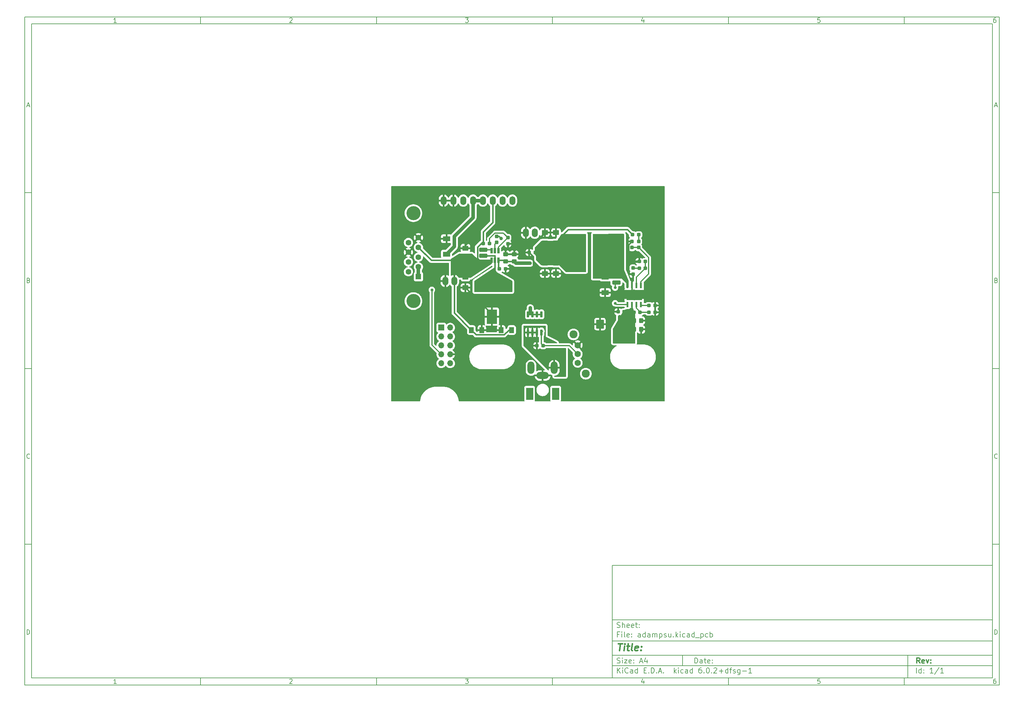
<source format=gbr>
G04 #@! TF.GenerationSoftware,KiCad,Pcbnew,6.0.2+dfsg-1*
G04 #@! TF.CreationDate,2023-07-16T14:07:34-07:00*
G04 #@! TF.ProjectId,adampsu,6164616d-7073-4752-9e6b-696361645f70,rev?*
G04 #@! TF.SameCoordinates,Original*
G04 #@! TF.FileFunction,Copper,L1,Top*
G04 #@! TF.FilePolarity,Positive*
%FSLAX46Y46*%
G04 Gerber Fmt 4.6, Leading zero omitted, Abs format (unit mm)*
G04 Created by KiCad (PCBNEW 6.0.2+dfsg-1) date 2023-07-16 14:07:34*
%MOMM*%
%LPD*%
G01*
G04 APERTURE LIST*
G04 Aperture macros list*
%AMRoundRect*
0 Rectangle with rounded corners*
0 $1 Rounding radius*
0 $2 $3 $4 $5 $6 $7 $8 $9 X,Y pos of 4 corners*
0 Add a 4 corners polygon primitive as box body*
4,1,4,$2,$3,$4,$5,$6,$7,$8,$9,$2,$3,0*
0 Add four circle primitives for the rounded corners*
1,1,$1+$1,$2,$3*
1,1,$1+$1,$4,$5*
1,1,$1+$1,$6,$7*
1,1,$1+$1,$8,$9*
0 Add four rect primitives between the rounded corners*
20,1,$1+$1,$2,$3,$4,$5,0*
20,1,$1+$1,$4,$5,$6,$7,0*
20,1,$1+$1,$6,$7,$8,$9,0*
20,1,$1+$1,$8,$9,$2,$3,0*%
G04 Aperture macros list end*
%ADD10C,0.100000*%
%ADD11C,0.150000*%
%ADD12C,0.300000*%
%ADD13C,0.400000*%
G04 #@! TA.AperFunction,ComponentPad*
%ADD14O,1.700000X2.500000*%
G04 #@! TD*
G04 #@! TA.AperFunction,SMDPad,CuDef*
%ADD15RoundRect,0.250000X0.450000X-0.325000X0.450000X0.325000X-0.450000X0.325000X-0.450000X-0.325000X0*%
G04 #@! TD*
G04 #@! TA.AperFunction,SMDPad,CuDef*
%ADD16R,3.000000X4.100000*%
G04 #@! TD*
G04 #@! TA.AperFunction,SMDPad,CuDef*
%ADD17RoundRect,0.249550X-0.950450X0.325450X-0.950450X-0.325450X0.950450X-0.325450X0.950450X0.325450X0*%
G04 #@! TD*
G04 #@! TA.AperFunction,SMDPad,CuDef*
%ADD18R,4.100000X3.000000*%
G04 #@! TD*
G04 #@! TA.AperFunction,SMDPad,CuDef*
%ADD19RoundRect,0.250001X0.624999X-0.462499X0.624999X0.462499X-0.624999X0.462499X-0.624999X-0.462499X0*%
G04 #@! TD*
G04 #@! TA.AperFunction,SMDPad,CuDef*
%ADD20RoundRect,0.237500X0.237500X-0.287500X0.237500X0.287500X-0.237500X0.287500X-0.237500X-0.287500X0*%
G04 #@! TD*
G04 #@! TA.AperFunction,SMDPad,CuDef*
%ADD21R,0.600000X1.550000*%
G04 #@! TD*
G04 #@! TA.AperFunction,ComponentPad*
%ADD22C,0.600000*%
G04 #@! TD*
G04 #@! TA.AperFunction,SMDPad,CuDef*
%ADD23R,4.500000X2.950000*%
G04 #@! TD*
G04 #@! TA.AperFunction,SMDPad,CuDef*
%ADD24R,3.100000X2.600000*%
G04 #@! TD*
G04 #@! TA.AperFunction,ComponentPad*
%ADD25R,1.700000X1.700000*%
G04 #@! TD*
G04 #@! TA.AperFunction,ComponentPad*
%ADD26O,1.700000X1.700000*%
G04 #@! TD*
G04 #@! TA.AperFunction,SMDPad,CuDef*
%ADD27RoundRect,0.237500X-0.287500X-0.237500X0.287500X-0.237500X0.287500X0.237500X-0.287500X0.237500X0*%
G04 #@! TD*
G04 #@! TA.AperFunction,SMDPad,CuDef*
%ADD28RoundRect,0.237500X-0.237500X0.287500X-0.237500X-0.287500X0.237500X-0.287500X0.237500X0.287500X0*%
G04 #@! TD*
G04 #@! TA.AperFunction,SMDPad,CuDef*
%ADD29RoundRect,0.237500X0.287500X0.237500X-0.287500X0.237500X-0.287500X-0.237500X0.287500X-0.237500X0*%
G04 #@! TD*
G04 #@! TA.AperFunction,SMDPad,CuDef*
%ADD30RoundRect,0.250001X-0.462499X-0.624999X0.462499X-0.624999X0.462499X0.624999X-0.462499X0.624999X0*%
G04 #@! TD*
G04 #@! TA.AperFunction,SMDPad,CuDef*
%ADD31RoundRect,0.250000X0.875000X1.025000X-0.875000X1.025000X-0.875000X-1.025000X0.875000X-1.025000X0*%
G04 #@! TD*
G04 #@! TA.AperFunction,SMDPad,CuDef*
%ADD32RoundRect,0.250000X-0.325000X-0.450000X0.325000X-0.450000X0.325000X0.450000X-0.325000X0.450000X0*%
G04 #@! TD*
G04 #@! TA.AperFunction,SMDPad,CuDef*
%ADD33RoundRect,0.250001X-0.624999X0.462499X-0.624999X-0.462499X0.624999X-0.462499X0.624999X0.462499X0*%
G04 #@! TD*
G04 #@! TA.AperFunction,SMDPad,CuDef*
%ADD34R,0.650000X1.560000*%
G04 #@! TD*
G04 #@! TA.AperFunction,ComponentPad*
%ADD35O,2.000000X3.500000*%
G04 #@! TD*
G04 #@! TA.AperFunction,ComponentPad*
%ADD36O,3.500000X2.000000*%
G04 #@! TD*
G04 #@! TA.AperFunction,ComponentPad*
%ADD37R,2.000000X3.500000*%
G04 #@! TD*
G04 #@! TA.AperFunction,SMDPad,CuDef*
%ADD38R,2.100000X1.400000*%
G04 #@! TD*
G04 #@! TA.AperFunction,ComponentPad*
%ADD39C,4.000000*%
G04 #@! TD*
G04 #@! TA.AperFunction,ComponentPad*
%ADD40R,1.600000X1.600000*%
G04 #@! TD*
G04 #@! TA.AperFunction,ComponentPad*
%ADD41C,1.600000*%
G04 #@! TD*
G04 #@! TA.AperFunction,ComponentPad*
%ADD42C,1.778000*%
G04 #@! TD*
G04 #@! TA.AperFunction,ComponentPad*
%ADD43C,2.286000*%
G04 #@! TD*
G04 #@! TA.AperFunction,SMDPad,CuDef*
%ADD44RoundRect,0.250001X0.462499X0.624999X-0.462499X0.624999X-0.462499X-0.624999X0.462499X-0.624999X0*%
G04 #@! TD*
G04 #@! TA.AperFunction,SMDPad,CuDef*
%ADD45RoundRect,0.150000X0.150000X-0.725000X0.150000X0.725000X-0.150000X0.725000X-0.150000X-0.725000X0*%
G04 #@! TD*
G04 #@! TA.AperFunction,ViaPad*
%ADD46C,1.000000*%
G04 #@! TD*
G04 #@! TA.AperFunction,ViaPad*
%ADD47C,0.800000*%
G04 #@! TD*
G04 #@! TA.AperFunction,Conductor*
%ADD48C,0.250000*%
G04 #@! TD*
G04 #@! TA.AperFunction,Conductor*
%ADD49C,0.304800*%
G04 #@! TD*
G04 #@! TA.AperFunction,Conductor*
%ADD50C,0.457200*%
G04 #@! TD*
G04 #@! TA.AperFunction,Conductor*
%ADD51C,1.000000*%
G04 #@! TD*
G04 APERTURE END LIST*
D10*
D11*
X177002200Y-166007200D02*
X177002200Y-198007200D01*
X285002200Y-198007200D01*
X285002200Y-166007200D01*
X177002200Y-166007200D01*
D10*
D11*
X10000000Y-10000000D02*
X10000000Y-200007200D01*
X287002200Y-200007200D01*
X287002200Y-10000000D01*
X10000000Y-10000000D01*
D10*
D11*
X12000000Y-12000000D02*
X12000000Y-198007200D01*
X285002200Y-198007200D01*
X285002200Y-12000000D01*
X12000000Y-12000000D01*
D10*
D11*
X60000000Y-12000000D02*
X60000000Y-10000000D01*
D10*
D11*
X110000000Y-12000000D02*
X110000000Y-10000000D01*
D10*
D11*
X160000000Y-12000000D02*
X160000000Y-10000000D01*
D10*
D11*
X210000000Y-12000000D02*
X210000000Y-10000000D01*
D10*
D11*
X260000000Y-12000000D02*
X260000000Y-10000000D01*
D10*
D11*
X36065476Y-11588095D02*
X35322619Y-11588095D01*
X35694047Y-11588095D02*
X35694047Y-10288095D01*
X35570238Y-10473809D01*
X35446428Y-10597619D01*
X35322619Y-10659523D01*
D10*
D11*
X85322619Y-10411904D02*
X85384523Y-10350000D01*
X85508333Y-10288095D01*
X85817857Y-10288095D01*
X85941666Y-10350000D01*
X86003571Y-10411904D01*
X86065476Y-10535714D01*
X86065476Y-10659523D01*
X86003571Y-10845238D01*
X85260714Y-11588095D01*
X86065476Y-11588095D01*
D10*
D11*
X135260714Y-10288095D02*
X136065476Y-10288095D01*
X135632142Y-10783333D01*
X135817857Y-10783333D01*
X135941666Y-10845238D01*
X136003571Y-10907142D01*
X136065476Y-11030952D01*
X136065476Y-11340476D01*
X136003571Y-11464285D01*
X135941666Y-11526190D01*
X135817857Y-11588095D01*
X135446428Y-11588095D01*
X135322619Y-11526190D01*
X135260714Y-11464285D01*
D10*
D11*
X185941666Y-10721428D02*
X185941666Y-11588095D01*
X185632142Y-10226190D02*
X185322619Y-11154761D01*
X186127380Y-11154761D01*
D10*
D11*
X236003571Y-10288095D02*
X235384523Y-10288095D01*
X235322619Y-10907142D01*
X235384523Y-10845238D01*
X235508333Y-10783333D01*
X235817857Y-10783333D01*
X235941666Y-10845238D01*
X236003571Y-10907142D01*
X236065476Y-11030952D01*
X236065476Y-11340476D01*
X236003571Y-11464285D01*
X235941666Y-11526190D01*
X235817857Y-11588095D01*
X235508333Y-11588095D01*
X235384523Y-11526190D01*
X235322619Y-11464285D01*
D10*
D11*
X285941666Y-10288095D02*
X285694047Y-10288095D01*
X285570238Y-10350000D01*
X285508333Y-10411904D01*
X285384523Y-10597619D01*
X285322619Y-10845238D01*
X285322619Y-11340476D01*
X285384523Y-11464285D01*
X285446428Y-11526190D01*
X285570238Y-11588095D01*
X285817857Y-11588095D01*
X285941666Y-11526190D01*
X286003571Y-11464285D01*
X286065476Y-11340476D01*
X286065476Y-11030952D01*
X286003571Y-10907142D01*
X285941666Y-10845238D01*
X285817857Y-10783333D01*
X285570238Y-10783333D01*
X285446428Y-10845238D01*
X285384523Y-10907142D01*
X285322619Y-11030952D01*
D10*
D11*
X60000000Y-198007200D02*
X60000000Y-200007200D01*
D10*
D11*
X110000000Y-198007200D02*
X110000000Y-200007200D01*
D10*
D11*
X160000000Y-198007200D02*
X160000000Y-200007200D01*
D10*
D11*
X210000000Y-198007200D02*
X210000000Y-200007200D01*
D10*
D11*
X260000000Y-198007200D02*
X260000000Y-200007200D01*
D10*
D11*
X36065476Y-199595295D02*
X35322619Y-199595295D01*
X35694047Y-199595295D02*
X35694047Y-198295295D01*
X35570238Y-198481009D01*
X35446428Y-198604819D01*
X35322619Y-198666723D01*
D10*
D11*
X85322619Y-198419104D02*
X85384523Y-198357200D01*
X85508333Y-198295295D01*
X85817857Y-198295295D01*
X85941666Y-198357200D01*
X86003571Y-198419104D01*
X86065476Y-198542914D01*
X86065476Y-198666723D01*
X86003571Y-198852438D01*
X85260714Y-199595295D01*
X86065476Y-199595295D01*
D10*
D11*
X135260714Y-198295295D02*
X136065476Y-198295295D01*
X135632142Y-198790533D01*
X135817857Y-198790533D01*
X135941666Y-198852438D01*
X136003571Y-198914342D01*
X136065476Y-199038152D01*
X136065476Y-199347676D01*
X136003571Y-199471485D01*
X135941666Y-199533390D01*
X135817857Y-199595295D01*
X135446428Y-199595295D01*
X135322619Y-199533390D01*
X135260714Y-199471485D01*
D10*
D11*
X185941666Y-198728628D02*
X185941666Y-199595295D01*
X185632142Y-198233390D02*
X185322619Y-199161961D01*
X186127380Y-199161961D01*
D10*
D11*
X236003571Y-198295295D02*
X235384523Y-198295295D01*
X235322619Y-198914342D01*
X235384523Y-198852438D01*
X235508333Y-198790533D01*
X235817857Y-198790533D01*
X235941666Y-198852438D01*
X236003571Y-198914342D01*
X236065476Y-199038152D01*
X236065476Y-199347676D01*
X236003571Y-199471485D01*
X235941666Y-199533390D01*
X235817857Y-199595295D01*
X235508333Y-199595295D01*
X235384523Y-199533390D01*
X235322619Y-199471485D01*
D10*
D11*
X285941666Y-198295295D02*
X285694047Y-198295295D01*
X285570238Y-198357200D01*
X285508333Y-198419104D01*
X285384523Y-198604819D01*
X285322619Y-198852438D01*
X285322619Y-199347676D01*
X285384523Y-199471485D01*
X285446428Y-199533390D01*
X285570238Y-199595295D01*
X285817857Y-199595295D01*
X285941666Y-199533390D01*
X286003571Y-199471485D01*
X286065476Y-199347676D01*
X286065476Y-199038152D01*
X286003571Y-198914342D01*
X285941666Y-198852438D01*
X285817857Y-198790533D01*
X285570238Y-198790533D01*
X285446428Y-198852438D01*
X285384523Y-198914342D01*
X285322619Y-199038152D01*
D10*
D11*
X10000000Y-60000000D02*
X12000000Y-60000000D01*
D10*
D11*
X10000000Y-110000000D02*
X12000000Y-110000000D01*
D10*
D11*
X10000000Y-160000000D02*
X12000000Y-160000000D01*
D10*
D11*
X10690476Y-35216666D02*
X11309523Y-35216666D01*
X10566666Y-35588095D02*
X11000000Y-34288095D01*
X11433333Y-35588095D01*
D10*
D11*
X11092857Y-84907142D02*
X11278571Y-84969047D01*
X11340476Y-85030952D01*
X11402380Y-85154761D01*
X11402380Y-85340476D01*
X11340476Y-85464285D01*
X11278571Y-85526190D01*
X11154761Y-85588095D01*
X10659523Y-85588095D01*
X10659523Y-84288095D01*
X11092857Y-84288095D01*
X11216666Y-84350000D01*
X11278571Y-84411904D01*
X11340476Y-84535714D01*
X11340476Y-84659523D01*
X11278571Y-84783333D01*
X11216666Y-84845238D01*
X11092857Y-84907142D01*
X10659523Y-84907142D01*
D10*
D11*
X11402380Y-135464285D02*
X11340476Y-135526190D01*
X11154761Y-135588095D01*
X11030952Y-135588095D01*
X10845238Y-135526190D01*
X10721428Y-135402380D01*
X10659523Y-135278571D01*
X10597619Y-135030952D01*
X10597619Y-134845238D01*
X10659523Y-134597619D01*
X10721428Y-134473809D01*
X10845238Y-134350000D01*
X11030952Y-134288095D01*
X11154761Y-134288095D01*
X11340476Y-134350000D01*
X11402380Y-134411904D01*
D10*
D11*
X10659523Y-185588095D02*
X10659523Y-184288095D01*
X10969047Y-184288095D01*
X11154761Y-184350000D01*
X11278571Y-184473809D01*
X11340476Y-184597619D01*
X11402380Y-184845238D01*
X11402380Y-185030952D01*
X11340476Y-185278571D01*
X11278571Y-185402380D01*
X11154761Y-185526190D01*
X10969047Y-185588095D01*
X10659523Y-185588095D01*
D10*
D11*
X287002200Y-60000000D02*
X285002200Y-60000000D01*
D10*
D11*
X287002200Y-110000000D02*
X285002200Y-110000000D01*
D10*
D11*
X287002200Y-160000000D02*
X285002200Y-160000000D01*
D10*
D11*
X285692676Y-35216666D02*
X286311723Y-35216666D01*
X285568866Y-35588095D02*
X286002200Y-34288095D01*
X286435533Y-35588095D01*
D10*
D11*
X286095057Y-84907142D02*
X286280771Y-84969047D01*
X286342676Y-85030952D01*
X286404580Y-85154761D01*
X286404580Y-85340476D01*
X286342676Y-85464285D01*
X286280771Y-85526190D01*
X286156961Y-85588095D01*
X285661723Y-85588095D01*
X285661723Y-84288095D01*
X286095057Y-84288095D01*
X286218866Y-84350000D01*
X286280771Y-84411904D01*
X286342676Y-84535714D01*
X286342676Y-84659523D01*
X286280771Y-84783333D01*
X286218866Y-84845238D01*
X286095057Y-84907142D01*
X285661723Y-84907142D01*
D10*
D11*
X286404580Y-135464285D02*
X286342676Y-135526190D01*
X286156961Y-135588095D01*
X286033152Y-135588095D01*
X285847438Y-135526190D01*
X285723628Y-135402380D01*
X285661723Y-135278571D01*
X285599819Y-135030952D01*
X285599819Y-134845238D01*
X285661723Y-134597619D01*
X285723628Y-134473809D01*
X285847438Y-134350000D01*
X286033152Y-134288095D01*
X286156961Y-134288095D01*
X286342676Y-134350000D01*
X286404580Y-134411904D01*
D10*
D11*
X285661723Y-185588095D02*
X285661723Y-184288095D01*
X285971247Y-184288095D01*
X286156961Y-184350000D01*
X286280771Y-184473809D01*
X286342676Y-184597619D01*
X286404580Y-184845238D01*
X286404580Y-185030952D01*
X286342676Y-185278571D01*
X286280771Y-185402380D01*
X286156961Y-185526190D01*
X285971247Y-185588095D01*
X285661723Y-185588095D01*
D10*
D11*
X200434342Y-193785771D02*
X200434342Y-192285771D01*
X200791485Y-192285771D01*
X201005771Y-192357200D01*
X201148628Y-192500057D01*
X201220057Y-192642914D01*
X201291485Y-192928628D01*
X201291485Y-193142914D01*
X201220057Y-193428628D01*
X201148628Y-193571485D01*
X201005771Y-193714342D01*
X200791485Y-193785771D01*
X200434342Y-193785771D01*
X202577200Y-193785771D02*
X202577200Y-193000057D01*
X202505771Y-192857200D01*
X202362914Y-192785771D01*
X202077200Y-192785771D01*
X201934342Y-192857200D01*
X202577200Y-193714342D02*
X202434342Y-193785771D01*
X202077200Y-193785771D01*
X201934342Y-193714342D01*
X201862914Y-193571485D01*
X201862914Y-193428628D01*
X201934342Y-193285771D01*
X202077200Y-193214342D01*
X202434342Y-193214342D01*
X202577200Y-193142914D01*
X203077200Y-192785771D02*
X203648628Y-192785771D01*
X203291485Y-192285771D02*
X203291485Y-193571485D01*
X203362914Y-193714342D01*
X203505771Y-193785771D01*
X203648628Y-193785771D01*
X204720057Y-193714342D02*
X204577200Y-193785771D01*
X204291485Y-193785771D01*
X204148628Y-193714342D01*
X204077200Y-193571485D01*
X204077200Y-193000057D01*
X204148628Y-192857200D01*
X204291485Y-192785771D01*
X204577200Y-192785771D01*
X204720057Y-192857200D01*
X204791485Y-193000057D01*
X204791485Y-193142914D01*
X204077200Y-193285771D01*
X205434342Y-193642914D02*
X205505771Y-193714342D01*
X205434342Y-193785771D01*
X205362914Y-193714342D01*
X205434342Y-193642914D01*
X205434342Y-193785771D01*
X205434342Y-192857200D02*
X205505771Y-192928628D01*
X205434342Y-193000057D01*
X205362914Y-192928628D01*
X205434342Y-192857200D01*
X205434342Y-193000057D01*
D10*
D11*
X177002200Y-194507200D02*
X285002200Y-194507200D01*
D10*
D11*
X178434342Y-196585771D02*
X178434342Y-195085771D01*
X179291485Y-196585771D02*
X178648628Y-195728628D01*
X179291485Y-195085771D02*
X178434342Y-195942914D01*
X179934342Y-196585771D02*
X179934342Y-195585771D01*
X179934342Y-195085771D02*
X179862914Y-195157200D01*
X179934342Y-195228628D01*
X180005771Y-195157200D01*
X179934342Y-195085771D01*
X179934342Y-195228628D01*
X181505771Y-196442914D02*
X181434342Y-196514342D01*
X181220057Y-196585771D01*
X181077200Y-196585771D01*
X180862914Y-196514342D01*
X180720057Y-196371485D01*
X180648628Y-196228628D01*
X180577200Y-195942914D01*
X180577200Y-195728628D01*
X180648628Y-195442914D01*
X180720057Y-195300057D01*
X180862914Y-195157200D01*
X181077200Y-195085771D01*
X181220057Y-195085771D01*
X181434342Y-195157200D01*
X181505771Y-195228628D01*
X182791485Y-196585771D02*
X182791485Y-195800057D01*
X182720057Y-195657200D01*
X182577200Y-195585771D01*
X182291485Y-195585771D01*
X182148628Y-195657200D01*
X182791485Y-196514342D02*
X182648628Y-196585771D01*
X182291485Y-196585771D01*
X182148628Y-196514342D01*
X182077200Y-196371485D01*
X182077200Y-196228628D01*
X182148628Y-196085771D01*
X182291485Y-196014342D01*
X182648628Y-196014342D01*
X182791485Y-195942914D01*
X184148628Y-196585771D02*
X184148628Y-195085771D01*
X184148628Y-196514342D02*
X184005771Y-196585771D01*
X183720057Y-196585771D01*
X183577200Y-196514342D01*
X183505771Y-196442914D01*
X183434342Y-196300057D01*
X183434342Y-195871485D01*
X183505771Y-195728628D01*
X183577200Y-195657200D01*
X183720057Y-195585771D01*
X184005771Y-195585771D01*
X184148628Y-195657200D01*
X186005771Y-195800057D02*
X186505771Y-195800057D01*
X186720057Y-196585771D02*
X186005771Y-196585771D01*
X186005771Y-195085771D01*
X186720057Y-195085771D01*
X187362914Y-196442914D02*
X187434342Y-196514342D01*
X187362914Y-196585771D01*
X187291485Y-196514342D01*
X187362914Y-196442914D01*
X187362914Y-196585771D01*
X188077200Y-196585771D02*
X188077200Y-195085771D01*
X188434342Y-195085771D01*
X188648628Y-195157200D01*
X188791485Y-195300057D01*
X188862914Y-195442914D01*
X188934342Y-195728628D01*
X188934342Y-195942914D01*
X188862914Y-196228628D01*
X188791485Y-196371485D01*
X188648628Y-196514342D01*
X188434342Y-196585771D01*
X188077200Y-196585771D01*
X189577200Y-196442914D02*
X189648628Y-196514342D01*
X189577200Y-196585771D01*
X189505771Y-196514342D01*
X189577200Y-196442914D01*
X189577200Y-196585771D01*
X190220057Y-196157200D02*
X190934342Y-196157200D01*
X190077200Y-196585771D02*
X190577200Y-195085771D01*
X191077200Y-196585771D01*
X191577200Y-196442914D02*
X191648628Y-196514342D01*
X191577200Y-196585771D01*
X191505771Y-196514342D01*
X191577200Y-196442914D01*
X191577200Y-196585771D01*
X194577200Y-196585771D02*
X194577200Y-195085771D01*
X194720057Y-196014342D02*
X195148628Y-196585771D01*
X195148628Y-195585771D02*
X194577200Y-196157200D01*
X195791485Y-196585771D02*
X195791485Y-195585771D01*
X195791485Y-195085771D02*
X195720057Y-195157200D01*
X195791485Y-195228628D01*
X195862914Y-195157200D01*
X195791485Y-195085771D01*
X195791485Y-195228628D01*
X197148628Y-196514342D02*
X197005771Y-196585771D01*
X196720057Y-196585771D01*
X196577200Y-196514342D01*
X196505771Y-196442914D01*
X196434342Y-196300057D01*
X196434342Y-195871485D01*
X196505771Y-195728628D01*
X196577200Y-195657200D01*
X196720057Y-195585771D01*
X197005771Y-195585771D01*
X197148628Y-195657200D01*
X198434342Y-196585771D02*
X198434342Y-195800057D01*
X198362914Y-195657200D01*
X198220057Y-195585771D01*
X197934342Y-195585771D01*
X197791485Y-195657200D01*
X198434342Y-196514342D02*
X198291485Y-196585771D01*
X197934342Y-196585771D01*
X197791485Y-196514342D01*
X197720057Y-196371485D01*
X197720057Y-196228628D01*
X197791485Y-196085771D01*
X197934342Y-196014342D01*
X198291485Y-196014342D01*
X198434342Y-195942914D01*
X199791485Y-196585771D02*
X199791485Y-195085771D01*
X199791485Y-196514342D02*
X199648628Y-196585771D01*
X199362914Y-196585771D01*
X199220057Y-196514342D01*
X199148628Y-196442914D01*
X199077200Y-196300057D01*
X199077200Y-195871485D01*
X199148628Y-195728628D01*
X199220057Y-195657200D01*
X199362914Y-195585771D01*
X199648628Y-195585771D01*
X199791485Y-195657200D01*
X202291485Y-195085771D02*
X202005771Y-195085771D01*
X201862914Y-195157200D01*
X201791485Y-195228628D01*
X201648628Y-195442914D01*
X201577200Y-195728628D01*
X201577200Y-196300057D01*
X201648628Y-196442914D01*
X201720057Y-196514342D01*
X201862914Y-196585771D01*
X202148628Y-196585771D01*
X202291485Y-196514342D01*
X202362914Y-196442914D01*
X202434342Y-196300057D01*
X202434342Y-195942914D01*
X202362914Y-195800057D01*
X202291485Y-195728628D01*
X202148628Y-195657200D01*
X201862914Y-195657200D01*
X201720057Y-195728628D01*
X201648628Y-195800057D01*
X201577200Y-195942914D01*
X203077200Y-196442914D02*
X203148628Y-196514342D01*
X203077200Y-196585771D01*
X203005771Y-196514342D01*
X203077200Y-196442914D01*
X203077200Y-196585771D01*
X204077200Y-195085771D02*
X204220057Y-195085771D01*
X204362914Y-195157200D01*
X204434342Y-195228628D01*
X204505771Y-195371485D01*
X204577200Y-195657200D01*
X204577200Y-196014342D01*
X204505771Y-196300057D01*
X204434342Y-196442914D01*
X204362914Y-196514342D01*
X204220057Y-196585771D01*
X204077200Y-196585771D01*
X203934342Y-196514342D01*
X203862914Y-196442914D01*
X203791485Y-196300057D01*
X203720057Y-196014342D01*
X203720057Y-195657200D01*
X203791485Y-195371485D01*
X203862914Y-195228628D01*
X203934342Y-195157200D01*
X204077200Y-195085771D01*
X205220057Y-196442914D02*
X205291485Y-196514342D01*
X205220057Y-196585771D01*
X205148628Y-196514342D01*
X205220057Y-196442914D01*
X205220057Y-196585771D01*
X205862914Y-195228628D02*
X205934342Y-195157200D01*
X206077200Y-195085771D01*
X206434342Y-195085771D01*
X206577200Y-195157200D01*
X206648628Y-195228628D01*
X206720057Y-195371485D01*
X206720057Y-195514342D01*
X206648628Y-195728628D01*
X205791485Y-196585771D01*
X206720057Y-196585771D01*
X207362914Y-196014342D02*
X208505771Y-196014342D01*
X207934342Y-196585771D02*
X207934342Y-195442914D01*
X209862914Y-196585771D02*
X209862914Y-195085771D01*
X209862914Y-196514342D02*
X209720057Y-196585771D01*
X209434342Y-196585771D01*
X209291485Y-196514342D01*
X209220057Y-196442914D01*
X209148628Y-196300057D01*
X209148628Y-195871485D01*
X209220057Y-195728628D01*
X209291485Y-195657200D01*
X209434342Y-195585771D01*
X209720057Y-195585771D01*
X209862914Y-195657200D01*
X210362914Y-195585771D02*
X210934342Y-195585771D01*
X210577200Y-196585771D02*
X210577200Y-195300057D01*
X210648628Y-195157200D01*
X210791485Y-195085771D01*
X210934342Y-195085771D01*
X211362914Y-196514342D02*
X211505771Y-196585771D01*
X211791485Y-196585771D01*
X211934342Y-196514342D01*
X212005771Y-196371485D01*
X212005771Y-196300057D01*
X211934342Y-196157200D01*
X211791485Y-196085771D01*
X211577200Y-196085771D01*
X211434342Y-196014342D01*
X211362914Y-195871485D01*
X211362914Y-195800057D01*
X211434342Y-195657200D01*
X211577200Y-195585771D01*
X211791485Y-195585771D01*
X211934342Y-195657200D01*
X213291485Y-195585771D02*
X213291485Y-196800057D01*
X213220057Y-196942914D01*
X213148628Y-197014342D01*
X213005771Y-197085771D01*
X212791485Y-197085771D01*
X212648628Y-197014342D01*
X213291485Y-196514342D02*
X213148628Y-196585771D01*
X212862914Y-196585771D01*
X212720057Y-196514342D01*
X212648628Y-196442914D01*
X212577200Y-196300057D01*
X212577200Y-195871485D01*
X212648628Y-195728628D01*
X212720057Y-195657200D01*
X212862914Y-195585771D01*
X213148628Y-195585771D01*
X213291485Y-195657200D01*
X214005771Y-196014342D02*
X215148628Y-196014342D01*
X216648628Y-196585771D02*
X215791485Y-196585771D01*
X216220057Y-196585771D02*
X216220057Y-195085771D01*
X216077200Y-195300057D01*
X215934342Y-195442914D01*
X215791485Y-195514342D01*
D10*
D11*
X177002200Y-191507200D02*
X285002200Y-191507200D01*
D10*
D12*
X264411485Y-193785771D02*
X263911485Y-193071485D01*
X263554342Y-193785771D02*
X263554342Y-192285771D01*
X264125771Y-192285771D01*
X264268628Y-192357200D01*
X264340057Y-192428628D01*
X264411485Y-192571485D01*
X264411485Y-192785771D01*
X264340057Y-192928628D01*
X264268628Y-193000057D01*
X264125771Y-193071485D01*
X263554342Y-193071485D01*
X265625771Y-193714342D02*
X265482914Y-193785771D01*
X265197200Y-193785771D01*
X265054342Y-193714342D01*
X264982914Y-193571485D01*
X264982914Y-193000057D01*
X265054342Y-192857200D01*
X265197200Y-192785771D01*
X265482914Y-192785771D01*
X265625771Y-192857200D01*
X265697200Y-193000057D01*
X265697200Y-193142914D01*
X264982914Y-193285771D01*
X266197200Y-192785771D02*
X266554342Y-193785771D01*
X266911485Y-192785771D01*
X267482914Y-193642914D02*
X267554342Y-193714342D01*
X267482914Y-193785771D01*
X267411485Y-193714342D01*
X267482914Y-193642914D01*
X267482914Y-193785771D01*
X267482914Y-192857200D02*
X267554342Y-192928628D01*
X267482914Y-193000057D01*
X267411485Y-192928628D01*
X267482914Y-192857200D01*
X267482914Y-193000057D01*
D10*
D11*
X178362914Y-193714342D02*
X178577200Y-193785771D01*
X178934342Y-193785771D01*
X179077200Y-193714342D01*
X179148628Y-193642914D01*
X179220057Y-193500057D01*
X179220057Y-193357200D01*
X179148628Y-193214342D01*
X179077200Y-193142914D01*
X178934342Y-193071485D01*
X178648628Y-193000057D01*
X178505771Y-192928628D01*
X178434342Y-192857200D01*
X178362914Y-192714342D01*
X178362914Y-192571485D01*
X178434342Y-192428628D01*
X178505771Y-192357200D01*
X178648628Y-192285771D01*
X179005771Y-192285771D01*
X179220057Y-192357200D01*
X179862914Y-193785771D02*
X179862914Y-192785771D01*
X179862914Y-192285771D02*
X179791485Y-192357200D01*
X179862914Y-192428628D01*
X179934342Y-192357200D01*
X179862914Y-192285771D01*
X179862914Y-192428628D01*
X180434342Y-192785771D02*
X181220057Y-192785771D01*
X180434342Y-193785771D01*
X181220057Y-193785771D01*
X182362914Y-193714342D02*
X182220057Y-193785771D01*
X181934342Y-193785771D01*
X181791485Y-193714342D01*
X181720057Y-193571485D01*
X181720057Y-193000057D01*
X181791485Y-192857200D01*
X181934342Y-192785771D01*
X182220057Y-192785771D01*
X182362914Y-192857200D01*
X182434342Y-193000057D01*
X182434342Y-193142914D01*
X181720057Y-193285771D01*
X183077200Y-193642914D02*
X183148628Y-193714342D01*
X183077200Y-193785771D01*
X183005771Y-193714342D01*
X183077200Y-193642914D01*
X183077200Y-193785771D01*
X183077200Y-192857200D02*
X183148628Y-192928628D01*
X183077200Y-193000057D01*
X183005771Y-192928628D01*
X183077200Y-192857200D01*
X183077200Y-193000057D01*
X184862914Y-193357200D02*
X185577200Y-193357200D01*
X184720057Y-193785771D02*
X185220057Y-192285771D01*
X185720057Y-193785771D01*
X186862914Y-192785771D02*
X186862914Y-193785771D01*
X186505771Y-192214342D02*
X186148628Y-193285771D01*
X187077200Y-193285771D01*
D10*
D11*
X263434342Y-196585771D02*
X263434342Y-195085771D01*
X264791485Y-196585771D02*
X264791485Y-195085771D01*
X264791485Y-196514342D02*
X264648628Y-196585771D01*
X264362914Y-196585771D01*
X264220057Y-196514342D01*
X264148628Y-196442914D01*
X264077200Y-196300057D01*
X264077200Y-195871485D01*
X264148628Y-195728628D01*
X264220057Y-195657200D01*
X264362914Y-195585771D01*
X264648628Y-195585771D01*
X264791485Y-195657200D01*
X265505771Y-196442914D02*
X265577200Y-196514342D01*
X265505771Y-196585771D01*
X265434342Y-196514342D01*
X265505771Y-196442914D01*
X265505771Y-196585771D01*
X265505771Y-195657200D02*
X265577200Y-195728628D01*
X265505771Y-195800057D01*
X265434342Y-195728628D01*
X265505771Y-195657200D01*
X265505771Y-195800057D01*
X268148628Y-196585771D02*
X267291485Y-196585771D01*
X267720057Y-196585771D02*
X267720057Y-195085771D01*
X267577200Y-195300057D01*
X267434342Y-195442914D01*
X267291485Y-195514342D01*
X269862914Y-195014342D02*
X268577200Y-196942914D01*
X271148628Y-196585771D02*
X270291485Y-196585771D01*
X270720057Y-196585771D02*
X270720057Y-195085771D01*
X270577200Y-195300057D01*
X270434342Y-195442914D01*
X270291485Y-195514342D01*
D10*
D11*
X177002200Y-187507200D02*
X285002200Y-187507200D01*
D10*
D13*
X178714580Y-188211961D02*
X179857438Y-188211961D01*
X179036009Y-190211961D02*
X179286009Y-188211961D01*
X180274104Y-190211961D02*
X180440771Y-188878628D01*
X180524104Y-188211961D02*
X180416961Y-188307200D01*
X180500295Y-188402438D01*
X180607438Y-188307200D01*
X180524104Y-188211961D01*
X180500295Y-188402438D01*
X181107438Y-188878628D02*
X181869342Y-188878628D01*
X181476485Y-188211961D02*
X181262200Y-189926247D01*
X181333628Y-190116723D01*
X181512200Y-190211961D01*
X181702676Y-190211961D01*
X182655057Y-190211961D02*
X182476485Y-190116723D01*
X182405057Y-189926247D01*
X182619342Y-188211961D01*
X184190771Y-190116723D02*
X183988390Y-190211961D01*
X183607438Y-190211961D01*
X183428866Y-190116723D01*
X183357438Y-189926247D01*
X183452676Y-189164342D01*
X183571723Y-188973866D01*
X183774104Y-188878628D01*
X184155057Y-188878628D01*
X184333628Y-188973866D01*
X184405057Y-189164342D01*
X184381247Y-189354819D01*
X183405057Y-189545295D01*
X185155057Y-190021485D02*
X185238390Y-190116723D01*
X185131247Y-190211961D01*
X185047914Y-190116723D01*
X185155057Y-190021485D01*
X185131247Y-190211961D01*
X185286009Y-188973866D02*
X185369342Y-189069104D01*
X185262200Y-189164342D01*
X185178866Y-189069104D01*
X185286009Y-188973866D01*
X185262200Y-189164342D01*
D10*
D11*
X178934342Y-185600057D02*
X178434342Y-185600057D01*
X178434342Y-186385771D02*
X178434342Y-184885771D01*
X179148628Y-184885771D01*
X179720057Y-186385771D02*
X179720057Y-185385771D01*
X179720057Y-184885771D02*
X179648628Y-184957200D01*
X179720057Y-185028628D01*
X179791485Y-184957200D01*
X179720057Y-184885771D01*
X179720057Y-185028628D01*
X180648628Y-186385771D02*
X180505771Y-186314342D01*
X180434342Y-186171485D01*
X180434342Y-184885771D01*
X181791485Y-186314342D02*
X181648628Y-186385771D01*
X181362914Y-186385771D01*
X181220057Y-186314342D01*
X181148628Y-186171485D01*
X181148628Y-185600057D01*
X181220057Y-185457200D01*
X181362914Y-185385771D01*
X181648628Y-185385771D01*
X181791485Y-185457200D01*
X181862914Y-185600057D01*
X181862914Y-185742914D01*
X181148628Y-185885771D01*
X182505771Y-186242914D02*
X182577200Y-186314342D01*
X182505771Y-186385771D01*
X182434342Y-186314342D01*
X182505771Y-186242914D01*
X182505771Y-186385771D01*
X182505771Y-185457200D02*
X182577200Y-185528628D01*
X182505771Y-185600057D01*
X182434342Y-185528628D01*
X182505771Y-185457200D01*
X182505771Y-185600057D01*
X185005771Y-186385771D02*
X185005771Y-185600057D01*
X184934342Y-185457200D01*
X184791485Y-185385771D01*
X184505771Y-185385771D01*
X184362914Y-185457200D01*
X185005771Y-186314342D02*
X184862914Y-186385771D01*
X184505771Y-186385771D01*
X184362914Y-186314342D01*
X184291485Y-186171485D01*
X184291485Y-186028628D01*
X184362914Y-185885771D01*
X184505771Y-185814342D01*
X184862914Y-185814342D01*
X185005771Y-185742914D01*
X186362914Y-186385771D02*
X186362914Y-184885771D01*
X186362914Y-186314342D02*
X186220057Y-186385771D01*
X185934342Y-186385771D01*
X185791485Y-186314342D01*
X185720057Y-186242914D01*
X185648628Y-186100057D01*
X185648628Y-185671485D01*
X185720057Y-185528628D01*
X185791485Y-185457200D01*
X185934342Y-185385771D01*
X186220057Y-185385771D01*
X186362914Y-185457200D01*
X187720057Y-186385771D02*
X187720057Y-185600057D01*
X187648628Y-185457200D01*
X187505771Y-185385771D01*
X187220057Y-185385771D01*
X187077200Y-185457200D01*
X187720057Y-186314342D02*
X187577200Y-186385771D01*
X187220057Y-186385771D01*
X187077200Y-186314342D01*
X187005771Y-186171485D01*
X187005771Y-186028628D01*
X187077200Y-185885771D01*
X187220057Y-185814342D01*
X187577200Y-185814342D01*
X187720057Y-185742914D01*
X188434342Y-186385771D02*
X188434342Y-185385771D01*
X188434342Y-185528628D02*
X188505771Y-185457200D01*
X188648628Y-185385771D01*
X188862914Y-185385771D01*
X189005771Y-185457200D01*
X189077200Y-185600057D01*
X189077200Y-186385771D01*
X189077200Y-185600057D02*
X189148628Y-185457200D01*
X189291485Y-185385771D01*
X189505771Y-185385771D01*
X189648628Y-185457200D01*
X189720057Y-185600057D01*
X189720057Y-186385771D01*
X190434342Y-185385771D02*
X190434342Y-186885771D01*
X190434342Y-185457200D02*
X190577200Y-185385771D01*
X190862914Y-185385771D01*
X191005771Y-185457200D01*
X191077200Y-185528628D01*
X191148628Y-185671485D01*
X191148628Y-186100057D01*
X191077200Y-186242914D01*
X191005771Y-186314342D01*
X190862914Y-186385771D01*
X190577200Y-186385771D01*
X190434342Y-186314342D01*
X191720057Y-186314342D02*
X191862914Y-186385771D01*
X192148628Y-186385771D01*
X192291485Y-186314342D01*
X192362914Y-186171485D01*
X192362914Y-186100057D01*
X192291485Y-185957200D01*
X192148628Y-185885771D01*
X191934342Y-185885771D01*
X191791485Y-185814342D01*
X191720057Y-185671485D01*
X191720057Y-185600057D01*
X191791485Y-185457200D01*
X191934342Y-185385771D01*
X192148628Y-185385771D01*
X192291485Y-185457200D01*
X193648628Y-185385771D02*
X193648628Y-186385771D01*
X193005771Y-185385771D02*
X193005771Y-186171485D01*
X193077200Y-186314342D01*
X193220057Y-186385771D01*
X193434342Y-186385771D01*
X193577200Y-186314342D01*
X193648628Y-186242914D01*
X194362914Y-186242914D02*
X194434342Y-186314342D01*
X194362914Y-186385771D01*
X194291485Y-186314342D01*
X194362914Y-186242914D01*
X194362914Y-186385771D01*
X195077200Y-186385771D02*
X195077200Y-184885771D01*
X195220057Y-185814342D02*
X195648628Y-186385771D01*
X195648628Y-185385771D02*
X195077200Y-185957200D01*
X196291485Y-186385771D02*
X196291485Y-185385771D01*
X196291485Y-184885771D02*
X196220057Y-184957200D01*
X196291485Y-185028628D01*
X196362914Y-184957200D01*
X196291485Y-184885771D01*
X196291485Y-185028628D01*
X197648628Y-186314342D02*
X197505771Y-186385771D01*
X197220057Y-186385771D01*
X197077200Y-186314342D01*
X197005771Y-186242914D01*
X196934342Y-186100057D01*
X196934342Y-185671485D01*
X197005771Y-185528628D01*
X197077200Y-185457200D01*
X197220057Y-185385771D01*
X197505771Y-185385771D01*
X197648628Y-185457200D01*
X198934342Y-186385771D02*
X198934342Y-185600057D01*
X198862914Y-185457200D01*
X198720057Y-185385771D01*
X198434342Y-185385771D01*
X198291485Y-185457200D01*
X198934342Y-186314342D02*
X198791485Y-186385771D01*
X198434342Y-186385771D01*
X198291485Y-186314342D01*
X198220057Y-186171485D01*
X198220057Y-186028628D01*
X198291485Y-185885771D01*
X198434342Y-185814342D01*
X198791485Y-185814342D01*
X198934342Y-185742914D01*
X200291485Y-186385771D02*
X200291485Y-184885771D01*
X200291485Y-186314342D02*
X200148628Y-186385771D01*
X199862914Y-186385771D01*
X199720057Y-186314342D01*
X199648628Y-186242914D01*
X199577200Y-186100057D01*
X199577200Y-185671485D01*
X199648628Y-185528628D01*
X199720057Y-185457200D01*
X199862914Y-185385771D01*
X200148628Y-185385771D01*
X200291485Y-185457200D01*
X200648628Y-186528628D02*
X201791485Y-186528628D01*
X202148628Y-185385771D02*
X202148628Y-186885771D01*
X202148628Y-185457200D02*
X202291485Y-185385771D01*
X202577200Y-185385771D01*
X202720057Y-185457200D01*
X202791485Y-185528628D01*
X202862914Y-185671485D01*
X202862914Y-186100057D01*
X202791485Y-186242914D01*
X202720057Y-186314342D01*
X202577200Y-186385771D01*
X202291485Y-186385771D01*
X202148628Y-186314342D01*
X204148628Y-186314342D02*
X204005771Y-186385771D01*
X203720057Y-186385771D01*
X203577200Y-186314342D01*
X203505771Y-186242914D01*
X203434342Y-186100057D01*
X203434342Y-185671485D01*
X203505771Y-185528628D01*
X203577200Y-185457200D01*
X203720057Y-185385771D01*
X204005771Y-185385771D01*
X204148628Y-185457200D01*
X204791485Y-186385771D02*
X204791485Y-184885771D01*
X204791485Y-185457200D02*
X204934342Y-185385771D01*
X205220057Y-185385771D01*
X205362914Y-185457200D01*
X205434342Y-185528628D01*
X205505771Y-185671485D01*
X205505771Y-186100057D01*
X205434342Y-186242914D01*
X205362914Y-186314342D01*
X205220057Y-186385771D01*
X204934342Y-186385771D01*
X204791485Y-186314342D01*
D10*
D11*
X177002200Y-181507200D02*
X285002200Y-181507200D01*
D10*
D11*
X178362914Y-183614342D02*
X178577200Y-183685771D01*
X178934342Y-183685771D01*
X179077200Y-183614342D01*
X179148628Y-183542914D01*
X179220057Y-183400057D01*
X179220057Y-183257200D01*
X179148628Y-183114342D01*
X179077200Y-183042914D01*
X178934342Y-182971485D01*
X178648628Y-182900057D01*
X178505771Y-182828628D01*
X178434342Y-182757200D01*
X178362914Y-182614342D01*
X178362914Y-182471485D01*
X178434342Y-182328628D01*
X178505771Y-182257200D01*
X178648628Y-182185771D01*
X179005771Y-182185771D01*
X179220057Y-182257200D01*
X179862914Y-183685771D02*
X179862914Y-182185771D01*
X180505771Y-183685771D02*
X180505771Y-182900057D01*
X180434342Y-182757200D01*
X180291485Y-182685771D01*
X180077200Y-182685771D01*
X179934342Y-182757200D01*
X179862914Y-182828628D01*
X181791485Y-183614342D02*
X181648628Y-183685771D01*
X181362914Y-183685771D01*
X181220057Y-183614342D01*
X181148628Y-183471485D01*
X181148628Y-182900057D01*
X181220057Y-182757200D01*
X181362914Y-182685771D01*
X181648628Y-182685771D01*
X181791485Y-182757200D01*
X181862914Y-182900057D01*
X181862914Y-183042914D01*
X181148628Y-183185771D01*
X183077200Y-183614342D02*
X182934342Y-183685771D01*
X182648628Y-183685771D01*
X182505771Y-183614342D01*
X182434342Y-183471485D01*
X182434342Y-182900057D01*
X182505771Y-182757200D01*
X182648628Y-182685771D01*
X182934342Y-182685771D01*
X183077200Y-182757200D01*
X183148628Y-182900057D01*
X183148628Y-183042914D01*
X182434342Y-183185771D01*
X183577200Y-182685771D02*
X184148628Y-182685771D01*
X183791485Y-182185771D02*
X183791485Y-183471485D01*
X183862914Y-183614342D01*
X184005771Y-183685771D01*
X184148628Y-183685771D01*
X184648628Y-183542914D02*
X184720057Y-183614342D01*
X184648628Y-183685771D01*
X184577200Y-183614342D01*
X184648628Y-183542914D01*
X184648628Y-183685771D01*
X184648628Y-182757200D02*
X184720057Y-182828628D01*
X184648628Y-182900057D01*
X184577200Y-182828628D01*
X184648628Y-182757200D01*
X184648628Y-182900057D01*
D10*
D12*
D10*
D11*
D10*
D11*
D10*
D11*
D10*
D11*
D10*
D11*
X197002200Y-191507200D02*
X197002200Y-194507200D01*
D10*
D11*
X261002200Y-191507200D02*
X261002200Y-198007200D01*
D14*
X132080000Y-85090000D03*
D15*
X146685000Y-79520000D03*
X146685000Y-77470000D03*
D16*
X142764000Y-85738000D03*
X142764000Y-95238000D03*
D17*
X140335000Y-76200000D03*
X140335000Y-77950000D03*
D18*
X175275000Y-77010000D03*
X165775000Y-77010000D03*
D14*
X134620000Y-62230000D03*
X148590000Y-62230000D03*
D17*
X178145000Y-83755000D03*
X178145000Y-85505000D03*
D19*
X157825000Y-82985000D03*
X157825000Y-80010000D03*
D20*
X182590000Y-75585000D03*
X182590000Y-73835000D03*
D14*
X129032000Y-62230000D03*
D21*
X181320000Y-91775000D03*
X182590000Y-91775000D03*
X183860000Y-91775000D03*
X185130000Y-91775000D03*
X185130000Y-86375000D03*
X183860000Y-86375000D03*
X182590000Y-86375000D03*
X181320000Y-86375000D03*
D22*
X183925000Y-88475000D03*
X182625000Y-88475000D03*
X182625000Y-89675000D03*
X181425000Y-89675000D03*
D23*
X183225000Y-89075000D03*
D22*
X181425000Y-88475000D03*
X185025000Y-88475000D03*
X183925000Y-89675000D03*
D24*
X183225000Y-89075000D03*
D22*
X185025000Y-89675000D03*
D25*
X128400000Y-98360000D03*
D26*
X130940000Y-98360000D03*
X128400000Y-100900000D03*
X130940000Y-100900000D03*
X128400000Y-103440000D03*
X130940000Y-103440000D03*
X128400000Y-105980000D03*
X130940000Y-105980000D03*
X128400000Y-108520000D03*
X130940000Y-108520000D03*
D27*
X183150000Y-93980000D03*
X184900000Y-93980000D03*
D14*
X140208000Y-62230000D03*
D27*
X187430000Y-93980000D03*
X189180000Y-93980000D03*
D14*
X154940000Y-71374000D03*
D27*
X144937000Y-81674000D03*
X146687000Y-81674000D03*
D14*
X145796000Y-62230000D03*
D28*
X144145000Y-72390000D03*
X144145000Y-74140000D03*
D14*
X143002000Y-62230000D03*
D29*
X186400000Y-81455000D03*
X184650000Y-81455000D03*
D30*
X145415000Y-99060000D03*
X148390000Y-99060000D03*
D31*
X179900000Y-97360000D03*
X173500000Y-97360000D03*
D32*
X183137500Y-98860000D03*
X185187500Y-98860000D03*
D14*
X131826000Y-62230000D03*
D33*
X157825000Y-71320000D03*
X157825000Y-74295000D03*
D19*
X161000000Y-74295000D03*
X161000000Y-71320000D03*
D27*
X187430000Y-92075000D03*
X189180000Y-92075000D03*
D29*
X186400000Y-79550000D03*
X184650000Y-79550000D03*
D14*
X152400000Y-71374000D03*
D15*
X149110000Y-79520000D03*
X149110000Y-77470000D03*
D28*
X182880000Y-81435000D03*
X182880000Y-83185000D03*
D14*
X129540000Y-85090000D03*
D29*
X180400000Y-93853000D03*
X178650000Y-93853000D03*
D32*
X183137500Y-96360000D03*
X185187500Y-96360000D03*
D33*
X161000000Y-80010000D03*
X161000000Y-82985000D03*
D28*
X184495000Y-73835000D03*
X184495000Y-75585000D03*
D27*
X182745000Y-71930000D03*
X184495000Y-71930000D03*
D34*
X142703000Y-79214000D03*
X143653000Y-79214000D03*
X144603000Y-79214000D03*
X144603000Y-76514000D03*
X143653000Y-76514000D03*
X142703000Y-76514000D03*
D14*
X137414000Y-62230000D03*
D27*
X140349000Y-74422000D03*
X142099000Y-74422000D03*
D35*
X160500000Y-109790000D03*
D36*
X157200000Y-111990000D03*
D35*
X153900000Y-109790000D03*
D37*
X160900000Y-117190000D03*
X153500000Y-117190000D03*
D20*
X147320000Y-74535000D03*
X147320000Y-72785000D03*
D38*
X129900000Y-77470000D03*
X129900000Y-73070000D03*
X174970000Y-83995000D03*
X174970000Y-88395000D03*
D39*
X120480000Y-90820000D03*
X120480000Y-65820000D03*
D40*
X121900000Y-83860000D03*
D41*
X121900000Y-81090000D03*
X121900000Y-78320000D03*
X121900000Y-75550000D03*
X121900000Y-72780000D03*
X119060000Y-82475000D03*
X119060000Y-79705000D03*
X119060000Y-76935000D03*
X119060000Y-74165000D03*
D29*
X155130000Y-77010000D03*
X153380000Y-77010000D03*
D42*
X167155000Y-103386600D03*
X167155000Y-105875800D03*
X167155000Y-108365000D03*
D43*
X169466400Y-111463800D03*
X165961200Y-100287800D03*
D19*
X135255000Y-86995000D03*
X135255000Y-84020000D03*
D27*
X155575000Y-103505000D03*
X157325000Y-103505000D03*
D44*
X139917500Y-99060000D03*
X136942500Y-99060000D03*
D33*
X135255000Y-75765000D03*
X135255000Y-78740000D03*
D45*
X153035000Y-99730000D03*
X154305000Y-99730000D03*
X155575000Y-99730000D03*
X156845000Y-99730000D03*
X156845000Y-94580000D03*
X155575000Y-94580000D03*
X154305000Y-94580000D03*
X153035000Y-94580000D03*
D46*
X180340000Y-69215000D03*
X188595000Y-88265000D03*
X187185000Y-89675000D03*
X189865000Y-80645000D03*
X188595000Y-85090000D03*
X190500000Y-88900000D03*
X188595000Y-98425000D03*
X191135000Y-104140000D03*
X185420000Y-102235000D03*
X190500000Y-99695000D03*
X188595000Y-60960000D03*
X184150000Y-59690000D03*
X187960000Y-69850000D03*
X189230000Y-77470000D03*
X180340000Y-59690000D03*
X180340000Y-64135000D03*
X151130000Y-77470000D03*
X141605000Y-71755000D03*
X150495000Y-92710000D03*
X146685000Y-76200000D03*
X150495000Y-82550000D03*
X137795000Y-72390000D03*
X149225000Y-76200000D03*
X150495000Y-86995000D03*
X157480000Y-76835000D03*
X163195000Y-79375000D03*
X162852500Y-74637500D03*
X160020000Y-78105000D03*
X160020000Y-76200000D03*
X179070000Y-95250000D03*
X153670000Y-92710000D03*
X137414000Y-67056000D03*
X129900000Y-77470000D03*
X145415000Y-73025000D03*
X153628510Y-80051490D03*
D47*
X177800000Y-91440000D03*
X177800000Y-86995000D03*
X125730000Y-87630000D03*
D48*
X170180000Y-100361600D02*
X170180000Y-100330000D01*
X167155000Y-103386600D02*
X170180000Y-100361600D01*
X170180000Y-100330000D02*
X171810000Y-100330000D01*
X171810000Y-100330000D02*
X173500000Y-102020000D01*
X165735000Y-114300000D02*
X172720000Y-114300000D01*
X165100000Y-113665000D02*
X165735000Y-114300000D01*
X172720000Y-114300000D02*
X173500000Y-113520000D01*
X173500000Y-113520000D02*
X173500000Y-102020000D01*
D49*
X167155000Y-105875800D02*
X164784200Y-103505000D01*
X164784200Y-103505000D02*
X157325000Y-103505000D01*
D50*
X182590000Y-88440000D02*
X183225000Y-89075000D01*
X182590000Y-79705000D02*
X181610000Y-78725000D01*
X182090928Y-74334072D02*
X182590000Y-73835000D01*
X181610000Y-78725000D02*
X181610000Y-74815000D01*
X181610000Y-74815000D02*
X182090928Y-74334072D01*
X182590000Y-79705000D02*
X184495000Y-79705000D01*
X184495000Y-79705000D02*
X184650000Y-79550000D01*
X157825000Y-71320000D02*
X161000000Y-71320000D01*
X149110000Y-77470000D02*
X151130000Y-77470000D01*
X146685000Y-77470000D02*
X149110000Y-77470000D01*
X182590000Y-86375000D02*
X182590000Y-88440000D01*
X189180000Y-91035000D02*
X189180000Y-92250000D01*
X189180000Y-92250000D02*
X189180000Y-93980000D01*
X187820000Y-89675000D02*
X189180000Y-91035000D01*
X161000000Y-82985000D02*
X157825000Y-82985000D01*
X157053653Y-72266347D02*
X157825000Y-71495000D01*
X174970000Y-88395000D02*
X174970000Y-90430000D01*
X187185000Y-89675000D02*
X187820000Y-89675000D01*
X146685000Y-77470000D02*
X146685000Y-76200000D01*
X185025000Y-89675000D02*
X187185000Y-89675000D01*
D48*
X188970000Y-96360000D02*
X189180000Y-96570000D01*
D50*
X177975000Y-89075000D02*
X177295000Y-88395000D01*
X174970000Y-88395000D02*
X163325000Y-88395000D01*
D48*
X182245000Y-83185000D02*
X181610000Y-82550000D01*
D50*
X157417800Y-113665000D02*
X165100000Y-113665000D01*
D48*
X149465000Y-74535000D02*
X149860000Y-74930000D01*
D50*
X174970000Y-93000000D02*
X173500000Y-94470000D01*
X178393000Y-93853000D02*
X178650000Y-94110000D01*
X173500000Y-94470000D02*
X173500000Y-97360000D01*
X142764000Y-94504000D02*
X142764000Y-95238000D01*
X130940000Y-105980000D02*
X132650000Y-105980000D01*
D48*
X147320000Y-74535000D02*
X149465000Y-74535000D01*
D50*
X151590000Y-77010000D02*
X153380000Y-77010000D01*
X121900000Y-72780000D02*
X123560000Y-71120000D01*
X186890000Y-98860000D02*
X185650000Y-98860000D01*
X154585230Y-81634770D02*
X154585230Y-78215230D01*
X135255000Y-74930000D02*
X137795000Y-72390000D01*
X135255000Y-86995000D02*
X142764000Y-94504000D01*
D48*
X149860000Y-75565000D02*
X149225000Y-76200000D01*
X182880000Y-83185000D02*
X182245000Y-83185000D01*
D50*
X157200000Y-111990000D02*
X157200000Y-113447200D01*
X189180000Y-96570000D02*
X186890000Y-98860000D01*
X181948280Y-80346720D02*
X182590000Y-79705000D01*
X119060000Y-76935000D02*
X115570000Y-73445000D01*
X151130000Y-77470000D02*
X151590000Y-77010000D01*
X154585230Y-78215230D02*
X153380000Y-77010000D01*
D48*
X182590000Y-85380000D02*
X182880000Y-85090000D01*
D50*
X163325000Y-88395000D02*
X161000000Y-86070000D01*
D48*
X154546000Y-81674000D02*
X146687000Y-81674000D01*
D50*
X153380000Y-75765000D02*
X157825000Y-71320000D01*
D48*
X154585230Y-81634770D02*
X154546000Y-81674000D01*
D50*
X135255000Y-75765000D02*
X135255000Y-74930000D01*
X132650000Y-105980000D02*
X136622500Y-109952500D01*
X174970000Y-90430000D02*
X174970000Y-93000000D01*
X149110000Y-76315000D02*
X149110000Y-77470000D01*
X125340000Y-71120000D02*
X127000000Y-72780000D01*
X136622500Y-111662500D02*
X138625000Y-113665000D01*
X138625000Y-113665000D02*
X157417800Y-113665000D01*
D48*
X181610000Y-80685000D02*
X181948280Y-80346720D01*
D50*
X155375000Y-82985000D02*
X154585230Y-82195230D01*
X157825000Y-82985000D02*
X155375000Y-82985000D01*
X174970000Y-92420000D02*
X176403000Y-93853000D01*
X176403000Y-93853000D02*
X178393000Y-93853000D01*
X115570000Y-73445000D02*
X115570000Y-71120000D01*
D48*
X127000000Y-72780000D02*
X127290000Y-73070000D01*
D50*
X157200000Y-113447200D02*
X157417800Y-113665000D01*
D48*
X182590000Y-86375000D02*
X182590000Y-85380000D01*
D50*
X149225000Y-76200000D02*
X149110000Y-76315000D01*
D48*
X182880000Y-85090000D02*
X182880000Y-83185000D01*
D50*
X161000000Y-86070000D02*
X161000000Y-82985000D01*
D48*
X185187500Y-96360000D02*
X188970000Y-96360000D01*
D50*
X154585230Y-82195230D02*
X154585230Y-81634770D01*
X189180000Y-93980000D02*
X189180000Y-96570000D01*
X120240000Y-71120000D02*
X121900000Y-72780000D01*
X123560000Y-71120000D02*
X125340000Y-71120000D01*
X174970000Y-90430000D02*
X174970000Y-92420000D01*
D48*
X149860000Y-74930000D02*
X149860000Y-75565000D01*
D50*
X136622500Y-109952500D02*
X136622500Y-111662500D01*
D48*
X181610000Y-82550000D02*
X181610000Y-80685000D01*
D50*
X173500000Y-97360000D02*
X173500000Y-102020000D01*
X183225000Y-89075000D02*
X177975000Y-89075000D01*
D48*
X127290000Y-73070000D02*
X129900000Y-73070000D01*
D50*
X115570000Y-71120000D02*
X120240000Y-71120000D01*
X177295000Y-88395000D02*
X174970000Y-88395000D01*
X153380000Y-77010000D02*
X153380000Y-75765000D01*
X157825000Y-76490000D02*
X157480000Y-76835000D01*
X157825000Y-74295000D02*
X157825000Y-76490000D01*
X162852500Y-74637500D02*
X162510000Y-74295000D01*
X161000000Y-80010000D02*
X164000000Y-77010000D01*
X164000000Y-77010000D02*
X165775000Y-77010000D01*
X155130000Y-77315000D02*
X157825000Y-80010000D01*
X157825000Y-74315000D02*
X155130000Y-77010000D01*
X161000000Y-74295000D02*
X157825000Y-74295000D01*
X162510000Y-74295000D02*
X161975000Y-74295000D01*
X165225000Y-77010000D02*
X162852500Y-74637500D01*
X161975000Y-74295000D02*
X161000000Y-74295000D01*
X164465000Y-70485000D02*
X181300000Y-70485000D01*
X181300000Y-70485000D02*
X182745000Y-71930000D01*
X161771347Y-73178653D02*
X164465000Y-70485000D01*
X161000000Y-74295000D02*
X161771347Y-73523653D01*
X161771347Y-73523653D02*
X161771347Y-73178653D01*
X157825000Y-80010000D02*
X161000000Y-80010000D01*
X155130000Y-77010000D02*
X155130000Y-77315000D01*
X149110000Y-79520000D02*
X149370000Y-79520000D01*
X146685000Y-79520000D02*
X149110000Y-79520000D01*
X144603000Y-79214000D02*
X146379000Y-79214000D01*
X146379000Y-79214000D02*
X146685000Y-79520000D01*
X144603000Y-79214000D02*
X144603000Y-81340000D01*
X144603000Y-81340000D02*
X144937000Y-81674000D01*
X183150000Y-93860000D02*
X182590000Y-93300000D01*
X182590000Y-93300000D02*
X182590000Y-91775000D01*
X180400000Y-94110000D02*
X182900000Y-94110000D01*
X182675000Y-96360000D02*
X182675000Y-94335000D01*
X182675000Y-94335000D02*
X183150000Y-93860000D01*
X179900000Y-97360000D02*
X181675000Y-97360000D01*
X181675000Y-97360000D02*
X182675000Y-96360000D01*
X181175000Y-97360000D02*
X182675000Y-98860000D01*
X144145000Y-72390000D02*
X144780000Y-72390000D01*
D51*
X137414000Y-62230000D02*
X140208000Y-62230000D01*
D50*
X144780000Y-72390000D02*
X145415000Y-73025000D01*
X154305000Y-94580000D02*
X155575000Y-94580000D01*
D51*
X149641490Y-80051490D02*
X149110000Y-79520000D01*
X121900000Y-81090000D02*
X121900000Y-83860000D01*
X132080000Y-75290000D02*
X129900000Y-77470000D01*
X179070000Y-95250000D02*
X179070000Y-96530000D01*
X153628510Y-80051490D02*
X149641490Y-80051490D01*
D50*
X153035000Y-94580000D02*
X154305000Y-94580000D01*
D51*
X132080000Y-72390000D02*
X132080000Y-75290000D01*
X137414000Y-67056000D02*
X132080000Y-72390000D01*
X153670000Y-92710000D02*
X153670000Y-93980000D01*
X137414000Y-62230000D02*
X137414000Y-67056000D01*
D50*
X155575000Y-94580000D02*
X156845000Y-94580000D01*
D51*
X179070000Y-96530000D02*
X179900000Y-97360000D01*
D49*
X142389000Y-76200000D02*
X142703000Y-76514000D01*
X140335000Y-76200000D02*
X142389000Y-76200000D01*
X177800000Y-85850000D02*
X178145000Y-85505000D01*
X181320000Y-91775000D02*
X178135000Y-91775000D01*
X177800000Y-86995000D02*
X177800000Y-85850000D01*
X178135000Y-91775000D02*
X177800000Y-91440000D01*
X187430000Y-92075000D02*
X185430000Y-92075000D01*
X185430000Y-92075000D02*
X185130000Y-91775000D01*
X184650000Y-81455000D02*
X182590000Y-81455000D01*
X186400000Y-81455000D02*
X186400000Y-79550000D01*
X183860000Y-86375000D02*
X183860000Y-83995000D01*
X183860000Y-83995000D02*
X186400000Y-81455000D01*
X125730000Y-87630000D02*
X125730000Y-103310000D01*
X125730000Y-103310000D02*
X128400000Y-105980000D01*
D50*
X136686000Y-79214000D02*
X139226000Y-79214000D01*
X125564000Y-79214000D02*
X136686000Y-79214000D01*
X140349000Y-74422000D02*
X139724000Y-74422000D01*
X138677790Y-75468210D02*
X138677790Y-78665790D01*
X139724000Y-74422000D02*
X138677790Y-75468210D01*
X138677790Y-78665790D02*
X139226000Y-79214000D01*
X139226000Y-79214000D02*
X142703000Y-79214000D01*
X121900000Y-75550000D02*
X125564000Y-79214000D01*
X136942500Y-99060000D02*
X132080000Y-94197500D01*
X140349000Y-71106000D02*
X140349000Y-74422000D01*
X133785000Y-82550000D02*
X135255000Y-84020000D01*
X147577500Y-99060000D02*
X146245290Y-100392210D01*
X132080000Y-94197500D02*
X132080000Y-82550000D01*
X136942500Y-99060000D02*
X138274710Y-100392210D01*
X148390000Y-99060000D02*
X147577500Y-99060000D01*
X140061000Y-79214000D02*
X135255000Y-84020000D01*
X132080000Y-82550000D02*
X133785000Y-82550000D01*
X146245290Y-100392210D02*
X138274710Y-100392210D01*
X143002000Y-62230000D02*
X143002000Y-68453000D01*
X143002000Y-68453000D02*
X140349000Y-71106000D01*
D49*
X143653000Y-74632000D02*
X144145000Y-74140000D01*
X143653000Y-76514000D02*
X143653000Y-74632000D01*
X183860000Y-92820000D02*
X184900000Y-93860000D01*
X184900000Y-93980000D02*
X187430000Y-93980000D01*
X183860000Y-91775000D02*
X183860000Y-92820000D01*
X184495000Y-73835000D02*
X184495000Y-71930000D01*
X184495000Y-75585000D02*
X182590000Y-75585000D01*
X184495000Y-75585000D02*
X187306010Y-78396010D01*
X187306010Y-78396010D02*
X187306010Y-83119190D01*
X187306010Y-83119190D02*
X185130000Y-85295200D01*
X185130000Y-85295200D02*
X185130000Y-86375000D01*
X143651304Y-71483990D02*
X146018990Y-71483990D01*
X144603000Y-75502000D02*
X144603000Y-76514000D01*
X147320000Y-72785000D02*
X144603000Y-75502000D01*
X142099000Y-73036294D02*
X143651304Y-71483990D01*
X146018990Y-71483990D02*
X147320000Y-72785000D01*
X142099000Y-74422000D02*
X142099000Y-73036294D01*
D50*
X174970000Y-83995000D02*
X174970000Y-77315000D01*
X174970000Y-77315000D02*
X175275000Y-77010000D01*
X178145000Y-83755000D02*
X175210000Y-83755000D01*
X175210000Y-83755000D02*
X174970000Y-83995000D01*
X181320000Y-86375000D02*
X181320000Y-85142800D01*
X179932200Y-83755000D02*
X179445000Y-83755000D01*
X179445000Y-83755000D02*
X178145000Y-83755000D01*
X181320000Y-85142800D02*
X179932200Y-83755000D01*
X140335000Y-77950000D02*
X143626200Y-77950000D01*
X143653000Y-77976800D02*
X143626200Y-77950000D01*
X143653000Y-79214000D02*
X143653000Y-84849000D01*
X143653000Y-84849000D02*
X142764000Y-85738000D01*
X143653000Y-79214000D02*
X143653000Y-77976800D01*
D49*
X156845000Y-103025000D02*
X157325000Y-103505000D01*
X156845000Y-99730000D02*
X156845000Y-103025000D01*
X157150000Y-99425000D02*
X156845000Y-99730000D01*
X154305000Y-103505000D02*
X155575000Y-103505000D01*
X155575000Y-106045000D02*
X155575000Y-103505000D01*
X153035000Y-100965000D02*
X154305000Y-102235000D01*
X154305000Y-99730000D02*
X154305000Y-102235000D01*
D48*
X160345000Y-106045000D02*
X160500000Y-106200000D01*
D49*
X155575000Y-103505000D02*
X155575000Y-99730000D01*
D48*
X155575000Y-106045000D02*
X160345000Y-106045000D01*
D49*
X160500000Y-109790000D02*
X160500000Y-106200000D01*
X154305000Y-102235000D02*
X154305000Y-103505000D01*
X153035000Y-99730000D02*
X153035000Y-100965000D01*
X155575000Y-99730000D02*
X154305000Y-99730000D01*
X154305000Y-99730000D02*
X153035000Y-99730000D01*
G04 #@! TA.AperFunction,Conductor*
G36*
X191839121Y-58138002D02*
G01*
X191885614Y-58191658D01*
X191897000Y-58244000D01*
X191897000Y-119226000D01*
X191876998Y-119294121D01*
X191823342Y-119340614D01*
X191771000Y-119352000D01*
X162470447Y-119352000D01*
X162402326Y-119331998D01*
X162355833Y-119278342D01*
X162345729Y-119208068D01*
X162352465Y-119181770D01*
X162398971Y-119057715D01*
X162401745Y-119050316D01*
X162408500Y-118988134D01*
X162408500Y-115391866D01*
X162401745Y-115329684D01*
X162350615Y-115193295D01*
X162263261Y-115076739D01*
X162146705Y-114989385D01*
X162010316Y-114938255D01*
X161948134Y-114931500D01*
X159851866Y-114931500D01*
X159789684Y-114938255D01*
X159653295Y-114989385D01*
X159536739Y-115076739D01*
X159449385Y-115193295D01*
X159398255Y-115329684D01*
X159391500Y-115391866D01*
X159391500Y-118988134D01*
X159398255Y-119050316D01*
X159401029Y-119057715D01*
X159447535Y-119181770D01*
X159452718Y-119252578D01*
X159418797Y-119314947D01*
X159356542Y-119349076D01*
X159329553Y-119352000D01*
X155070447Y-119352000D01*
X155002326Y-119331998D01*
X154955833Y-119278342D01*
X154945729Y-119208068D01*
X154952465Y-119181770D01*
X154998971Y-119057715D01*
X155001745Y-119050316D01*
X155008500Y-118988134D01*
X155008500Y-116197655D01*
X155439858Y-116197655D01*
X155475104Y-116456638D01*
X155476412Y-116461124D01*
X155476412Y-116461126D01*
X155496098Y-116528664D01*
X155548243Y-116707567D01*
X155657668Y-116944928D01*
X155668529Y-116961494D01*
X155798410Y-117159596D01*
X155798414Y-117159601D01*
X155800976Y-117163509D01*
X155975018Y-117358506D01*
X156175970Y-117525637D01*
X156179973Y-117528066D01*
X156395422Y-117658804D01*
X156395426Y-117658806D01*
X156399419Y-117661229D01*
X156640455Y-117762303D01*
X156893783Y-117826641D01*
X156898434Y-117827109D01*
X156898438Y-117827110D01*
X157091308Y-117846531D01*
X157110867Y-117848500D01*
X157266354Y-117848500D01*
X157268679Y-117848327D01*
X157268685Y-117848327D01*
X157456000Y-117834407D01*
X157456004Y-117834406D01*
X157460652Y-117834061D01*
X157465200Y-117833032D01*
X157465206Y-117833031D01*
X157651601Y-117790853D01*
X157715577Y-117776377D01*
X157751769Y-117762303D01*
X157954824Y-117683340D01*
X157954827Y-117683339D01*
X157959177Y-117681647D01*
X157978499Y-117670604D01*
X158043196Y-117633626D01*
X158186098Y-117551951D01*
X158391357Y-117390138D01*
X158570443Y-117199763D01*
X158719424Y-116985009D01*
X158729917Y-116963731D01*
X158832960Y-116754781D01*
X158832961Y-116754778D01*
X158835025Y-116750593D01*
X158872670Y-116632991D01*
X158913280Y-116506123D01*
X158914707Y-116501665D01*
X158956721Y-116243693D01*
X158958210Y-116129942D01*
X158960081Y-115987022D01*
X158960081Y-115987019D01*
X158960142Y-115982345D01*
X158924896Y-115723362D01*
X158910473Y-115673877D01*
X158853068Y-115476932D01*
X158851757Y-115472433D01*
X158742332Y-115235072D01*
X158643232Y-115083919D01*
X158601590Y-115020404D01*
X158601586Y-115020399D01*
X158599024Y-115016491D01*
X158424982Y-114821494D01*
X158224030Y-114654363D01*
X158176844Y-114625730D01*
X158004578Y-114521196D01*
X158004574Y-114521194D01*
X158000581Y-114518771D01*
X157759545Y-114417697D01*
X157506217Y-114353359D01*
X157501566Y-114352891D01*
X157501562Y-114352890D01*
X157292271Y-114331816D01*
X157289133Y-114331500D01*
X157133646Y-114331500D01*
X157131321Y-114331673D01*
X157131315Y-114331673D01*
X156944000Y-114345593D01*
X156943996Y-114345594D01*
X156939348Y-114345939D01*
X156934800Y-114346968D01*
X156934794Y-114346969D01*
X156748399Y-114389147D01*
X156684423Y-114403623D01*
X156680071Y-114405315D01*
X156680069Y-114405316D01*
X156445176Y-114496660D01*
X156445173Y-114496661D01*
X156440823Y-114498353D01*
X156213902Y-114628049D01*
X156008643Y-114789862D01*
X155829557Y-114980237D01*
X155766344Y-115071358D01*
X155686738Y-115186109D01*
X155680576Y-115194991D01*
X155678510Y-115199181D01*
X155678508Y-115199184D01*
X155608994Y-115340146D01*
X155564975Y-115429407D01*
X155563553Y-115433850D01*
X155563552Y-115433852D01*
X155552564Y-115468179D01*
X155485293Y-115678335D01*
X155443279Y-115936307D01*
X155439858Y-116197655D01*
X155008500Y-116197655D01*
X155008500Y-115391866D01*
X155001745Y-115329684D01*
X154950615Y-115193295D01*
X154863261Y-115076739D01*
X154746705Y-114989385D01*
X154610316Y-114938255D01*
X154548134Y-114931500D01*
X152451866Y-114931500D01*
X152389684Y-114938255D01*
X152253295Y-114989385D01*
X152136739Y-115076739D01*
X152049385Y-115193295D01*
X151998255Y-115329684D01*
X151991500Y-115391866D01*
X151991500Y-118988134D01*
X151998255Y-119050316D01*
X152001029Y-119057715D01*
X152047535Y-119181770D01*
X152052718Y-119252578D01*
X152018797Y-119314947D01*
X151956542Y-119349076D01*
X151929553Y-119352000D01*
X133491547Y-119352000D01*
X133423426Y-119331998D01*
X133376933Y-119278342D01*
X133366789Y-119243644D01*
X133309985Y-118842001D01*
X133213617Y-118435922D01*
X133212686Y-118433164D01*
X133212683Y-118433153D01*
X133085109Y-118055168D01*
X133080152Y-118040480D01*
X132920764Y-117681647D01*
X132911918Y-117661731D01*
X132911916Y-117661727D01*
X132910730Y-117659057D01*
X132849129Y-117549059D01*
X132708223Y-117297453D01*
X132708222Y-117297451D01*
X132706801Y-117294914D01*
X132470107Y-116951165D01*
X132468244Y-116948933D01*
X132468238Y-116948925D01*
X132212383Y-116642384D01*
X132202673Y-116630750D01*
X132022992Y-116452007D01*
X131908856Y-116338467D01*
X131908854Y-116338465D01*
X131906785Y-116336407D01*
X131904543Y-116334556D01*
X131904538Y-116334551D01*
X131596455Y-116080136D01*
X131584973Y-116070654D01*
X131387658Y-115936307D01*
X131242408Y-115837410D01*
X131242403Y-115837407D01*
X131239990Y-115835764D01*
X131237442Y-115834354D01*
X131237433Y-115834349D01*
X130963756Y-115682959D01*
X130874785Y-115633743D01*
X130492480Y-115466321D01*
X130489723Y-115465407D01*
X130489719Y-115465405D01*
X130099107Y-115335844D01*
X130099105Y-115335843D01*
X130096345Y-115334928D01*
X129942560Y-115299283D01*
X129692597Y-115241345D01*
X129692593Y-115241344D01*
X129689766Y-115240689D01*
X129554106Y-115222226D01*
X129279066Y-115184794D01*
X129279062Y-115184794D01*
X129276221Y-115184407D01*
X129273355Y-115184279D01*
X129273351Y-115184279D01*
X128987821Y-115171563D01*
X128987804Y-115171563D01*
X128986398Y-115171500D01*
X126767812Y-115171500D01*
X126766373Y-115171567D01*
X126766356Y-115171567D01*
X126620525Y-115178317D01*
X126458089Y-115185835D01*
X126044743Y-115243560D01*
X126041921Y-115244225D01*
X126041913Y-115244226D01*
X125641336Y-115338549D01*
X125641330Y-115338551D01*
X125638496Y-115339218D01*
X125242822Y-115471993D01*
X125240160Y-115473170D01*
X124863783Y-115639564D01*
X124863772Y-115639570D01*
X124861104Y-115640749D01*
X124858551Y-115642173D01*
X124499144Y-115842626D01*
X124499136Y-115842631D01*
X124496606Y-115844042D01*
X124368836Y-115931692D01*
X124154850Y-116078485D01*
X124154843Y-116078490D01*
X124152444Y-116080136D01*
X124150197Y-116082005D01*
X123846544Y-116334551D01*
X123831562Y-116347011D01*
X123829506Y-116349071D01*
X123546081Y-116632991D01*
X123536704Y-116642384D01*
X123270390Y-116963731D01*
X123268747Y-116966135D01*
X123036540Y-117305899D01*
X123036534Y-117305909D01*
X123034897Y-117308304D01*
X123033491Y-117310835D01*
X123033485Y-117310845D01*
X122833657Y-117670604D01*
X122833653Y-117670613D01*
X122832240Y-117673156D01*
X122831067Y-117675823D01*
X122831062Y-117675832D01*
X122669401Y-118043236D01*
X122664151Y-118055168D01*
X122532067Y-118451074D01*
X122437117Y-118857487D01*
X122436718Y-118860383D01*
X122436717Y-118860387D01*
X122383937Y-119243209D01*
X122354819Y-119307960D01*
X122295316Y-119346688D01*
X122259118Y-119352000D01*
X114299000Y-119352000D01*
X114230879Y-119331998D01*
X114184386Y-119278342D01*
X114173000Y-119226000D01*
X114173000Y-112261114D01*
X154963275Y-112261114D01*
X154965325Y-112278830D01*
X154967285Y-112288727D01*
X155030604Y-112512494D01*
X155034116Y-112521938D01*
X155132399Y-112732705D01*
X155137378Y-112741471D01*
X155268087Y-112933802D01*
X155274419Y-112941677D01*
X155434186Y-113110626D01*
X155441695Y-113117387D01*
X155626426Y-113258625D01*
X155634905Y-113264089D01*
X155839847Y-113373978D01*
X155849099Y-113378020D01*
X156068971Y-113453727D01*
X156078743Y-113456236D01*
X156308971Y-113496004D01*
X156316843Y-113496859D01*
X156340551Y-113497936D01*
X156343384Y-113498000D01*
X156927885Y-113498000D01*
X156943124Y-113493525D01*
X156944329Y-113492135D01*
X156946000Y-113484452D01*
X156946000Y-113479885D01*
X157454000Y-113479885D01*
X157458475Y-113495124D01*
X157459865Y-113496329D01*
X157467548Y-113498000D01*
X158008456Y-113498000D01*
X158013488Y-113497798D01*
X158186843Y-113483850D01*
X158196796Y-113482238D01*
X158422633Y-113426767D01*
X158432203Y-113423584D01*
X158646265Y-113332720D01*
X158655207Y-113328045D01*
X158851987Y-113204126D01*
X158860060Y-113198086D01*
X159034500Y-113044297D01*
X159041504Y-113037044D01*
X159189110Y-112857346D01*
X159194866Y-112849064D01*
X159311841Y-112648081D01*
X159316203Y-112638976D01*
X159399537Y-112421885D01*
X159402388Y-112412196D01*
X159433821Y-112261736D01*
X159432698Y-112247675D01*
X159422590Y-112244000D01*
X157472115Y-112244000D01*
X157456876Y-112248475D01*
X157455671Y-112249865D01*
X157454000Y-112257548D01*
X157454000Y-113479885D01*
X156946000Y-113479885D01*
X156946000Y-112262115D01*
X156941525Y-112246876D01*
X156940135Y-112245671D01*
X156932452Y-112244000D01*
X154979410Y-112244000D01*
X154965324Y-112248136D01*
X154963275Y-112261114D01*
X114173000Y-112261114D01*
X114173000Y-110601001D01*
X152391500Y-110601001D01*
X152391702Y-110603509D01*
X152391702Y-110603514D01*
X152404412Y-110761477D01*
X152406060Y-110781965D01*
X152407266Y-110786873D01*
X152407266Y-110786876D01*
X152447795Y-110951880D01*
X152463963Y-111017706D01*
X152558812Y-111241156D01*
X152688167Y-111446567D01*
X152703360Y-111463800D01*
X152845350Y-111624858D01*
X152845353Y-111624861D01*
X152848698Y-111628655D01*
X152852606Y-111631865D01*
X152852607Y-111631866D01*
X152979383Y-111736000D01*
X153036278Y-111782734D01*
X153246078Y-111904841D01*
X153250801Y-111906654D01*
X153467978Y-111990020D01*
X153467982Y-111990021D01*
X153472702Y-111991833D01*
X153477652Y-111992867D01*
X153477655Y-111992868D01*
X153705369Y-112040440D01*
X153705373Y-112040440D01*
X153710320Y-112041474D01*
X153952817Y-112052486D01*
X153957837Y-112051905D01*
X153957841Y-112051905D01*
X154188929Y-112025167D01*
X154188933Y-112025166D01*
X154193956Y-112024585D01*
X154198820Y-112023209D01*
X154198823Y-112023208D01*
X154422669Y-111959866D01*
X154422668Y-111959866D01*
X154427532Y-111958490D01*
X154432108Y-111956356D01*
X154432114Y-111956354D01*
X154642954Y-111858038D01*
X154642958Y-111858036D01*
X154647536Y-111855901D01*
X154824140Y-111735880D01*
X154891724Y-111714134D01*
X154938021Y-111721677D01*
X154977411Y-111736000D01*
X156927885Y-111736000D01*
X156943124Y-111731525D01*
X156944329Y-111730135D01*
X156946000Y-111722452D01*
X156946000Y-110500115D01*
X156941525Y-110484876D01*
X156940135Y-110483671D01*
X156932452Y-110482000D01*
X156391544Y-110482000D01*
X156386512Y-110482202D01*
X156213157Y-110496150D01*
X156203204Y-110497762D01*
X155977367Y-110553233D01*
X155967797Y-110556416D01*
X155753735Y-110647280D01*
X155744793Y-110651955D01*
X155601643Y-110742102D01*
X155533341Y-110761477D01*
X155465407Y-110740849D01*
X155419410Y-110686768D01*
X155408500Y-110635482D01*
X155408500Y-108978999D01*
X155408298Y-108976486D01*
X155394346Y-108803076D01*
X155394345Y-108803071D01*
X155393940Y-108798035D01*
X155370978Y-108704547D01*
X155337244Y-108567208D01*
X155336037Y-108562294D01*
X155318085Y-108520000D01*
X155253719Y-108368365D01*
X155241188Y-108338844D01*
X155166457Y-108220174D01*
X155114528Y-108137712D01*
X155114526Y-108137709D01*
X155111833Y-108133433D01*
X155042066Y-108054297D01*
X154954650Y-107955142D01*
X154954647Y-107955139D01*
X154951302Y-107951345D01*
X154947393Y-107948134D01*
X154767628Y-107800474D01*
X154767625Y-107800472D01*
X154763722Y-107797266D01*
X154608769Y-107707081D01*
X154558290Y-107677701D01*
X154558288Y-107677700D01*
X154553922Y-107675159D01*
X154535457Y-107668071D01*
X154332022Y-107589980D01*
X154332018Y-107589979D01*
X154327298Y-107588167D01*
X154322348Y-107587133D01*
X154322345Y-107587132D01*
X154094631Y-107539560D01*
X154094627Y-107539560D01*
X154089680Y-107538526D01*
X153847183Y-107527514D01*
X153842163Y-107528095D01*
X153842159Y-107528095D01*
X153611071Y-107554833D01*
X153611067Y-107554834D01*
X153606044Y-107555415D01*
X153601180Y-107556791D01*
X153601177Y-107556792D01*
X153493958Y-107587132D01*
X153372468Y-107621510D01*
X153367892Y-107623644D01*
X153367886Y-107623646D01*
X153157046Y-107721962D01*
X153157042Y-107721964D01*
X153152464Y-107724099D01*
X152951693Y-107860544D01*
X152775319Y-108027332D01*
X152772241Y-108031358D01*
X152772240Y-108031359D01*
X152630953Y-108216154D01*
X152630950Y-108216158D01*
X152627880Y-108220174D01*
X152513169Y-108434109D01*
X152434138Y-108663631D01*
X152416978Y-108762978D01*
X152395754Y-108885858D01*
X152392821Y-108902836D01*
X152392641Y-108906797D01*
X152392641Y-108906798D01*
X152391695Y-108927639D01*
X152391500Y-108931925D01*
X152391500Y-110601001D01*
X114173000Y-110601001D01*
X114173000Y-90820000D01*
X117966540Y-90820000D01*
X117986359Y-91135020D01*
X118045505Y-91445072D01*
X118143044Y-91745266D01*
X118144731Y-91748852D01*
X118144733Y-91748856D01*
X118275750Y-92027283D01*
X118275754Y-92027290D01*
X118277438Y-92030869D01*
X118446568Y-92297375D01*
X118537395Y-92407166D01*
X118618683Y-92505425D01*
X118647767Y-92540582D01*
X118877860Y-92756654D01*
X119133221Y-92942184D01*
X119136690Y-92944091D01*
X119136693Y-92944093D01*
X119394181Y-93085649D01*
X119409821Y-93094247D01*
X119413490Y-93095700D01*
X119413495Y-93095702D01*
X119680036Y-93201233D01*
X119703298Y-93210443D01*
X120009025Y-93288940D01*
X120322179Y-93328500D01*
X120637821Y-93328500D01*
X120950975Y-93288940D01*
X121256702Y-93210443D01*
X121279964Y-93201233D01*
X121546505Y-93095702D01*
X121546510Y-93095700D01*
X121550179Y-93094247D01*
X121565819Y-93085649D01*
X121823307Y-92944093D01*
X121823310Y-92944091D01*
X121826779Y-92942184D01*
X122082140Y-92756654D01*
X122312233Y-92540582D01*
X122341318Y-92505425D01*
X122422605Y-92407166D01*
X122513432Y-92297375D01*
X122682562Y-92030869D01*
X122684246Y-92027290D01*
X122684250Y-92027283D01*
X122815267Y-91748856D01*
X122815269Y-91748852D01*
X122816956Y-91745266D01*
X122914495Y-91445072D01*
X122973641Y-91135020D01*
X122993460Y-90820000D01*
X122973641Y-90504980D01*
X122914495Y-90194928D01*
X122816956Y-89894734D01*
X122751061Y-89754699D01*
X122684250Y-89612717D01*
X122684246Y-89612710D01*
X122682562Y-89609131D01*
X122513432Y-89342625D01*
X122393251Y-89197352D01*
X122314758Y-89102470D01*
X122314757Y-89102469D01*
X122312233Y-89099418D01*
X122082140Y-88883346D01*
X121826779Y-88697816D01*
X121787277Y-88676099D01*
X121553648Y-88547660D01*
X121553647Y-88547659D01*
X121550179Y-88545753D01*
X121546510Y-88544300D01*
X121546505Y-88544298D01*
X121260372Y-88431010D01*
X121260371Y-88431010D01*
X121256702Y-88429557D01*
X120950975Y-88351060D01*
X120637821Y-88311500D01*
X120322179Y-88311500D01*
X120009025Y-88351060D01*
X119703298Y-88429557D01*
X119699629Y-88431010D01*
X119699628Y-88431010D01*
X119413495Y-88544298D01*
X119413490Y-88544300D01*
X119409821Y-88545753D01*
X119406353Y-88547659D01*
X119406352Y-88547660D01*
X119172724Y-88676099D01*
X119133221Y-88697816D01*
X118877860Y-88883346D01*
X118647767Y-89099418D01*
X118645243Y-89102469D01*
X118645242Y-89102470D01*
X118566749Y-89197352D01*
X118446568Y-89342625D01*
X118277438Y-89609131D01*
X118275754Y-89612710D01*
X118275750Y-89612717D01*
X118208939Y-89754699D01*
X118143044Y-89894734D01*
X118045505Y-90194928D01*
X117986359Y-90504980D01*
X117966540Y-90820000D01*
X114173000Y-90820000D01*
X114173000Y-87630000D01*
X124816496Y-87630000D01*
X124817186Y-87636565D01*
X124833187Y-87788803D01*
X124836458Y-87819928D01*
X124895473Y-88001556D01*
X124898776Y-88007278D01*
X124898777Y-88007279D01*
X124928891Y-88059437D01*
X124990960Y-88166944D01*
X124995378Y-88171851D01*
X124995379Y-88171852D01*
X125014855Y-88193482D01*
X125022482Y-88201952D01*
X125036736Y-88217783D01*
X125067453Y-88281791D01*
X125069100Y-88302094D01*
X125069100Y-103282737D01*
X125068808Y-103291308D01*
X125065158Y-103344843D01*
X125066463Y-103352320D01*
X125066463Y-103352321D01*
X125075368Y-103403343D01*
X125076331Y-103409869D01*
X125082336Y-103459489D01*
X125083463Y-103468805D01*
X125086149Y-103475913D01*
X125087860Y-103482879D01*
X125089279Y-103488068D01*
X125091356Y-103494947D01*
X125092661Y-103502424D01*
X125116529Y-103556795D01*
X125119012Y-103562881D01*
X125140006Y-103618441D01*
X125144309Y-103624702D01*
X125147615Y-103631026D01*
X125150271Y-103635798D01*
X125153906Y-103641944D01*
X125156958Y-103648896D01*
X125161580Y-103654919D01*
X125193102Y-103696001D01*
X125196973Y-103701328D01*
X125230611Y-103750271D01*
X125236287Y-103755328D01*
X125273819Y-103788768D01*
X125279095Y-103793749D01*
X127041364Y-105556018D01*
X127075390Y-105618330D01*
X127073687Y-105678782D01*
X127060989Y-105724570D01*
X127037251Y-105946695D01*
X127037548Y-105951848D01*
X127037548Y-105951851D01*
X127044416Y-106070961D01*
X127050110Y-106169715D01*
X127051247Y-106174761D01*
X127051248Y-106174767D01*
X127061142Y-106218669D01*
X127099222Y-106387639D01*
X127183266Y-106594616D01*
X127185965Y-106599020D01*
X127291950Y-106771972D01*
X127299987Y-106785088D01*
X127446250Y-106953938D01*
X127618126Y-107096632D01*
X127658335Y-107120128D01*
X127691445Y-107139476D01*
X127740169Y-107191114D01*
X127753240Y-107260897D01*
X127726509Y-107326669D01*
X127686055Y-107360027D01*
X127673607Y-107366507D01*
X127669474Y-107369610D01*
X127669471Y-107369612D01*
X127645247Y-107387800D01*
X127494965Y-107500635D01*
X127340629Y-107662138D01*
X127337720Y-107666403D01*
X127337714Y-107666411D01*
X127325404Y-107684457D01*
X127214743Y-107846680D01*
X127120688Y-108049305D01*
X127060989Y-108264570D01*
X127037251Y-108486695D01*
X127037548Y-108491848D01*
X127037548Y-108491851D01*
X127043011Y-108586590D01*
X127050110Y-108709715D01*
X127051247Y-108714761D01*
X127051248Y-108714767D01*
X127068907Y-108793124D01*
X127099222Y-108927639D01*
X127183266Y-109134616D01*
X127221558Y-109197103D01*
X127297291Y-109320688D01*
X127299987Y-109325088D01*
X127446250Y-109493938D01*
X127618126Y-109636632D01*
X127811000Y-109749338D01*
X128019692Y-109829030D01*
X128024760Y-109830061D01*
X128024763Y-109830062D01*
X128132017Y-109851883D01*
X128238597Y-109873567D01*
X128243772Y-109873757D01*
X128243774Y-109873757D01*
X128456673Y-109881564D01*
X128456677Y-109881564D01*
X128461837Y-109881753D01*
X128466957Y-109881097D01*
X128466959Y-109881097D01*
X128678288Y-109854025D01*
X128678289Y-109854025D01*
X128683416Y-109853368D01*
X128688366Y-109851883D01*
X128892429Y-109790661D01*
X128892434Y-109790659D01*
X128897384Y-109789174D01*
X129097994Y-109690896D01*
X129279860Y-109561173D01*
X129438096Y-109403489D01*
X129497594Y-109320689D01*
X129568453Y-109222077D01*
X129569776Y-109223028D01*
X129616645Y-109179857D01*
X129686580Y-109167625D01*
X129752026Y-109195144D01*
X129779875Y-109226994D01*
X129839987Y-109325088D01*
X129986250Y-109493938D01*
X130158126Y-109636632D01*
X130351000Y-109749338D01*
X130559692Y-109829030D01*
X130564760Y-109830061D01*
X130564763Y-109830062D01*
X130672017Y-109851883D01*
X130778597Y-109873567D01*
X130783772Y-109873757D01*
X130783774Y-109873757D01*
X130996673Y-109881564D01*
X130996677Y-109881564D01*
X131001837Y-109881753D01*
X131006957Y-109881097D01*
X131006959Y-109881097D01*
X131218288Y-109854025D01*
X131218289Y-109854025D01*
X131223416Y-109853368D01*
X131228366Y-109851883D01*
X131432429Y-109790661D01*
X131432434Y-109790659D01*
X131437384Y-109789174D01*
X131637994Y-109690896D01*
X131819860Y-109561173D01*
X131978096Y-109403489D01*
X132037594Y-109320689D01*
X132105435Y-109226277D01*
X132108453Y-109222077D01*
X132129320Y-109179857D01*
X132205136Y-109026453D01*
X132205137Y-109026451D01*
X132207430Y-109021811D01*
X132242374Y-108906798D01*
X132270865Y-108813023D01*
X132270865Y-108813021D01*
X132272370Y-108808069D01*
X132301529Y-108586590D01*
X132302175Y-108560161D01*
X132303074Y-108523365D01*
X132303074Y-108523361D01*
X132303156Y-108520000D01*
X132284852Y-108297361D01*
X132230431Y-108080702D01*
X132141354Y-107875840D01*
X132045027Y-107726941D01*
X132022822Y-107692617D01*
X132022820Y-107692614D01*
X132020014Y-107688277D01*
X131869670Y-107523051D01*
X131865619Y-107519852D01*
X131865615Y-107519848D01*
X131698414Y-107387800D01*
X131698410Y-107387798D01*
X131694359Y-107384598D01*
X131652569Y-107361529D01*
X131602598Y-107311097D01*
X131587826Y-107241654D01*
X131612942Y-107175248D01*
X131640294Y-107148641D01*
X131815328Y-107023792D01*
X131823200Y-107017139D01*
X131974052Y-106866812D01*
X131980730Y-106858965D01*
X132043241Y-106771972D01*
X136362724Y-106771972D01*
X136362990Y-106775313D01*
X136362990Y-106775318D01*
X136391970Y-107139476D01*
X136392384Y-107144680D01*
X136393004Y-107147975D01*
X136393004Y-107147978D01*
X136460250Y-107505574D01*
X136461482Y-107512126D01*
X136569234Y-107870149D01*
X136585333Y-107908353D01*
X136681983Y-108137712D01*
X136714422Y-108214694D01*
X136895400Y-108541861D01*
X136897321Y-108544599D01*
X136897327Y-108544609D01*
X137061964Y-108779297D01*
X137110120Y-108847943D01*
X137356149Y-109129476D01*
X137358610Y-109131751D01*
X137358613Y-109131754D01*
X137451306Y-109217438D01*
X137630702Y-109383270D01*
X137930670Y-109606452D01*
X137933557Y-109608156D01*
X138249764Y-109794789D01*
X138249769Y-109794792D01*
X138252655Y-109796495D01*
X138593013Y-109951246D01*
X138774521Y-110011450D01*
X138944696Y-110067895D01*
X138944703Y-110067897D01*
X138947887Y-110068953D01*
X138951172Y-110069666D01*
X138951171Y-110069666D01*
X139309981Y-110147572D01*
X139309984Y-110147572D01*
X139313261Y-110148284D01*
X139508587Y-110169331D01*
X139682477Y-110188068D01*
X139682485Y-110188069D01*
X139684995Y-110188339D01*
X139687515Y-110188407D01*
X139687527Y-110188408D01*
X139689515Y-110188461D01*
X139690945Y-110188500D01*
X145968461Y-110188500D01*
X145970127Y-110188411D01*
X145970136Y-110188411D01*
X146245022Y-110173764D01*
X146245028Y-110173763D01*
X146248357Y-110173586D01*
X146251649Y-110173056D01*
X146251656Y-110173055D01*
X146614170Y-110114665D01*
X146614171Y-110114665D01*
X146617485Y-110114131D01*
X146620725Y-110113248D01*
X146620728Y-110113247D01*
X146974960Y-110016672D01*
X146974961Y-110016672D01*
X146978206Y-110015787D01*
X147304423Y-109888273D01*
X147323303Y-109880893D01*
X147323305Y-109880892D01*
X147326434Y-109879669D01*
X147338181Y-109873567D01*
X147655256Y-109708860D01*
X147655259Y-109708858D01*
X147658226Y-109707317D01*
X147946276Y-109516299D01*
X147967036Y-109502532D01*
X147967038Y-109502531D01*
X147969824Y-109500683D01*
X148257700Y-109262108D01*
X148518595Y-108994292D01*
X148566475Y-108933339D01*
X148747481Y-108702907D01*
X148747482Y-108702905D01*
X148749553Y-108700269D01*
X148918670Y-108430150D01*
X148946178Y-108386214D01*
X148946180Y-108386211D01*
X148947959Y-108383369D01*
X149068356Y-108135970D01*
X149110099Y-108050194D01*
X149110101Y-108050190D01*
X149111566Y-108047179D01*
X149238523Y-107695507D01*
X149327390Y-107332336D01*
X149328188Y-107326396D01*
X149376719Y-106965086D01*
X149376720Y-106965077D01*
X149377163Y-106961777D01*
X149387276Y-106588028D01*
X149381263Y-106512464D01*
X149357883Y-106218669D01*
X149357882Y-106218660D01*
X149357616Y-106215320D01*
X149349040Y-106169715D01*
X149289136Y-105851158D01*
X149289134Y-105851150D01*
X149288518Y-105847874D01*
X149180766Y-105489851D01*
X149104897Y-105309806D01*
X149036878Y-105148390D01*
X149036875Y-105148383D01*
X149035578Y-105145306D01*
X148854600Y-104818139D01*
X148852679Y-104815401D01*
X148852673Y-104815391D01*
X148641803Y-104514798D01*
X148641802Y-104514796D01*
X148639880Y-104512057D01*
X148393851Y-104230524D01*
X148363449Y-104202420D01*
X148121762Y-103979008D01*
X148119298Y-103976730D01*
X147819330Y-103753548D01*
X147730865Y-103701334D01*
X147500236Y-103565211D01*
X147500231Y-103565208D01*
X147497345Y-103563505D01*
X147253883Y-103452810D01*
X151257000Y-103452810D01*
X151259910Y-103507104D01*
X151260090Y-103508775D01*
X151260091Y-103508792D01*
X151262608Y-103532207D01*
X151262789Y-103533887D01*
X151271490Y-103587583D01*
X151322021Y-103723057D01*
X151324174Y-103727000D01*
X151324175Y-103727002D01*
X151353891Y-103781421D01*
X151356047Y-103785369D01*
X151358742Y-103788969D01*
X151439998Y-103897513D01*
X151440002Y-103897517D01*
X151442695Y-103901115D01*
X157808485Y-110266905D01*
X157842511Y-110329217D01*
X157837446Y-110400032D01*
X157794899Y-110456868D01*
X157728379Y-110481679D01*
X157719390Y-110482000D01*
X157472115Y-110482000D01*
X157456876Y-110486475D01*
X157455671Y-110487865D01*
X157454000Y-110495548D01*
X157454000Y-111717885D01*
X157458475Y-111733124D01*
X157459865Y-111734329D01*
X157467548Y-111736000D01*
X159420590Y-111736000D01*
X159469442Y-111721656D01*
X159472611Y-111719619D01*
X159543608Y-111719619D01*
X159588086Y-111743150D01*
X159632366Y-111779521D01*
X159636278Y-111782734D01*
X159846078Y-111904841D01*
X159911446Y-111929933D01*
X159967872Y-111973017D01*
X159992049Y-112039770D01*
X159989411Y-112074343D01*
X159985593Y-112091891D01*
X159980528Y-112162706D01*
X159980849Y-112167194D01*
X159986763Y-112249865D01*
X159990845Y-112306938D01*
X159993994Y-112315380D01*
X159993994Y-112315381D01*
X160039555Y-112437529D01*
X160041376Y-112442412D01*
X160075402Y-112504724D01*
X160078097Y-112508324D01*
X160159353Y-112616868D01*
X160159357Y-112616872D01*
X160162050Y-112620470D01*
X160258885Y-112717305D01*
X160299328Y-112753635D01*
X160320302Y-112770538D01*
X160321676Y-112771529D01*
X160321692Y-112771541D01*
X160341892Y-112786107D01*
X160364424Y-112802355D01*
X160370050Y-112804925D01*
X160370053Y-112804926D01*
X160439045Y-112836433D01*
X160495950Y-112862421D01*
X160519704Y-112869396D01*
X160559748Y-112881154D01*
X160559752Y-112881155D01*
X160564071Y-112882423D01*
X160568519Y-112883063D01*
X160568526Y-112883064D01*
X160702742Y-112902361D01*
X160702749Y-112902362D01*
X160707190Y-112903000D01*
X163704000Y-112903000D01*
X163811980Y-112891391D01*
X163815264Y-112890677D01*
X163815268Y-112890676D01*
X163840339Y-112885222D01*
X163864322Y-112880005D01*
X163967372Y-112845707D01*
X164089010Y-112767535D01*
X164142666Y-112721042D01*
X164237355Y-112611766D01*
X164297421Y-112480240D01*
X164311203Y-112433304D01*
X164316154Y-112416442D01*
X164316155Y-112416438D01*
X164317423Y-112412119D01*
X164331332Y-112315381D01*
X164337361Y-112273448D01*
X164337362Y-112273441D01*
X164338000Y-112269000D01*
X164338000Y-111463800D01*
X167809793Y-111463800D01*
X167830189Y-111722950D01*
X167831343Y-111727757D01*
X167831344Y-111727763D01*
X167845152Y-111785276D01*
X167890873Y-111975720D01*
X167892766Y-111980291D01*
X167892767Y-111980293D01*
X167940852Y-112096380D01*
X167990352Y-112215884D01*
X168126177Y-112437529D01*
X168129394Y-112441296D01*
X168129395Y-112441297D01*
X168190203Y-112512494D01*
X168295002Y-112635198D01*
X168310086Y-112648081D01*
X168395513Y-112721042D01*
X168492671Y-112804023D01*
X168714316Y-112939848D01*
X168718886Y-112941741D01*
X168718888Y-112941742D01*
X168948968Y-113037044D01*
X168954480Y-113039327D01*
X169040943Y-113060085D01*
X169202437Y-113098856D01*
X169202443Y-113098857D01*
X169207250Y-113100011D01*
X169466400Y-113120407D01*
X169725550Y-113100011D01*
X169730357Y-113098857D01*
X169730363Y-113098856D01*
X169891857Y-113060085D01*
X169978320Y-113039327D01*
X169983832Y-113037044D01*
X170213912Y-112941742D01*
X170213914Y-112941741D01*
X170218484Y-112939848D01*
X170440129Y-112804023D01*
X170537288Y-112721042D01*
X170622714Y-112648081D01*
X170637798Y-112635198D01*
X170742597Y-112512494D01*
X170803405Y-112441297D01*
X170803406Y-112441296D01*
X170806623Y-112437529D01*
X170942448Y-112215884D01*
X170991948Y-112096380D01*
X171040033Y-111980293D01*
X171040034Y-111980291D01*
X171041927Y-111975720D01*
X171087648Y-111785276D01*
X171101456Y-111727763D01*
X171101457Y-111727757D01*
X171102611Y-111722950D01*
X171123007Y-111463800D01*
X171102611Y-111204650D01*
X171088505Y-111145891D01*
X171056989Y-111014618D01*
X171041927Y-110951880D01*
X170942448Y-110711716D01*
X170806623Y-110490071D01*
X170637798Y-110292402D01*
X170516040Y-110188411D01*
X170443897Y-110126795D01*
X170443896Y-110126794D01*
X170440129Y-110123577D01*
X170218484Y-109987752D01*
X170213914Y-109985859D01*
X170213912Y-109985858D01*
X169982893Y-109890167D01*
X169982891Y-109890166D01*
X169978320Y-109888273D01*
X169891857Y-109867515D01*
X169730363Y-109828744D01*
X169730357Y-109828743D01*
X169725550Y-109827589D01*
X169466400Y-109807193D01*
X169207250Y-109827589D01*
X169202443Y-109828743D01*
X169202437Y-109828744D01*
X169040943Y-109867515D01*
X168954480Y-109888273D01*
X168949909Y-109890166D01*
X168949907Y-109890167D01*
X168718888Y-109985858D01*
X168718886Y-109985859D01*
X168714316Y-109987752D01*
X168492671Y-110123577D01*
X168488904Y-110126794D01*
X168488903Y-110126795D01*
X168416760Y-110188411D01*
X168295002Y-110292402D01*
X168126177Y-110490071D01*
X167990352Y-110711716D01*
X167890873Y-110951880D01*
X167875811Y-111014618D01*
X167844296Y-111145891D01*
X167830189Y-111204650D01*
X167809793Y-111463800D01*
X164338000Y-111463800D01*
X164338000Y-104297644D01*
X164358002Y-104229523D01*
X164411658Y-104183030D01*
X164481932Y-104172926D01*
X164546512Y-104202420D01*
X164553095Y-104208549D01*
X165764677Y-105420131D01*
X165798703Y-105482443D01*
X165797000Y-105542895D01*
X165777548Y-105613037D01*
X165753129Y-105841539D01*
X165753426Y-105846692D01*
X165753426Y-105846695D01*
X165753732Y-105852000D01*
X165766357Y-106070961D01*
X165767492Y-106075998D01*
X165767493Y-106076004D01*
X165807147Y-106251962D01*
X165816878Y-106295142D01*
X165903336Y-106508061D01*
X165906033Y-106512462D01*
X165906034Y-106512464D01*
X166010496Y-106682930D01*
X166023408Y-106704000D01*
X166173869Y-106877698D01*
X166177844Y-106880998D01*
X166177847Y-106881001D01*
X166350679Y-107024489D01*
X166349463Y-107025953D01*
X166388646Y-107074988D01*
X166395945Y-107145608D01*
X166363904Y-107208964D01*
X166347693Y-107223486D01*
X166298229Y-107260625D01*
X166223983Y-107316370D01*
X166065216Y-107482510D01*
X166062302Y-107486782D01*
X166062301Y-107486783D01*
X166046873Y-107509400D01*
X165935716Y-107672350D01*
X165912687Y-107721962D01*
X165841260Y-107875840D01*
X165838961Y-107880792D01*
X165777548Y-108102237D01*
X165753129Y-108330739D01*
X165753426Y-108335892D01*
X165753426Y-108335895D01*
X165758270Y-108419898D01*
X165766357Y-108560161D01*
X165767492Y-108565198D01*
X165767493Y-108565204D01*
X165800060Y-108709715D01*
X165816878Y-108784342D01*
X165903336Y-108997261D01*
X165906033Y-109001662D01*
X165906034Y-109001664D01*
X166015231Y-109179857D01*
X166023408Y-109193200D01*
X166173869Y-109366898D01*
X166177844Y-109370198D01*
X166177847Y-109370201D01*
X166217943Y-109403489D01*
X166350679Y-109513689D01*
X166549090Y-109629631D01*
X166553910Y-109631471D01*
X166553915Y-109631474D01*
X166660296Y-109672096D01*
X166763774Y-109711610D01*
X166768842Y-109712641D01*
X166768845Y-109712642D01*
X166879534Y-109735162D01*
X166988963Y-109757426D01*
X166994136Y-109757616D01*
X166994139Y-109757616D01*
X167213448Y-109765657D01*
X167213452Y-109765657D01*
X167218612Y-109765846D01*
X167223732Y-109765190D01*
X167223734Y-109765190D01*
X167441425Y-109737304D01*
X167441428Y-109737303D01*
X167446552Y-109736647D01*
X167666663Y-109670610D01*
X167873033Y-109569511D01*
X167880520Y-109564171D01*
X168055916Y-109439062D01*
X168060119Y-109436064D01*
X168222898Y-109273852D01*
X168229804Y-109264242D01*
X168353979Y-109091433D01*
X168356997Y-109087233D01*
X168389331Y-109021811D01*
X168433056Y-108933339D01*
X168458816Y-108881217D01*
X168485581Y-108793124D01*
X168524117Y-108666291D01*
X168524118Y-108666285D01*
X168525621Y-108661339D01*
X168555616Y-108433502D01*
X168557290Y-108365000D01*
X168549033Y-108264570D01*
X168538884Y-108141121D01*
X168538883Y-108141115D01*
X168538460Y-108135970D01*
X168482477Y-107913090D01*
X168390843Y-107702347D01*
X168386418Y-107695507D01*
X168268830Y-107513743D01*
X168268828Y-107513740D01*
X168266020Y-107509400D01*
X168258045Y-107500635D01*
X168114837Y-107343252D01*
X168114835Y-107343251D01*
X168111359Y-107339430D01*
X168107308Y-107336231D01*
X168107304Y-107336227D01*
X167957561Y-107217968D01*
X167916498Y-107160051D01*
X167913266Y-107089128D01*
X167948891Y-107027716D01*
X167962484Y-107016508D01*
X168055908Y-106949869D01*
X168055918Y-106949860D01*
X168060119Y-106946864D01*
X168222898Y-106784652D01*
X168232010Y-106771972D01*
X176362724Y-106771972D01*
X176362990Y-106775313D01*
X176362990Y-106775318D01*
X176391970Y-107139476D01*
X176392384Y-107144680D01*
X176393004Y-107147975D01*
X176393004Y-107147978D01*
X176460250Y-107505574D01*
X176461482Y-107512126D01*
X176569234Y-107870149D01*
X176585333Y-107908353D01*
X176681983Y-108137712D01*
X176714422Y-108214694D01*
X176895400Y-108541861D01*
X176897321Y-108544599D01*
X176897327Y-108544609D01*
X177061964Y-108779297D01*
X177110120Y-108847943D01*
X177356149Y-109129476D01*
X177358610Y-109131751D01*
X177358613Y-109131754D01*
X177451306Y-109217438D01*
X177630702Y-109383270D01*
X177930670Y-109606452D01*
X177933557Y-109608156D01*
X178249764Y-109794789D01*
X178249769Y-109794792D01*
X178252655Y-109796495D01*
X178593013Y-109951246D01*
X178774521Y-110011450D01*
X178944696Y-110067895D01*
X178944703Y-110067897D01*
X178947887Y-110068953D01*
X178951172Y-110069666D01*
X178951171Y-110069666D01*
X179309981Y-110147572D01*
X179309984Y-110147572D01*
X179313261Y-110148284D01*
X179508587Y-110169331D01*
X179682477Y-110188068D01*
X179682485Y-110188069D01*
X179684995Y-110188339D01*
X179687515Y-110188407D01*
X179687527Y-110188408D01*
X179689515Y-110188461D01*
X179690945Y-110188500D01*
X185968461Y-110188500D01*
X185970127Y-110188411D01*
X185970136Y-110188411D01*
X186245022Y-110173764D01*
X186245028Y-110173763D01*
X186248357Y-110173586D01*
X186251649Y-110173056D01*
X186251656Y-110173055D01*
X186614170Y-110114665D01*
X186614171Y-110114665D01*
X186617485Y-110114131D01*
X186620725Y-110113248D01*
X186620728Y-110113247D01*
X186974960Y-110016672D01*
X186974961Y-110016672D01*
X186978206Y-110015787D01*
X187304423Y-109888273D01*
X187323303Y-109880893D01*
X187323305Y-109880892D01*
X187326434Y-109879669D01*
X187338181Y-109873567D01*
X187655256Y-109708860D01*
X187655259Y-109708858D01*
X187658226Y-109707317D01*
X187946276Y-109516299D01*
X187967036Y-109502532D01*
X187967038Y-109502531D01*
X187969824Y-109500683D01*
X188257700Y-109262108D01*
X188518595Y-108994292D01*
X188566475Y-108933339D01*
X188747481Y-108702907D01*
X188747482Y-108702905D01*
X188749553Y-108700269D01*
X188918670Y-108430150D01*
X188946178Y-108386214D01*
X188946180Y-108386211D01*
X188947959Y-108383369D01*
X189068356Y-108135970D01*
X189110099Y-108050194D01*
X189110101Y-108050190D01*
X189111566Y-108047179D01*
X189238523Y-107695507D01*
X189327390Y-107332336D01*
X189328188Y-107326396D01*
X189376719Y-106965086D01*
X189376720Y-106965077D01*
X189377163Y-106961777D01*
X189387276Y-106588028D01*
X189381263Y-106512464D01*
X189357883Y-106218669D01*
X189357882Y-106218660D01*
X189357616Y-106215320D01*
X189349040Y-106169715D01*
X189289136Y-105851158D01*
X189289134Y-105851150D01*
X189288518Y-105847874D01*
X189180766Y-105489851D01*
X189104897Y-105309806D01*
X189036878Y-105148390D01*
X189036875Y-105148383D01*
X189035578Y-105145306D01*
X188854600Y-104818139D01*
X188852679Y-104815401D01*
X188852673Y-104815391D01*
X188641803Y-104514798D01*
X188641802Y-104514796D01*
X188639880Y-104512057D01*
X188393851Y-104230524D01*
X188363449Y-104202420D01*
X188121762Y-103979008D01*
X188119298Y-103976730D01*
X187819330Y-103753548D01*
X187730865Y-103701334D01*
X187500236Y-103565211D01*
X187500231Y-103565208D01*
X187497345Y-103563505D01*
X187156987Y-103408754D01*
X186941926Y-103337421D01*
X186805304Y-103292105D01*
X186805297Y-103292103D01*
X186802113Y-103291047D01*
X186591578Y-103245335D01*
X186440019Y-103212428D01*
X186440016Y-103212428D01*
X186436739Y-103211716D01*
X186200270Y-103186236D01*
X186067523Y-103171932D01*
X186067515Y-103171931D01*
X186065005Y-103171661D01*
X186062485Y-103171593D01*
X186062473Y-103171592D01*
X186060485Y-103171539D01*
X186059055Y-103171500D01*
X184079718Y-103171500D01*
X184011597Y-103151498D01*
X183965104Y-103097842D01*
X183955000Y-103027568D01*
X183965105Y-102993157D01*
X183980550Y-102959338D01*
X183980552Y-102959332D01*
X183982421Y-102955240D01*
X183998340Y-102901025D01*
X184001154Y-102891442D01*
X184001155Y-102891438D01*
X184002423Y-102887119D01*
X184003064Y-102882664D01*
X184022361Y-102748448D01*
X184022362Y-102748441D01*
X184023000Y-102744000D01*
X184023000Y-99874301D01*
X184043002Y-99806180D01*
X184052421Y-99794482D01*
X184052097Y-99794226D01*
X184056628Y-99788490D01*
X184061805Y-99783303D01*
X184064603Y-99778763D01*
X184121853Y-99738175D01*
X184192776Y-99734945D01*
X184254187Y-99770571D01*
X184261564Y-99779070D01*
X184269597Y-99789206D01*
X184384329Y-99903739D01*
X184395740Y-99912751D01*
X184533743Y-99997816D01*
X184546924Y-100003963D01*
X184701210Y-100055138D01*
X184714586Y-100058005D01*
X184808938Y-100067672D01*
X184815354Y-100068000D01*
X184915385Y-100068000D01*
X184930624Y-100063525D01*
X184931829Y-100062135D01*
X184933500Y-100054452D01*
X184933500Y-100049884D01*
X185441500Y-100049884D01*
X185445975Y-100065123D01*
X185447365Y-100066328D01*
X185455048Y-100067999D01*
X185559595Y-100067999D01*
X185566114Y-100067662D01*
X185661706Y-100057743D01*
X185675100Y-100054851D01*
X185829284Y-100003412D01*
X185842462Y-99997239D01*
X185980307Y-99911937D01*
X185991708Y-99902901D01*
X186106239Y-99788171D01*
X186115251Y-99776760D01*
X186200316Y-99638757D01*
X186206463Y-99625576D01*
X186257638Y-99471290D01*
X186260505Y-99457914D01*
X186270172Y-99363562D01*
X186270500Y-99357146D01*
X186270500Y-99132115D01*
X186266025Y-99116876D01*
X186264635Y-99115671D01*
X186256952Y-99114000D01*
X185459615Y-99114000D01*
X185444376Y-99118475D01*
X185443171Y-99119865D01*
X185441500Y-99127548D01*
X185441500Y-100049884D01*
X184933500Y-100049884D01*
X184933500Y-98732000D01*
X184953502Y-98663879D01*
X185007158Y-98617386D01*
X185059500Y-98606000D01*
X186252384Y-98606000D01*
X186267623Y-98601525D01*
X186268828Y-98600135D01*
X186270499Y-98592452D01*
X186270499Y-98362905D01*
X186270162Y-98356386D01*
X186260243Y-98260794D01*
X186257351Y-98247400D01*
X186205912Y-98093216D01*
X186199739Y-98080038D01*
X186114437Y-97942193D01*
X186105401Y-97930792D01*
X185990671Y-97816261D01*
X185979260Y-97807249D01*
X185835025Y-97718342D01*
X185836393Y-97716123D01*
X185792263Y-97677268D01*
X185772801Y-97608991D01*
X185793342Y-97541030D01*
X185837321Y-97502854D01*
X185836232Y-97501094D01*
X185980307Y-97411937D01*
X185991708Y-97402901D01*
X186106239Y-97288171D01*
X186115251Y-97276760D01*
X186200316Y-97138757D01*
X186206463Y-97125576D01*
X186257638Y-96971290D01*
X186260505Y-96957914D01*
X186270172Y-96863562D01*
X186270500Y-96857146D01*
X186270500Y-96632115D01*
X186266025Y-96616876D01*
X186264635Y-96615671D01*
X186256952Y-96614000D01*
X185059500Y-96614000D01*
X184991379Y-96593998D01*
X184944886Y-96540342D01*
X184933500Y-96488000D01*
X184933500Y-96232000D01*
X184953502Y-96163879D01*
X185007158Y-96117386D01*
X185059500Y-96106000D01*
X186252384Y-96106000D01*
X186267623Y-96101525D01*
X186268828Y-96100135D01*
X186270499Y-96092452D01*
X186270499Y-95862905D01*
X186270162Y-95856386D01*
X186260243Y-95760794D01*
X186257351Y-95747400D01*
X186205912Y-95593216D01*
X186199739Y-95580038D01*
X186114437Y-95442193D01*
X186105401Y-95430792D01*
X185990671Y-95316261D01*
X185979260Y-95307249D01*
X185841257Y-95222184D01*
X185828076Y-95216037D01*
X185673790Y-95164862D01*
X185660414Y-95161995D01*
X185566062Y-95152328D01*
X185559645Y-95152000D01*
X185519540Y-95152000D01*
X185451419Y-95131998D01*
X185404926Y-95078342D01*
X185394822Y-95008068D01*
X185424316Y-94943488D01*
X185479664Y-94906476D01*
X185497538Y-94900513D01*
X185506107Y-94897654D01*
X185654031Y-94806116D01*
X185776929Y-94683003D01*
X185777978Y-94684050D01*
X185829177Y-94647747D01*
X185870146Y-94640900D01*
X186459870Y-94640900D01*
X186527991Y-94660902D01*
X186553716Y-94684199D01*
X186553884Y-94684031D01*
X186559066Y-94689204D01*
X186671816Y-94801758D01*
X186671821Y-94801762D01*
X186676997Y-94806929D01*
X186683227Y-94810769D01*
X186683228Y-94810770D01*
X186748148Y-94850787D01*
X186825080Y-94898209D01*
X186990191Y-94952974D01*
X186997027Y-94953674D01*
X186997030Y-94953675D01*
X187044370Y-94958525D01*
X187092928Y-94963500D01*
X187767072Y-94963500D01*
X187770318Y-94963163D01*
X187770322Y-94963163D01*
X187864235Y-94953419D01*
X187864239Y-94953418D01*
X187871093Y-94952707D01*
X187877629Y-94950526D01*
X187877631Y-94950526D01*
X188010395Y-94906232D01*
X188036107Y-94897654D01*
X188184031Y-94806116D01*
X188216231Y-94773859D01*
X188278512Y-94739780D01*
X188349332Y-94744782D01*
X188394422Y-94773704D01*
X188422129Y-94801363D01*
X188433540Y-94810375D01*
X188569063Y-94893912D01*
X188582241Y-94900056D01*
X188733766Y-94950315D01*
X188747132Y-94953181D01*
X188839770Y-94962672D01*
X188846185Y-94963000D01*
X188907885Y-94963000D01*
X188923124Y-94958525D01*
X188924329Y-94957135D01*
X188926000Y-94949452D01*
X188926000Y-94944885D01*
X189434000Y-94944885D01*
X189438475Y-94960124D01*
X189439865Y-94961329D01*
X189447548Y-94963000D01*
X189513766Y-94963000D01*
X189520282Y-94962663D01*
X189614132Y-94952925D01*
X189627528Y-94950032D01*
X189778953Y-94899512D01*
X189792115Y-94893347D01*
X189927492Y-94809574D01*
X189938890Y-94800540D01*
X190051363Y-94687871D01*
X190060375Y-94676460D01*
X190143912Y-94540937D01*
X190150056Y-94527759D01*
X190200315Y-94376234D01*
X190203181Y-94362868D01*
X190212672Y-94270230D01*
X190213000Y-94263815D01*
X190213000Y-94252115D01*
X190208525Y-94236876D01*
X190207135Y-94235671D01*
X190199452Y-94234000D01*
X189452115Y-94234000D01*
X189436876Y-94238475D01*
X189435671Y-94239865D01*
X189434000Y-94247548D01*
X189434000Y-94944885D01*
X188926000Y-94944885D01*
X188926000Y-93707885D01*
X189434000Y-93707885D01*
X189438475Y-93723124D01*
X189439865Y-93724329D01*
X189447548Y-93726000D01*
X190194885Y-93726000D01*
X190210124Y-93721525D01*
X190211329Y-93720135D01*
X190213000Y-93712452D01*
X190213000Y-93696234D01*
X190212663Y-93689718D01*
X190202925Y-93595868D01*
X190200032Y-93582472D01*
X190149512Y-93431047D01*
X190143347Y-93417885D01*
X190059574Y-93282508D01*
X190050540Y-93271110D01*
X189937871Y-93158637D01*
X189926460Y-93149625D01*
X189902260Y-93134708D01*
X189854767Y-93081936D01*
X189843343Y-93011864D01*
X189871617Y-92946740D01*
X189902073Y-92920304D01*
X189927490Y-92904576D01*
X189938890Y-92895540D01*
X190051363Y-92782871D01*
X190060375Y-92771460D01*
X190143912Y-92635937D01*
X190150056Y-92622759D01*
X190200315Y-92471234D01*
X190203181Y-92457868D01*
X190212672Y-92365230D01*
X190213000Y-92358815D01*
X190213000Y-92347115D01*
X190208525Y-92331876D01*
X190207135Y-92330671D01*
X190199452Y-92329000D01*
X189452115Y-92329000D01*
X189436876Y-92333475D01*
X189435671Y-92334865D01*
X189434000Y-92342548D01*
X189434000Y-93707885D01*
X188926000Y-93707885D01*
X188926000Y-91802885D01*
X189434000Y-91802885D01*
X189438475Y-91818124D01*
X189439865Y-91819329D01*
X189447548Y-91821000D01*
X190194885Y-91821000D01*
X190210124Y-91816525D01*
X190211329Y-91815135D01*
X190213000Y-91807452D01*
X190213000Y-91791234D01*
X190212663Y-91784718D01*
X190202925Y-91690868D01*
X190200032Y-91677472D01*
X190149512Y-91526047D01*
X190143347Y-91512885D01*
X190059574Y-91377508D01*
X190050540Y-91366110D01*
X189937871Y-91253637D01*
X189926460Y-91244625D01*
X189790937Y-91161088D01*
X189777759Y-91154944D01*
X189626234Y-91104685D01*
X189612868Y-91101819D01*
X189520230Y-91092328D01*
X189513815Y-91092000D01*
X189452115Y-91092000D01*
X189436876Y-91096475D01*
X189435671Y-91097865D01*
X189434000Y-91105548D01*
X189434000Y-91802885D01*
X188926000Y-91802885D01*
X188926000Y-91110115D01*
X188921525Y-91094876D01*
X188920135Y-91093671D01*
X188912452Y-91092000D01*
X188846234Y-91092000D01*
X188839718Y-91092337D01*
X188745868Y-91102075D01*
X188732472Y-91104968D01*
X188581047Y-91155488D01*
X188567885Y-91161653D01*
X188432508Y-91245426D01*
X188421105Y-91254464D01*
X188394475Y-91281140D01*
X188332193Y-91315219D01*
X188261373Y-91310216D01*
X188216285Y-91281295D01*
X188188183Y-91253242D01*
X188183003Y-91248071D01*
X188176772Y-91244230D01*
X188041150Y-91160631D01*
X188041148Y-91160630D01*
X188034920Y-91156791D01*
X187869809Y-91102026D01*
X187862973Y-91101326D01*
X187862970Y-91101325D01*
X187811474Y-91096049D01*
X187767072Y-91091500D01*
X187092928Y-91091500D01*
X187089682Y-91091837D01*
X187089678Y-91091837D01*
X186995765Y-91101581D01*
X186995761Y-91101582D01*
X186988907Y-91102293D01*
X186982371Y-91104474D01*
X186982369Y-91104474D01*
X186890812Y-91135020D01*
X186823893Y-91157346D01*
X186675969Y-91248884D01*
X186670796Y-91254066D01*
X186643769Y-91281140D01*
X186553071Y-91371997D01*
X186552022Y-91370950D01*
X186500823Y-91407253D01*
X186459854Y-91414100D01*
X186064500Y-91414100D01*
X185996379Y-91394098D01*
X185949886Y-91340442D01*
X185938500Y-91288100D01*
X185938500Y-90951866D01*
X185931745Y-90889684D01*
X185927565Y-90878534D01*
X185927336Y-90875409D01*
X185927144Y-90874600D01*
X185927275Y-90874569D01*
X185922383Y-90807726D01*
X185927566Y-90790076D01*
X185973478Y-90667606D01*
X185977105Y-90652351D01*
X185982631Y-90601486D01*
X185983000Y-90594672D01*
X185983000Y-89347115D01*
X185978525Y-89331876D01*
X185977135Y-89330671D01*
X185969452Y-89329000D01*
X185748326Y-89329000D01*
X185722681Y-89336530D01*
X185384210Y-89675000D01*
X185025000Y-90034210D01*
X184694074Y-90365137D01*
X184631762Y-90399162D01*
X184560946Y-90394097D01*
X184515885Y-90365138D01*
X184487808Y-90337062D01*
X184473872Y-90329452D01*
X184472034Y-90329583D01*
X184465419Y-90333834D01*
X184434115Y-90365138D01*
X184371803Y-90399162D01*
X184300987Y-90394096D01*
X184255925Y-90365136D01*
X183937811Y-90047021D01*
X183923868Y-90039408D01*
X183922034Y-90039539D01*
X183915421Y-90043790D01*
X183562681Y-90396530D01*
X183500368Y-90430555D01*
X183482638Y-90433105D01*
X183479810Y-90440688D01*
X183437264Y-90497524D01*
X183405984Y-90514637D01*
X183365499Y-90529814D01*
X183321705Y-90546232D01*
X183321704Y-90546233D01*
X183313295Y-90549385D01*
X183300565Y-90558926D01*
X183234061Y-90583774D01*
X183164678Y-90568722D01*
X183149441Y-90558930D01*
X183136705Y-90549385D01*
X183052770Y-90517919D01*
X182996006Y-90475277D01*
X182971306Y-90408716D01*
X182971000Y-90399937D01*
X182971000Y-90398326D01*
X182963470Y-90372681D01*
X182334464Y-89743674D01*
X183479000Y-89743674D01*
X183482237Y-89754699D01*
X183489328Y-89751461D01*
X183552982Y-89687808D01*
X183559358Y-89676130D01*
X184289408Y-89676130D01*
X184289539Y-89677966D01*
X184293789Y-89684579D01*
X184462192Y-89852981D01*
X184476130Y-89860592D01*
X184477966Y-89860460D01*
X184484579Y-89856211D01*
X184652981Y-89687808D01*
X184660592Y-89673870D01*
X184660461Y-89672034D01*
X184656211Y-89665421D01*
X184487808Y-89497019D01*
X184473870Y-89489408D01*
X184472034Y-89489540D01*
X184465421Y-89493789D01*
X184297019Y-89662192D01*
X184289408Y-89676130D01*
X183559358Y-89676130D01*
X183560592Y-89673870D01*
X183560461Y-89672034D01*
X183556211Y-89665421D01*
X183491808Y-89601019D01*
X183481724Y-89595512D01*
X183479000Y-89602815D01*
X183479000Y-89743674D01*
X182334464Y-89743674D01*
X182265790Y-89675000D01*
X182037811Y-89447022D01*
X182023868Y-89439409D01*
X182022033Y-89439540D01*
X182015423Y-89443788D01*
X181784210Y-89675000D01*
X181514095Y-89945116D01*
X181451783Y-89979141D01*
X181380967Y-89974076D01*
X181335905Y-89945115D01*
X181065790Y-89675000D01*
X180732601Y-89341812D01*
X180709139Y-89329000D01*
X180485116Y-89329000D01*
X180469877Y-89333475D01*
X180468672Y-89334865D01*
X180467001Y-89342548D01*
X180467001Y-90594669D01*
X180467371Y-90601490D01*
X180472895Y-90652352D01*
X180476521Y-90667604D01*
X180522434Y-90790076D01*
X180527617Y-90860883D01*
X180522435Y-90878533D01*
X180518255Y-90889684D01*
X180511500Y-90951866D01*
X180511500Y-90988100D01*
X180491498Y-91056221D01*
X180437842Y-91102714D01*
X180385500Y-91114100D01*
X178733632Y-91114100D01*
X178665511Y-91094098D01*
X178624513Y-91051100D01*
X178567221Y-90951866D01*
X178539040Y-90903056D01*
X178534074Y-90897540D01*
X178415675Y-90766045D01*
X178415674Y-90766044D01*
X178411253Y-90761134D01*
X178256752Y-90648882D01*
X178250724Y-90646198D01*
X178250722Y-90646197D01*
X178088319Y-90573891D01*
X178088318Y-90573891D01*
X178082288Y-90571206D01*
X177979629Y-90549385D01*
X177901944Y-90532872D01*
X177901939Y-90532872D01*
X177895487Y-90531500D01*
X177704513Y-90531500D01*
X177698061Y-90532872D01*
X177698056Y-90532872D01*
X177620371Y-90549385D01*
X177517712Y-90571206D01*
X177511682Y-90573891D01*
X177511681Y-90573891D01*
X177349278Y-90646197D01*
X177349276Y-90646198D01*
X177343248Y-90648882D01*
X177188747Y-90761134D01*
X177184326Y-90766044D01*
X177184325Y-90766045D01*
X177065927Y-90897540D01*
X177060960Y-90903056D01*
X177030807Y-90955283D01*
X176975487Y-91051100D01*
X176965473Y-91068444D01*
X176906458Y-91250072D01*
X176905768Y-91256633D01*
X176905768Y-91256635D01*
X176903176Y-91281295D01*
X176886496Y-91440000D01*
X176906458Y-91629928D01*
X176965473Y-91811556D01*
X176968776Y-91817278D01*
X176968777Y-91817279D01*
X176992973Y-91859187D01*
X177060960Y-91976944D01*
X177065378Y-91981851D01*
X177065379Y-91981852D01*
X177078062Y-91995938D01*
X177188747Y-92118866D01*
X177343248Y-92231118D01*
X177349276Y-92233802D01*
X177349278Y-92233803D01*
X177492064Y-92297375D01*
X177517712Y-92308794D01*
X177611112Y-92328647D01*
X177698056Y-92347128D01*
X177698061Y-92347128D01*
X177704513Y-92348500D01*
X177766004Y-92348500D01*
X177820243Y-92362125D01*
X177820397Y-92361731D01*
X177821408Y-92362125D01*
X177864624Y-92378974D01*
X177875698Y-92383292D01*
X177881779Y-92385848D01*
X177935912Y-92410290D01*
X177943375Y-92411673D01*
X177950193Y-92413810D01*
X177955378Y-92415287D01*
X177962355Y-92417078D01*
X177969434Y-92419838D01*
X177976967Y-92420830D01*
X177976968Y-92420830D01*
X178000152Y-92423882D01*
X178028308Y-92427589D01*
X178034805Y-92428618D01*
X178093198Y-92439440D01*
X178100779Y-92439003D01*
X178100780Y-92439003D01*
X178150968Y-92436109D01*
X178158221Y-92435900D01*
X180385500Y-92435900D01*
X180453621Y-92455902D01*
X180500114Y-92509558D01*
X180511500Y-92561900D01*
X180511500Y-92598134D01*
X180511869Y-92601531D01*
X180516695Y-92645953D01*
X180504167Y-92715835D01*
X180455847Y-92767851D01*
X180431277Y-92779095D01*
X180378448Y-92796705D01*
X180224167Y-92848132D01*
X180223130Y-92848520D01*
X180223111Y-92848527D01*
X180189426Y-92861140D01*
X180189347Y-92860928D01*
X180144333Y-92869500D01*
X180062928Y-92869500D01*
X180059682Y-92869837D01*
X180059678Y-92869837D01*
X179965765Y-92879581D01*
X179965761Y-92879582D01*
X179958907Y-92880293D01*
X179952371Y-92882474D01*
X179952369Y-92882474D01*
X179894056Y-92901929D01*
X179793893Y-92935346D01*
X179645969Y-93026884D01*
X179613769Y-93059141D01*
X179551488Y-93093220D01*
X179480668Y-93088218D01*
X179435578Y-93059296D01*
X179407871Y-93031637D01*
X179396460Y-93022625D01*
X179260937Y-92939088D01*
X179247759Y-92932944D01*
X179096234Y-92882685D01*
X179082868Y-92879819D01*
X178990230Y-92870328D01*
X178983815Y-92870000D01*
X178922115Y-92870000D01*
X178906876Y-92874475D01*
X178905671Y-92875865D01*
X178904000Y-92883548D01*
X178904000Y-93981000D01*
X178883998Y-94049121D01*
X178830342Y-94095614D01*
X178778000Y-94107000D01*
X177635115Y-94107000D01*
X177619876Y-94111475D01*
X177618671Y-94112865D01*
X177617000Y-94120548D01*
X177617000Y-94136766D01*
X177617337Y-94143282D01*
X177627075Y-94237132D01*
X177629968Y-94250528D01*
X177680488Y-94401953D01*
X177686653Y-94415115D01*
X177770426Y-94550492D01*
X177779460Y-94561890D01*
X177892129Y-94674363D01*
X177903540Y-94683375D01*
X178039062Y-94766911D01*
X178048602Y-94771360D01*
X178101886Y-94818279D01*
X178121346Y-94886556D01*
X178115452Y-94923652D01*
X178097221Y-94981124D01*
X178078765Y-95039306D01*
X178056719Y-95235851D01*
X178057235Y-95241995D01*
X178061058Y-95287524D01*
X178061500Y-95298067D01*
X178061500Y-96182205D01*
X178044104Y-96246090D01*
X176744533Y-98455361D01*
X176742909Y-98459214D01*
X176742907Y-98459219D01*
X176711855Y-98532914D01*
X176692243Y-98579457D01*
X176691141Y-98583505D01*
X176691140Y-98583507D01*
X176675950Y-98639291D01*
X176674847Y-98643342D01*
X176674291Y-98647497D01*
X176674290Y-98647504D01*
X176667194Y-98700576D01*
X176657000Y-98776812D01*
X176657000Y-102744000D01*
X176657360Y-102747348D01*
X176657360Y-102747349D01*
X176658978Y-102762401D01*
X176668609Y-102851980D01*
X176679995Y-102904322D01*
X176714293Y-103007372D01*
X176792465Y-103129010D01*
X176838958Y-103182666D01*
X176842352Y-103185607D01*
X176865786Y-103205913D01*
X176948234Y-103277355D01*
X177079760Y-103337421D01*
X177099878Y-103343328D01*
X177143558Y-103356154D01*
X177143562Y-103356155D01*
X177147881Y-103357423D01*
X177152329Y-103358063D01*
X177152336Y-103358064D01*
X177286552Y-103377361D01*
X177286559Y-103377362D01*
X177291000Y-103378000D01*
X178104667Y-103378000D01*
X178172788Y-103398002D01*
X178219281Y-103451658D01*
X178229385Y-103521932D01*
X178199891Y-103586512D01*
X178162750Y-103615814D01*
X178133466Y-103631026D01*
X178091774Y-103652683D01*
X177780176Y-103859317D01*
X177492300Y-104097892D01*
X177231405Y-104365708D01*
X177229338Y-104368340D01*
X177229334Y-104368344D01*
X177002519Y-104657093D01*
X177000447Y-104659731D01*
X176802041Y-104976631D01*
X176800297Y-104980215D01*
X176655619Y-105277509D01*
X176638434Y-105312821D01*
X176511477Y-105664493D01*
X176422610Y-106027664D01*
X176422164Y-106030983D01*
X176422164Y-106030984D01*
X176373616Y-106392425D01*
X176372837Y-106398223D01*
X176362724Y-106771972D01*
X168232010Y-106771972D01*
X168353979Y-106602233D01*
X168356997Y-106598033D01*
X168363596Y-106584682D01*
X168416977Y-106476672D01*
X168458816Y-106392017D01*
X168474739Y-106339608D01*
X168524117Y-106177091D01*
X168524118Y-106177085D01*
X168525621Y-106172139D01*
X168544641Y-106027664D01*
X168555179Y-105947623D01*
X168555179Y-105947619D01*
X168555616Y-105944302D01*
X168557290Y-105875800D01*
X168549733Y-105783879D01*
X168538884Y-105651921D01*
X168538883Y-105651915D01*
X168538460Y-105646770D01*
X168482477Y-105423890D01*
X168390843Y-105213147D01*
X168388037Y-105208809D01*
X168268830Y-105024543D01*
X168268828Y-105024540D01*
X168266020Y-105020200D01*
X168229637Y-104980215D01*
X168114837Y-104854052D01*
X168114835Y-104854051D01*
X168111359Y-104850230D01*
X168107308Y-104847031D01*
X168107304Y-104847027D01*
X167953045Y-104725201D01*
X167911982Y-104667284D01*
X167908750Y-104596361D01*
X167932033Y-104548509D01*
X167940609Y-104537586D01*
X167933622Y-104524433D01*
X166796922Y-103387732D01*
X167519408Y-103387732D01*
X167519539Y-103389566D01*
X167523790Y-103396180D01*
X168293425Y-104165814D01*
X168305431Y-104172370D01*
X168317170Y-104163402D01*
X168353549Y-104112774D01*
X168358860Y-104103935D01*
X168456056Y-103907275D01*
X168459854Y-103897682D01*
X168523628Y-103687777D01*
X168525805Y-103677707D01*
X168554677Y-103458399D01*
X168555196Y-103451724D01*
X168556706Y-103389964D01*
X168556512Y-103383246D01*
X168538389Y-103162803D01*
X168536706Y-103152641D01*
X168483261Y-102939863D01*
X168479943Y-102930116D01*
X168392462Y-102728923D01*
X168387595Y-102719846D01*
X168316268Y-102609593D01*
X168305582Y-102600391D01*
X168296017Y-102604794D01*
X167527021Y-103373789D01*
X167519408Y-103387732D01*
X166796922Y-103387732D01*
X166795790Y-103386600D01*
X166016780Y-102607591D01*
X166005246Y-102601293D01*
X165992964Y-102610916D01*
X165939064Y-102689929D01*
X165933976Y-102698885D01*
X165841611Y-102897870D01*
X165838048Y-102907557D01*
X165779424Y-103118947D01*
X165777491Y-103129081D01*
X165763541Y-103259602D01*
X165736413Y-103325211D01*
X165678121Y-103365739D01*
X165607171Y-103368318D01*
X165549160Y-103335307D01*
X165270814Y-103056961D01*
X165264960Y-103050695D01*
X165234670Y-103015973D01*
X165229676Y-103010248D01*
X165181098Y-102976107D01*
X165175804Y-102972175D01*
X165154207Y-102955240D01*
X165129079Y-102935537D01*
X165122155Y-102932411D01*
X165116024Y-102928698D01*
X165111404Y-102926062D01*
X165105022Y-102922640D01*
X165098803Y-102918269D01*
X165043482Y-102896700D01*
X165037404Y-102894145D01*
X164983288Y-102869711D01*
X164975812Y-102868325D01*
X164968934Y-102866170D01*
X164963809Y-102864710D01*
X164956845Y-102862922D01*
X164949766Y-102860162D01*
X164942234Y-102859170D01*
X164942232Y-102859170D01*
X164917004Y-102855849D01*
X164890900Y-102852413D01*
X164884402Y-102851384D01*
X164826003Y-102840560D01*
X164818423Y-102840997D01*
X164818422Y-102840997D01*
X164768233Y-102843891D01*
X164760980Y-102844100D01*
X161969171Y-102844100D01*
X161901050Y-102824098D01*
X161854557Y-102770442D01*
X161843231Y-102721976D01*
X161842520Y-102698885D01*
X161840845Y-102644454D01*
X161833278Y-102601293D01*
X161829361Y-102578955D01*
X161829361Y-102578954D01*
X161828584Y-102574524D01*
X161783594Y-102437098D01*
X161778492Y-102429673D01*
X161778491Y-102429670D01*
X161704264Y-102321635D01*
X161704262Y-102321632D01*
X161701714Y-102317924D01*
X161653592Y-102265726D01*
X161616053Y-102235170D01*
X166368365Y-102235170D01*
X166375108Y-102247497D01*
X167142189Y-103014579D01*
X167156132Y-103022192D01*
X167157966Y-103022061D01*
X167164580Y-103017810D01*
X167936162Y-102246227D01*
X167943179Y-102233376D01*
X167935405Y-102222707D01*
X167934796Y-102222225D01*
X167926210Y-102216521D01*
X167734151Y-102110500D01*
X167724752Y-102106275D01*
X167517950Y-102033043D01*
X167507993Y-102030413D01*
X167292008Y-101991939D01*
X167281757Y-101990970D01*
X167062386Y-101988290D01*
X167052102Y-101989010D01*
X166835251Y-102022192D01*
X166825224Y-102024581D01*
X166616704Y-102092735D01*
X166607195Y-102096732D01*
X166412603Y-102198031D01*
X166403890Y-102203518D01*
X166376819Y-102223844D01*
X166368365Y-102235170D01*
X161616053Y-102235170D01*
X161577168Y-102203518D01*
X161544953Y-102177295D01*
X161544952Y-102177295D01*
X161541459Y-102174451D01*
X161466271Y-102129338D01*
X160921048Y-101802204D01*
X160921017Y-101802186D01*
X160920519Y-101801887D01*
X160920004Y-101801591D01*
X160904142Y-101792482D01*
X160904119Y-101792469D01*
X160903633Y-101792190D01*
X160895156Y-101787536D01*
X160877863Y-101778470D01*
X158692651Y-100685864D01*
X158640667Y-100637509D01*
X158623000Y-100573166D01*
X158623000Y-100287800D01*
X164304593Y-100287800D01*
X164324989Y-100546950D01*
X164326143Y-100551757D01*
X164326144Y-100551763D01*
X164358339Y-100685864D01*
X164385673Y-100799720D01*
X164387566Y-100804291D01*
X164387567Y-100804293D01*
X164479696Y-101026711D01*
X164485152Y-101039884D01*
X164620977Y-101261529D01*
X164624194Y-101265296D01*
X164624195Y-101265297D01*
X164664446Y-101312425D01*
X164789802Y-101459198D01*
X164793564Y-101462411D01*
X164962010Y-101606277D01*
X164987471Y-101628023D01*
X165209116Y-101763848D01*
X165213686Y-101765741D01*
X165213688Y-101765742D01*
X165444707Y-101861433D01*
X165449280Y-101863327D01*
X165535743Y-101884085D01*
X165697237Y-101922856D01*
X165697243Y-101922857D01*
X165702050Y-101924011D01*
X165961200Y-101944407D01*
X166220350Y-101924011D01*
X166225157Y-101922857D01*
X166225163Y-101922856D01*
X166386657Y-101884085D01*
X166473120Y-101863327D01*
X166477693Y-101861433D01*
X166708712Y-101765742D01*
X166708714Y-101765741D01*
X166713284Y-101763848D01*
X166934929Y-101628023D01*
X166960391Y-101606277D01*
X167128836Y-101462411D01*
X167132598Y-101459198D01*
X167257954Y-101312425D01*
X167298205Y-101265297D01*
X167298206Y-101265296D01*
X167301423Y-101261529D01*
X167437248Y-101039884D01*
X167442705Y-101026711D01*
X167534833Y-100804293D01*
X167534834Y-100804291D01*
X167536727Y-100799720D01*
X167564061Y-100685864D01*
X167596256Y-100551763D01*
X167596257Y-100551757D01*
X167597411Y-100546950D01*
X167617807Y-100287800D01*
X167597411Y-100028650D01*
X167594177Y-100015176D01*
X167553970Y-99847703D01*
X167536727Y-99775880D01*
X167531021Y-99762104D01*
X167439142Y-99540288D01*
X167439141Y-99540286D01*
X167437248Y-99535716D01*
X167301423Y-99314071D01*
X167132598Y-99116402D01*
X167073909Y-99066277D01*
X166938697Y-98950795D01*
X166938696Y-98950794D01*
X166934929Y-98947577D01*
X166713284Y-98811752D01*
X166708714Y-98809859D01*
X166708712Y-98809858D01*
X166477693Y-98714167D01*
X166477691Y-98714166D01*
X166473120Y-98712273D01*
X166386657Y-98691515D01*
X166225163Y-98652744D01*
X166225157Y-98652743D01*
X166220350Y-98651589D01*
X165961200Y-98631193D01*
X165702050Y-98651589D01*
X165697243Y-98652743D01*
X165697237Y-98652744D01*
X165535743Y-98691515D01*
X165449280Y-98712273D01*
X165444709Y-98714166D01*
X165444707Y-98714167D01*
X165213688Y-98809858D01*
X165213686Y-98809859D01*
X165209116Y-98811752D01*
X164987471Y-98947577D01*
X164983704Y-98950794D01*
X164983703Y-98950795D01*
X164848491Y-99066277D01*
X164789802Y-99116402D01*
X164620977Y-99314071D01*
X164485152Y-99535716D01*
X164483259Y-99540286D01*
X164483258Y-99540288D01*
X164391379Y-99762104D01*
X164385673Y-99775880D01*
X164368430Y-99847703D01*
X164328224Y-100015176D01*
X164324989Y-100028650D01*
X164304593Y-100287800D01*
X158623000Y-100287800D01*
X158623000Y-98432095D01*
X171867001Y-98432095D01*
X171867338Y-98438614D01*
X171877257Y-98534206D01*
X171880149Y-98547600D01*
X171931588Y-98701784D01*
X171937761Y-98714962D01*
X172023063Y-98852807D01*
X172032099Y-98864208D01*
X172146829Y-98978739D01*
X172158240Y-98987751D01*
X172296243Y-99072816D01*
X172309424Y-99078963D01*
X172463710Y-99130138D01*
X172477086Y-99133005D01*
X172571438Y-99142672D01*
X172577854Y-99143000D01*
X173227885Y-99143000D01*
X173243124Y-99138525D01*
X173244329Y-99137135D01*
X173246000Y-99129452D01*
X173246000Y-99124884D01*
X173754000Y-99124884D01*
X173758475Y-99140123D01*
X173759865Y-99141328D01*
X173767548Y-99142999D01*
X174422095Y-99142999D01*
X174428614Y-99142662D01*
X174524206Y-99132743D01*
X174537600Y-99129851D01*
X174691784Y-99078412D01*
X174704962Y-99072239D01*
X174842807Y-98986937D01*
X174854208Y-98977901D01*
X174968739Y-98863171D01*
X174977751Y-98851760D01*
X175062816Y-98713757D01*
X175068963Y-98700576D01*
X175120138Y-98546290D01*
X175123005Y-98532914D01*
X175132672Y-98438562D01*
X175133000Y-98432146D01*
X175133000Y-97632115D01*
X175128525Y-97616876D01*
X175127135Y-97615671D01*
X175119452Y-97614000D01*
X173772115Y-97614000D01*
X173756876Y-97618475D01*
X173755671Y-97619865D01*
X173754000Y-97627548D01*
X173754000Y-99124884D01*
X173246000Y-99124884D01*
X173246000Y-97632115D01*
X173241525Y-97616876D01*
X173240135Y-97615671D01*
X173232452Y-97614000D01*
X171885116Y-97614000D01*
X171869877Y-97618475D01*
X171868672Y-97619865D01*
X171867001Y-97627548D01*
X171867001Y-98432095D01*
X158623000Y-98432095D01*
X158623000Y-97916000D01*
X158611391Y-97808020D01*
X158608151Y-97793123D01*
X158600722Y-97758975D01*
X158600005Y-97755678D01*
X158565707Y-97652628D01*
X158487535Y-97530990D01*
X158441042Y-97477334D01*
X158422213Y-97461018D01*
X158380720Y-97425064D01*
X158331766Y-97382645D01*
X158200240Y-97322579D01*
X158176486Y-97315604D01*
X158136442Y-97303846D01*
X158136438Y-97303845D01*
X158132119Y-97302577D01*
X158127671Y-97301937D01*
X158127664Y-97301936D01*
X157993448Y-97282639D01*
X157993441Y-97282638D01*
X157989000Y-97282000D01*
X151891000Y-97282000D01*
X151783020Y-97293609D01*
X151779736Y-97294323D01*
X151779732Y-97294324D01*
X151754661Y-97299778D01*
X151730678Y-97304995D01*
X151627628Y-97339293D01*
X151505990Y-97417465D01*
X151452334Y-97463958D01*
X151449393Y-97467352D01*
X151437803Y-97480727D01*
X151357645Y-97573234D01*
X151297579Y-97704760D01*
X151296311Y-97709079D01*
X151284953Y-97747762D01*
X151277577Y-97772881D01*
X151276937Y-97777329D01*
X151276936Y-97777336D01*
X151257639Y-97911552D01*
X151257638Y-97911559D01*
X151257000Y-97916000D01*
X151257000Y-103452810D01*
X147253883Y-103452810D01*
X147156987Y-103408754D01*
X146941926Y-103337421D01*
X146805304Y-103292105D01*
X146805297Y-103292103D01*
X146802113Y-103291047D01*
X146591578Y-103245335D01*
X146440019Y-103212428D01*
X146440016Y-103212428D01*
X146436739Y-103211716D01*
X146200270Y-103186236D01*
X146067523Y-103171932D01*
X146067515Y-103171931D01*
X146065005Y-103171661D01*
X146062485Y-103171593D01*
X146062473Y-103171592D01*
X146060485Y-103171539D01*
X146059055Y-103171500D01*
X139781539Y-103171500D01*
X139779873Y-103171589D01*
X139779864Y-103171589D01*
X139504978Y-103186236D01*
X139504972Y-103186237D01*
X139501643Y-103186414D01*
X139498351Y-103186944D01*
X139498344Y-103186945D01*
X139135830Y-103245335D01*
X139132515Y-103245869D01*
X139129275Y-103246752D01*
X139129272Y-103246753D01*
X138796707Y-103337421D01*
X138771794Y-103344213D01*
X138526744Y-103440000D01*
X138451055Y-103469586D01*
X138423566Y-103480331D01*
X138420584Y-103481880D01*
X138129914Y-103632871D01*
X138091774Y-103652683D01*
X137780176Y-103859317D01*
X137492300Y-104097892D01*
X137231405Y-104365708D01*
X137229338Y-104368340D01*
X137229334Y-104368344D01*
X137002519Y-104657093D01*
X137000447Y-104659731D01*
X136802041Y-104976631D01*
X136800297Y-104980215D01*
X136655619Y-105277509D01*
X136638434Y-105312821D01*
X136511477Y-105664493D01*
X136422610Y-106027664D01*
X136422164Y-106030983D01*
X136422164Y-106030984D01*
X136373616Y-106392425D01*
X136372837Y-106398223D01*
X136362724Y-106771972D01*
X132043241Y-106771972D01*
X132105003Y-106686020D01*
X132110313Y-106677183D01*
X132204670Y-106486267D01*
X132208469Y-106476672D01*
X132270377Y-106272910D01*
X132272555Y-106262837D01*
X132273986Y-106251962D01*
X132271775Y-106237778D01*
X132258617Y-106234000D01*
X130812000Y-106234000D01*
X130743879Y-106213998D01*
X130697386Y-106160342D01*
X130686000Y-106108000D01*
X130686000Y-105852000D01*
X130706002Y-105783879D01*
X130759658Y-105737386D01*
X130812000Y-105726000D01*
X132258344Y-105726000D01*
X132271875Y-105722027D01*
X132273180Y-105712947D01*
X132231214Y-105545875D01*
X132227894Y-105536124D01*
X132142972Y-105340814D01*
X132138105Y-105331739D01*
X132022426Y-105152926D01*
X132016136Y-105144757D01*
X131872806Y-104987240D01*
X131865273Y-104980215D01*
X131698139Y-104848222D01*
X131689556Y-104842520D01*
X131652602Y-104822120D01*
X131602631Y-104771687D01*
X131587859Y-104702245D01*
X131612975Y-104635839D01*
X131640327Y-104609232D01*
X131663797Y-104592491D01*
X131819860Y-104481173D01*
X131978096Y-104323489D01*
X131996668Y-104297644D01*
X132105435Y-104146277D01*
X132108453Y-104142077D01*
X132122936Y-104112774D01*
X132205136Y-103946453D01*
X132205137Y-103946451D01*
X132207430Y-103941811D01*
X132265147Y-103751844D01*
X132270865Y-103733023D01*
X132270865Y-103733021D01*
X132272370Y-103728069D01*
X132301529Y-103506590D01*
X132302052Y-103485184D01*
X132303074Y-103443365D01*
X132303074Y-103443361D01*
X132303156Y-103440000D01*
X132284852Y-103217361D01*
X132230431Y-103000702D01*
X132141354Y-102795840D01*
X132020014Y-102608277D01*
X131869670Y-102443051D01*
X131865619Y-102439852D01*
X131865615Y-102439848D01*
X131698414Y-102307800D01*
X131698410Y-102307798D01*
X131694359Y-102304598D01*
X131653053Y-102281796D01*
X131603084Y-102231364D01*
X131588312Y-102161921D01*
X131613428Y-102095516D01*
X131640780Y-102068909D01*
X131694749Y-102030413D01*
X131819860Y-101941173D01*
X131978096Y-101783489D01*
X131981703Y-101778470D01*
X132105435Y-101606277D01*
X132108453Y-101602077D01*
X132129320Y-101559857D01*
X132205136Y-101406453D01*
X132205137Y-101406451D01*
X132207430Y-101401811D01*
X132272370Y-101188069D01*
X132301529Y-100966590D01*
X132301634Y-100962312D01*
X132303074Y-100903365D01*
X132303074Y-100903361D01*
X132303156Y-100900000D01*
X132284852Y-100677361D01*
X132230431Y-100460702D01*
X132141354Y-100255840D01*
X132081606Y-100163483D01*
X132022822Y-100072617D01*
X132022820Y-100072614D01*
X132020014Y-100068277D01*
X131869670Y-99903051D01*
X131865619Y-99899852D01*
X131865615Y-99899848D01*
X131698414Y-99767800D01*
X131698410Y-99767798D01*
X131694359Y-99764598D01*
X131653053Y-99741796D01*
X131603084Y-99691364D01*
X131588312Y-99621921D01*
X131613428Y-99555516D01*
X131640780Y-99528909D01*
X131684603Y-99497650D01*
X131819860Y-99401173D01*
X131978096Y-99243489D01*
X132019124Y-99186393D01*
X132105435Y-99066277D01*
X132108453Y-99062077D01*
X132145590Y-98986937D01*
X132205136Y-98866453D01*
X132205137Y-98866451D01*
X132207430Y-98861811D01*
X132272370Y-98648069D01*
X132301529Y-98426590D01*
X132302475Y-98387866D01*
X132303074Y-98363365D01*
X132303074Y-98363361D01*
X132303156Y-98360000D01*
X132284852Y-98137361D01*
X132230431Y-97920702D01*
X132141354Y-97715840D01*
X132044692Y-97566423D01*
X132022822Y-97532617D01*
X132022820Y-97532614D01*
X132020014Y-97528277D01*
X131869670Y-97363051D01*
X131865619Y-97359852D01*
X131865615Y-97359848D01*
X131698414Y-97227800D01*
X131698410Y-97227798D01*
X131694359Y-97224598D01*
X131498789Y-97116638D01*
X131493920Y-97114914D01*
X131493916Y-97114912D01*
X131293087Y-97043795D01*
X131293083Y-97043794D01*
X131288212Y-97042069D01*
X131283119Y-97041162D01*
X131283116Y-97041161D01*
X131073373Y-97003800D01*
X131073367Y-97003799D01*
X131068284Y-97002894D01*
X130994452Y-97001992D01*
X130850081Y-97000228D01*
X130850079Y-97000228D01*
X130844911Y-97000165D01*
X130624091Y-97033955D01*
X130411756Y-97103357D01*
X130213607Y-97206507D01*
X130209474Y-97209610D01*
X130209471Y-97209612D01*
X130039100Y-97337530D01*
X130034965Y-97340635D01*
X129961545Y-97417465D01*
X129954283Y-97425064D01*
X129892759Y-97460494D01*
X129821846Y-97457037D01*
X129764060Y-97415791D01*
X129745207Y-97382243D01*
X129703767Y-97271703D01*
X129700615Y-97263295D01*
X129613261Y-97146739D01*
X129496705Y-97059385D01*
X129360316Y-97008255D01*
X129298134Y-97001500D01*
X127501866Y-97001500D01*
X127439684Y-97008255D01*
X127303295Y-97059385D01*
X127186739Y-97146739D01*
X127099385Y-97263295D01*
X127048255Y-97399684D01*
X127041500Y-97461866D01*
X127041500Y-99258134D01*
X127048255Y-99320316D01*
X127099385Y-99456705D01*
X127186739Y-99573261D01*
X127303295Y-99660615D01*
X127311704Y-99663767D01*
X127311705Y-99663768D01*
X127420451Y-99704535D01*
X127477216Y-99747176D01*
X127501916Y-99813738D01*
X127486709Y-99883087D01*
X127467316Y-99909568D01*
X127366395Y-100015176D01*
X127340629Y-100042138D01*
X127214743Y-100226680D01*
X127120688Y-100429305D01*
X127060989Y-100644570D01*
X127037251Y-100866695D01*
X127037548Y-100871848D01*
X127037548Y-100871851D01*
X127043657Y-100977803D01*
X127050110Y-101089715D01*
X127051247Y-101094761D01*
X127051248Y-101094767D01*
X127060062Y-101133876D01*
X127099222Y-101307639D01*
X127183266Y-101514616D01*
X127234019Y-101597438D01*
X127297291Y-101700688D01*
X127299987Y-101705088D01*
X127446250Y-101873938D01*
X127618126Y-102016632D01*
X127646210Y-102033043D01*
X127691445Y-102059476D01*
X127740169Y-102111114D01*
X127753240Y-102180897D01*
X127726509Y-102246669D01*
X127686055Y-102280027D01*
X127673607Y-102286507D01*
X127669474Y-102289610D01*
X127669471Y-102289612D01*
X127499100Y-102417530D01*
X127494965Y-102420635D01*
X127340629Y-102582138D01*
X127214743Y-102766680D01*
X127199003Y-102800590D01*
X127125315Y-102959338D01*
X127120688Y-102969305D01*
X127060989Y-103184570D01*
X127041353Y-103368318D01*
X127038621Y-103393880D01*
X127011493Y-103459489D01*
X126953201Y-103500018D01*
X126882251Y-103502597D01*
X126824239Y-103469586D01*
X126427805Y-103073152D01*
X126393779Y-103010840D01*
X126390900Y-102984057D01*
X126390900Y-88302094D01*
X126410902Y-88233973D01*
X126423264Y-88217783D01*
X126437519Y-88201952D01*
X126445145Y-88193482D01*
X126464621Y-88171852D01*
X126464622Y-88171851D01*
X126469040Y-88166944D01*
X126531109Y-88059437D01*
X126561223Y-88007279D01*
X126561224Y-88007278D01*
X126564527Y-88001556D01*
X126623542Y-87819928D01*
X126626814Y-87788803D01*
X126642814Y-87636565D01*
X126643504Y-87630000D01*
X126633714Y-87536852D01*
X126624232Y-87446635D01*
X126624232Y-87446633D01*
X126623542Y-87440072D01*
X126564527Y-87258444D01*
X126559776Y-87250214D01*
X126472341Y-87098774D01*
X126469040Y-87093056D01*
X126361509Y-86973630D01*
X126345675Y-86956045D01*
X126345674Y-86956044D01*
X126341253Y-86951134D01*
X126228206Y-86869000D01*
X126192094Y-86842763D01*
X126192093Y-86842762D01*
X126186752Y-86838882D01*
X126180724Y-86836198D01*
X126180722Y-86836197D01*
X126018319Y-86763891D01*
X126018318Y-86763891D01*
X126012288Y-86761206D01*
X125917227Y-86741000D01*
X125831944Y-86722872D01*
X125831939Y-86722872D01*
X125825487Y-86721500D01*
X125634513Y-86721500D01*
X125628061Y-86722872D01*
X125628056Y-86722872D01*
X125542773Y-86741000D01*
X125447712Y-86761206D01*
X125441682Y-86763891D01*
X125441681Y-86763891D01*
X125279278Y-86836197D01*
X125279276Y-86836198D01*
X125273248Y-86838882D01*
X125267907Y-86842762D01*
X125267906Y-86842763D01*
X125231794Y-86869000D01*
X125118747Y-86951134D01*
X125114326Y-86956044D01*
X125114325Y-86956045D01*
X125098492Y-86973630D01*
X124990960Y-87093056D01*
X124987659Y-87098774D01*
X124900225Y-87250214D01*
X124895473Y-87258444D01*
X124836458Y-87440072D01*
X124835768Y-87446633D01*
X124835768Y-87446635D01*
X124826286Y-87536852D01*
X124816496Y-87630000D01*
X114173000Y-87630000D01*
X114173000Y-85545206D01*
X128182000Y-85545206D01*
X128182225Y-85550515D01*
X128196124Y-85714325D01*
X128197914Y-85724797D01*
X128253130Y-85937535D01*
X128256665Y-85947575D01*
X128346937Y-86147970D01*
X128352106Y-86157256D01*
X128474850Y-86339575D01*
X128481519Y-86347870D01*
X128633228Y-86506900D01*
X128641186Y-86513941D01*
X128817525Y-86645141D01*
X128826562Y-86650745D01*
X129022484Y-86750357D01*
X129032335Y-86754357D01*
X129242240Y-86819534D01*
X129252624Y-86821817D01*
X129268043Y-86823861D01*
X129282207Y-86821665D01*
X129286000Y-86808478D01*
X129286000Y-85362115D01*
X129281525Y-85346876D01*
X129280135Y-85345671D01*
X129272452Y-85344000D01*
X128200115Y-85344000D01*
X128184876Y-85348475D01*
X128183671Y-85349865D01*
X128182000Y-85357548D01*
X128182000Y-85545206D01*
X114173000Y-85545206D01*
X114173000Y-82475000D01*
X117746502Y-82475000D01*
X117766457Y-82703087D01*
X117767881Y-82708400D01*
X117767881Y-82708402D01*
X117822673Y-82912885D01*
X117825716Y-82924243D01*
X117828039Y-82929224D01*
X117828039Y-82929225D01*
X117920151Y-83126762D01*
X117920154Y-83126767D01*
X117922477Y-83131749D01*
X117925634Y-83136257D01*
X118043085Y-83303994D01*
X118053802Y-83319300D01*
X118215700Y-83481198D01*
X118220208Y-83484355D01*
X118220211Y-83484357D01*
X118278658Y-83525282D01*
X118403251Y-83612523D01*
X118408233Y-83614846D01*
X118408238Y-83614849D01*
X118548808Y-83680397D01*
X118610757Y-83709284D01*
X118616065Y-83710706D01*
X118616067Y-83710707D01*
X118826598Y-83767119D01*
X118826600Y-83767119D01*
X118831913Y-83768543D01*
X119060000Y-83788498D01*
X119288087Y-83768543D01*
X119293400Y-83767119D01*
X119293402Y-83767119D01*
X119503933Y-83710707D01*
X119503935Y-83710706D01*
X119509243Y-83709284D01*
X119571192Y-83680397D01*
X119711762Y-83614849D01*
X119711767Y-83614846D01*
X119716749Y-83612523D01*
X119841342Y-83525282D01*
X119899789Y-83484357D01*
X119899792Y-83484355D01*
X119904300Y-83481198D01*
X120066198Y-83319300D01*
X120076916Y-83303994D01*
X120194366Y-83136257D01*
X120197523Y-83131749D01*
X120199846Y-83126767D01*
X120199849Y-83126762D01*
X120291961Y-82929225D01*
X120291961Y-82929224D01*
X120294284Y-82924243D01*
X120297328Y-82912885D01*
X120352119Y-82708402D01*
X120352119Y-82708400D01*
X120353543Y-82703087D01*
X120373498Y-82475000D01*
X120353543Y-82246913D01*
X120342828Y-82206923D01*
X120295707Y-82031067D01*
X120295706Y-82031065D01*
X120294284Y-82025757D01*
X120291961Y-82020775D01*
X120199849Y-81823238D01*
X120199846Y-81823233D01*
X120197523Y-81818251D01*
X120066198Y-81630700D01*
X119904300Y-81468802D01*
X119899792Y-81465645D01*
X119899789Y-81465643D01*
X119815255Y-81406452D01*
X119716749Y-81337477D01*
X119711767Y-81335154D01*
X119711762Y-81335151D01*
X119514225Y-81243039D01*
X119514224Y-81243039D01*
X119509243Y-81240716D01*
X119503935Y-81239294D01*
X119503933Y-81239293D01*
X119400981Y-81211707D01*
X119340358Y-81174755D01*
X119309337Y-81110894D01*
X119311835Y-81090000D01*
X120586502Y-81090000D01*
X120606457Y-81318087D01*
X120607881Y-81323400D01*
X120607881Y-81323402D01*
X120636816Y-81431386D01*
X120665716Y-81539243D01*
X120668039Y-81544224D01*
X120668039Y-81544225D01*
X120760151Y-81741762D01*
X120760154Y-81741767D01*
X120762477Y-81746749D01*
X120848243Y-81869235D01*
X120868713Y-81898469D01*
X120891500Y-81970740D01*
X120891500Y-82517725D01*
X120871498Y-82585846D01*
X120841065Y-82618551D01*
X120736739Y-82696739D01*
X120649385Y-82813295D01*
X120598255Y-82949684D01*
X120591500Y-83011866D01*
X120591500Y-84708134D01*
X120598255Y-84770316D01*
X120649385Y-84906705D01*
X120736739Y-85023261D01*
X120853295Y-85110615D01*
X120989684Y-85161745D01*
X121051866Y-85168500D01*
X122748134Y-85168500D01*
X122810316Y-85161745D01*
X122946705Y-85110615D01*
X123063261Y-85023261D01*
X123150615Y-84906705D01*
X123183912Y-84817885D01*
X128182000Y-84817885D01*
X128186475Y-84833124D01*
X128187865Y-84834329D01*
X128195548Y-84836000D01*
X129267885Y-84836000D01*
X129283124Y-84831525D01*
X129284329Y-84830135D01*
X129286000Y-84822452D01*
X129286000Y-83373808D01*
X129282027Y-83360277D01*
X129271420Y-83358752D01*
X129153579Y-83383477D01*
X129143383Y-83386537D01*
X128938971Y-83467263D01*
X128929439Y-83471994D01*
X128741538Y-83586016D01*
X128732948Y-83592280D01*
X128566948Y-83736327D01*
X128559528Y-83743958D01*
X128420174Y-83913911D01*
X128414150Y-83922678D01*
X128305424Y-84113682D01*
X128300959Y-84123346D01*
X128225969Y-84329941D01*
X128223198Y-84340208D01*
X128183877Y-84557655D01*
X128182944Y-84565884D01*
X128182070Y-84584402D01*
X128182000Y-84587377D01*
X128182000Y-84817885D01*
X123183912Y-84817885D01*
X123201745Y-84770316D01*
X123208500Y-84708134D01*
X123208500Y-83011866D01*
X123201745Y-82949684D01*
X123150615Y-82813295D01*
X123063261Y-82696739D01*
X122958935Y-82618551D01*
X122916420Y-82561692D01*
X122908500Y-82517725D01*
X122908500Y-81970740D01*
X122931287Y-81898469D01*
X122951757Y-81869235D01*
X123037523Y-81746749D01*
X123039846Y-81741767D01*
X123039849Y-81741762D01*
X123131961Y-81544225D01*
X123131961Y-81544224D01*
X123134284Y-81539243D01*
X123163185Y-81431386D01*
X123192119Y-81323402D01*
X123192119Y-81323400D01*
X123193543Y-81318087D01*
X123213498Y-81090000D01*
X123193543Y-80861913D01*
X123191279Y-80853464D01*
X123135707Y-80646067D01*
X123135706Y-80646065D01*
X123134284Y-80640757D01*
X123128748Y-80628884D01*
X123039849Y-80438238D01*
X123039846Y-80438233D01*
X123037523Y-80433251D01*
X122949910Y-80308127D01*
X122909357Y-80250211D01*
X122909355Y-80250208D01*
X122906198Y-80245700D01*
X122744300Y-80083802D01*
X122739792Y-80080645D01*
X122739789Y-80080643D01*
X122583348Y-79971102D01*
X122556749Y-79952477D01*
X122551767Y-79950154D01*
X122551762Y-79950151D01*
X122354225Y-79858039D01*
X122354224Y-79858039D01*
X122349243Y-79855716D01*
X122343935Y-79854294D01*
X122343933Y-79854293D01*
X122240981Y-79826707D01*
X122180358Y-79789755D01*
X122149337Y-79725894D01*
X122157765Y-79655400D01*
X122202968Y-79600653D01*
X122240981Y-79583293D01*
X122343933Y-79555707D01*
X122343935Y-79555706D01*
X122349243Y-79554284D01*
X122419266Y-79521632D01*
X122551762Y-79459849D01*
X122551767Y-79459846D01*
X122556749Y-79457523D01*
X122661611Y-79384098D01*
X122739789Y-79329357D01*
X122739792Y-79329355D01*
X122744300Y-79326198D01*
X122906198Y-79164300D01*
X122916536Y-79149537D01*
X122973322Y-79068437D01*
X123037523Y-78976749D01*
X123039846Y-78971767D01*
X123039849Y-78971762D01*
X123131961Y-78774225D01*
X123131961Y-78774224D01*
X123134284Y-78769243D01*
X123144298Y-78731873D01*
X123192119Y-78553402D01*
X123192119Y-78553400D01*
X123193543Y-78548087D01*
X123213498Y-78320000D01*
X123211647Y-78298846D01*
X123203969Y-78211078D01*
X123217958Y-78141473D01*
X123267358Y-78090481D01*
X123336484Y-78074291D01*
X123403389Y-78098044D01*
X123418585Y-78111002D01*
X124996514Y-79688931D01*
X125008901Y-79703344D01*
X125016907Y-79714224D01*
X125016911Y-79714228D01*
X125021249Y-79720123D01*
X125026832Y-79724866D01*
X125060275Y-79753278D01*
X125067791Y-79760208D01*
X125073226Y-79765643D01*
X125094845Y-79782747D01*
X125098231Y-79785524D01*
X125146661Y-79826669D01*
X125146665Y-79826672D01*
X125152240Y-79831408D01*
X125158754Y-79834735D01*
X125163481Y-79837887D01*
X125168299Y-79840862D01*
X125174037Y-79845402D01*
X125183644Y-79849892D01*
X125238240Y-79875409D01*
X125242190Y-79877340D01*
X125298795Y-79906244D01*
X125298801Y-79906246D01*
X125305318Y-79909574D01*
X125312430Y-79911314D01*
X125317745Y-79913291D01*
X125323121Y-79915079D01*
X125329751Y-79918178D01*
X125336913Y-79919668D01*
X125336917Y-79919669D01*
X125382546Y-79929159D01*
X125399146Y-79932611D01*
X125403405Y-79933575D01*
X125472273Y-79950427D01*
X125477872Y-79950774D01*
X125477876Y-79950775D01*
X125483120Y-79951100D01*
X125483118Y-79951124D01*
X125487478Y-79951387D01*
X125490868Y-79951689D01*
X125498029Y-79953179D01*
X125573165Y-79951146D01*
X125576573Y-79951100D01*
X130430000Y-79951100D01*
X130498121Y-79971102D01*
X130544614Y-80024758D01*
X130556000Y-80077100D01*
X130556000Y-83497433D01*
X130555256Y-83497433D01*
X130540965Y-83563122D01*
X130490762Y-83613323D01*
X130421387Y-83628413D01*
X130355166Y-83603823D01*
X130262475Y-83534859D01*
X130253438Y-83529255D01*
X130057516Y-83429643D01*
X130047665Y-83425643D01*
X129837760Y-83360466D01*
X129827376Y-83358183D01*
X129811957Y-83356139D01*
X129797793Y-83358335D01*
X129794000Y-83371522D01*
X129794000Y-86806192D01*
X129797973Y-86819723D01*
X129808580Y-86821248D01*
X129926421Y-86796523D01*
X129936617Y-86793463D01*
X130141029Y-86712737D01*
X130150561Y-86708006D01*
X130338462Y-86593984D01*
X130347052Y-86587720D01*
X130513052Y-86443673D01*
X130520472Y-86436042D01*
X130659826Y-86266089D01*
X130665850Y-86257322D01*
X130699565Y-86198094D01*
X130750647Y-86148788D01*
X130820277Y-86134926D01*
X130886348Y-86160909D01*
X130913587Y-86190059D01*
X131017441Y-86344319D01*
X131021120Y-86348176D01*
X131021122Y-86348178D01*
X131054624Y-86383297D01*
X131176576Y-86511135D01*
X131180854Y-86514318D01*
X131203008Y-86530801D01*
X131289311Y-86595012D01*
X131292113Y-86597097D01*
X131334826Y-86653807D01*
X131342900Y-86698186D01*
X131342900Y-94132055D01*
X131341467Y-94151005D01*
X131338334Y-94171600D01*
X131338927Y-94178892D01*
X131338927Y-94178896D01*
X131342485Y-94222637D01*
X131342900Y-94232851D01*
X131342900Y-94240541D01*
X131343324Y-94244175D01*
X131343324Y-94244181D01*
X131346089Y-94267893D01*
X131346521Y-94272264D01*
X131352268Y-94342915D01*
X131354524Y-94349877D01*
X131355634Y-94355435D01*
X131356938Y-94360952D01*
X131357786Y-94368224D01*
X131360285Y-94375108D01*
X131360286Y-94375113D01*
X131381974Y-94434862D01*
X131383400Y-94439016D01*
X131405239Y-94506429D01*
X131409035Y-94512685D01*
X131411387Y-94517823D01*
X131413934Y-94522908D01*
X131416432Y-94529790D01*
X131455307Y-94589085D01*
X131457630Y-94592767D01*
X131490994Y-94647747D01*
X131494407Y-94653372D01*
X131498114Y-94657569D01*
X131498115Y-94657571D01*
X131501601Y-94661518D01*
X131501582Y-94661535D01*
X131504489Y-94664812D01*
X131506656Y-94667404D01*
X131510673Y-94673531D01*
X131515989Y-94678566D01*
X131515989Y-94678567D01*
X131565273Y-94725254D01*
X131567715Y-94727632D01*
X135684595Y-98844512D01*
X135718621Y-98906824D01*
X135721500Y-98933607D01*
X135721500Y-99735400D01*
X135721837Y-99738646D01*
X135721837Y-99738650D01*
X135730504Y-99822176D01*
X135732474Y-99841165D01*
X135734655Y-99847701D01*
X135734655Y-99847703D01*
X135754395Y-99906870D01*
X135788450Y-100008945D01*
X135881522Y-100159348D01*
X136006697Y-100284305D01*
X136012927Y-100288145D01*
X136012928Y-100288146D01*
X136150090Y-100372694D01*
X136157262Y-100377115D01*
X136237005Y-100403564D01*
X136318611Y-100430632D01*
X136318613Y-100430632D01*
X136325139Y-100432797D01*
X136331975Y-100433497D01*
X136331978Y-100433498D01*
X136375031Y-100437909D01*
X136429600Y-100443500D01*
X137231393Y-100443500D01*
X137299514Y-100463502D01*
X137320488Y-100480405D01*
X137707224Y-100867141D01*
X137719611Y-100881554D01*
X137727617Y-100892434D01*
X137727621Y-100892438D01*
X137731959Y-100898333D01*
X137742087Y-100906937D01*
X137770985Y-100931488D01*
X137778501Y-100938418D01*
X137783936Y-100943853D01*
X137805555Y-100960957D01*
X137808941Y-100963734D01*
X137857371Y-101004879D01*
X137857375Y-101004882D01*
X137862950Y-101009618D01*
X137869464Y-101012945D01*
X137874191Y-101016097D01*
X137879009Y-101019072D01*
X137884747Y-101023612D01*
X137891378Y-101026711D01*
X137948950Y-101053619D01*
X137952900Y-101055550D01*
X138009505Y-101084454D01*
X138009511Y-101084456D01*
X138016028Y-101087784D01*
X138023140Y-101089524D01*
X138028455Y-101091501D01*
X138033831Y-101093289D01*
X138040461Y-101096388D01*
X138047623Y-101097878D01*
X138047627Y-101097879D01*
X138093256Y-101107369D01*
X138109856Y-101110821D01*
X138114115Y-101111785D01*
X138182983Y-101128637D01*
X138188582Y-101128984D01*
X138188586Y-101128985D01*
X138193830Y-101129310D01*
X138193828Y-101129334D01*
X138198188Y-101129597D01*
X138201578Y-101129899D01*
X138208739Y-101131389D01*
X138283875Y-101129356D01*
X138287283Y-101129310D01*
X146179845Y-101129310D01*
X146198795Y-101130743D01*
X146212156Y-101132776D01*
X146212160Y-101132776D01*
X146219390Y-101133876D01*
X146226682Y-101133283D01*
X146226686Y-101133283D01*
X146270427Y-101129725D01*
X146280641Y-101129310D01*
X146288331Y-101129310D01*
X146291965Y-101128886D01*
X146291971Y-101128886D01*
X146304558Y-101127418D01*
X146315701Y-101126119D01*
X146320054Y-101125689D01*
X146336906Y-101124318D01*
X146383406Y-101120536D01*
X146383409Y-101120535D01*
X146390705Y-101119942D01*
X146397667Y-101117686D01*
X146403225Y-101116576D01*
X146408742Y-101115272D01*
X146416014Y-101114424D01*
X146422898Y-101111925D01*
X146422903Y-101111924D01*
X146482652Y-101090236D01*
X146486813Y-101088807D01*
X146489971Y-101087784D01*
X146554219Y-101066971D01*
X146560475Y-101063175D01*
X146565613Y-101060823D01*
X146570698Y-101058276D01*
X146577580Y-101055778D01*
X146636875Y-101016903D01*
X146640557Y-101014580D01*
X146696372Y-100980710D01*
X146696374Y-100980708D01*
X146701162Y-100977803D01*
X146709308Y-100970609D01*
X146709325Y-100970628D01*
X146712602Y-100967721D01*
X146715194Y-100965554D01*
X146721321Y-100961537D01*
X146773045Y-100906936D01*
X146775422Y-100904495D01*
X147347526Y-100332391D01*
X147409838Y-100298365D01*
X147480653Y-100303430D01*
X147502737Y-100314226D01*
X147598532Y-100373275D01*
X147604762Y-100377115D01*
X147684505Y-100403564D01*
X147766111Y-100430632D01*
X147766113Y-100430632D01*
X147772639Y-100432797D01*
X147779475Y-100433497D01*
X147779478Y-100433498D01*
X147822531Y-100437909D01*
X147877100Y-100443500D01*
X148902900Y-100443500D01*
X148906146Y-100443163D01*
X148906150Y-100443163D01*
X149001807Y-100433238D01*
X149001811Y-100433237D01*
X149008665Y-100432526D01*
X149015201Y-100430345D01*
X149015203Y-100430345D01*
X149147305Y-100386272D01*
X149176445Y-100376550D01*
X149326848Y-100283478D01*
X149451805Y-100158303D01*
X149507469Y-100068000D01*
X149540775Y-100013968D01*
X149540776Y-100013966D01*
X149544615Y-100007738D01*
X149600297Y-99839861D01*
X149611000Y-99735400D01*
X149611000Y-98384600D01*
X149600871Y-98286978D01*
X149600738Y-98285693D01*
X149600737Y-98285689D01*
X149600026Y-98278835D01*
X149589539Y-98247400D01*
X149546368Y-98118003D01*
X149544050Y-98111055D01*
X149450978Y-97960652D01*
X149325803Y-97835695D01*
X149319572Y-97831854D01*
X149181468Y-97746725D01*
X149181466Y-97746724D01*
X149175238Y-97742885D01*
X149093699Y-97715840D01*
X149013889Y-97689368D01*
X149013887Y-97689368D01*
X149007361Y-97687203D01*
X149000525Y-97686503D01*
X149000522Y-97686502D01*
X148957146Y-97682058D01*
X148902900Y-97676500D01*
X147877100Y-97676500D01*
X147873854Y-97676837D01*
X147873850Y-97676837D01*
X147778193Y-97686762D01*
X147778189Y-97686763D01*
X147771335Y-97687474D01*
X147764799Y-97689655D01*
X147764797Y-97689655D01*
X147655988Y-97725957D01*
X147603555Y-97743450D01*
X147453152Y-97836522D01*
X147328195Y-97961697D01*
X147324355Y-97967927D01*
X147324354Y-97967928D01*
X147311911Y-97988115D01*
X147235385Y-98112262D01*
X147233081Y-98119209D01*
X147182271Y-98272398D01*
X147179703Y-98280139D01*
X147179003Y-98286975D01*
X147179002Y-98286978D01*
X147171891Y-98356386D01*
X147169000Y-98384600D01*
X147168566Y-98384556D01*
X147145824Y-98449561D01*
X147121463Y-98474220D01*
X147121628Y-98474407D01*
X147113482Y-98481601D01*
X147113465Y-98481582D01*
X147110188Y-98484489D01*
X147107596Y-98486656D01*
X147101469Y-98490673D01*
X147096434Y-98495989D01*
X147096433Y-98495989D01*
X147049746Y-98545273D01*
X147047368Y-98547715D01*
X146850595Y-98744488D01*
X146788283Y-98778514D01*
X146717468Y-98773449D01*
X146660632Y-98730902D01*
X146635821Y-98664382D01*
X146635500Y-98655393D01*
X146635500Y-98387904D01*
X146635163Y-98381389D01*
X146625244Y-98285797D01*
X146622350Y-98272398D01*
X146570912Y-98118217D01*
X146564738Y-98105038D01*
X146479437Y-97967193D01*
X146470401Y-97955792D01*
X146355670Y-97841261D01*
X146344259Y-97832249D01*
X146206255Y-97747182D01*
X146193077Y-97741038D01*
X146038784Y-97689861D01*
X146025419Y-97686995D01*
X145931061Y-97677328D01*
X145924644Y-97677000D01*
X145687115Y-97677000D01*
X145671876Y-97681475D01*
X145670671Y-97682865D01*
X145669000Y-97690548D01*
X145669000Y-99188000D01*
X145648998Y-99256121D01*
X145595342Y-99302614D01*
X145543000Y-99314000D01*
X144212615Y-99314000D01*
X144197376Y-99318475D01*
X144196171Y-99319865D01*
X144194500Y-99327548D01*
X144194500Y-99529110D01*
X144174498Y-99597231D01*
X144120842Y-99643724D01*
X144068500Y-99655110D01*
X141264000Y-99655110D01*
X141195879Y-99635108D01*
X141149386Y-99581452D01*
X141138000Y-99529110D01*
X141138000Y-99332115D01*
X141133525Y-99316876D01*
X141132135Y-99315671D01*
X141124452Y-99314000D01*
X138715115Y-99314000D01*
X138699876Y-99318475D01*
X138698671Y-99319865D01*
X138697000Y-99327548D01*
X138697000Y-99467893D01*
X138676998Y-99536014D01*
X138623342Y-99582507D01*
X138553068Y-99592611D01*
X138488488Y-99563117D01*
X138481905Y-99556988D01*
X138200405Y-99275488D01*
X138166379Y-99213176D01*
X138163500Y-99186393D01*
X138163500Y-98787885D01*
X138697000Y-98787885D01*
X138701475Y-98803124D01*
X138702865Y-98804329D01*
X138710548Y-98806000D01*
X139645385Y-98806000D01*
X139660624Y-98801525D01*
X139661829Y-98800135D01*
X139663500Y-98792452D01*
X139663500Y-98787885D01*
X140171500Y-98787885D01*
X140175975Y-98803124D01*
X140177365Y-98804329D01*
X140185048Y-98806000D01*
X141119885Y-98806000D01*
X141135124Y-98801525D01*
X141136329Y-98800135D01*
X141138000Y-98792452D01*
X141138000Y-98387904D01*
X141137663Y-98381389D01*
X141127744Y-98285797D01*
X141124850Y-98272398D01*
X141073412Y-98118217D01*
X141067238Y-98105038D01*
X140980862Y-97965456D01*
X140962024Y-97897004D01*
X140983185Y-97829234D01*
X141037626Y-97783663D01*
X141108062Y-97774759D01*
X141132234Y-97781170D01*
X141146395Y-97786479D01*
X141161649Y-97790105D01*
X141212514Y-97795631D01*
X141219328Y-97796000D01*
X142491885Y-97796000D01*
X142507124Y-97791525D01*
X142508329Y-97790135D01*
X142510000Y-97782452D01*
X142510000Y-97777884D01*
X143018000Y-97777884D01*
X143022475Y-97793123D01*
X143023865Y-97794328D01*
X143031548Y-97795999D01*
X144230239Y-97795999D01*
X144298360Y-97816001D01*
X144344853Y-97869657D01*
X144354957Y-97939931D01*
X144337499Y-97988115D01*
X144264682Y-98106245D01*
X144258538Y-98119423D01*
X144207361Y-98273716D01*
X144204495Y-98287081D01*
X144194828Y-98381439D01*
X144194500Y-98387856D01*
X144194500Y-98787885D01*
X144198975Y-98803124D01*
X144200365Y-98804329D01*
X144208048Y-98806000D01*
X145142885Y-98806000D01*
X145158124Y-98801525D01*
X145159329Y-98800135D01*
X145161000Y-98792452D01*
X145161000Y-97695115D01*
X145156525Y-97679876D01*
X145155135Y-97678671D01*
X145147452Y-97677000D01*
X144905404Y-97677000D01*
X144898887Y-97677337D01*
X144853391Y-97682058D01*
X144783570Y-97669194D01*
X144731788Y-97620623D01*
X144714485Y-97551767D01*
X144722405Y-97512501D01*
X144762478Y-97405606D01*
X144766105Y-97390351D01*
X144771631Y-97339486D01*
X144772000Y-97332672D01*
X144772000Y-97087885D01*
X171867000Y-97087885D01*
X171871475Y-97103124D01*
X171872865Y-97104329D01*
X171880548Y-97106000D01*
X173227885Y-97106000D01*
X173243124Y-97101525D01*
X173244329Y-97100135D01*
X173246000Y-97092452D01*
X173246000Y-97087885D01*
X173754000Y-97087885D01*
X173758475Y-97103124D01*
X173759865Y-97104329D01*
X173767548Y-97106000D01*
X175114884Y-97106000D01*
X175130123Y-97101525D01*
X175131328Y-97100135D01*
X175132999Y-97092452D01*
X175132999Y-96287905D01*
X175132662Y-96281386D01*
X175122743Y-96185794D01*
X175119851Y-96172400D01*
X175068412Y-96018216D01*
X175062239Y-96005038D01*
X174976937Y-95867193D01*
X174967901Y-95855792D01*
X174853171Y-95741261D01*
X174841760Y-95732249D01*
X174703757Y-95647184D01*
X174690576Y-95641037D01*
X174536290Y-95589862D01*
X174522914Y-95586995D01*
X174428562Y-95577328D01*
X174422145Y-95577000D01*
X173772115Y-95577000D01*
X173756876Y-95581475D01*
X173755671Y-95582865D01*
X173754000Y-95590548D01*
X173754000Y-97087885D01*
X173246000Y-97087885D01*
X173246000Y-95595116D01*
X173241525Y-95579877D01*
X173240135Y-95578672D01*
X173232452Y-95577001D01*
X172577905Y-95577001D01*
X172571386Y-95577338D01*
X172475794Y-95587257D01*
X172462400Y-95590149D01*
X172308216Y-95641588D01*
X172295038Y-95647761D01*
X172157193Y-95733063D01*
X172145792Y-95742099D01*
X172031261Y-95856829D01*
X172022249Y-95868240D01*
X171937184Y-96006243D01*
X171931037Y-96019424D01*
X171879862Y-96173710D01*
X171876995Y-96187086D01*
X171867328Y-96281438D01*
X171867000Y-96287855D01*
X171867000Y-97087885D01*
X144772000Y-97087885D01*
X144772000Y-95510115D01*
X144767525Y-95494876D01*
X144766135Y-95493671D01*
X144758452Y-95492000D01*
X143036115Y-95492000D01*
X143020876Y-95496475D01*
X143019671Y-95497865D01*
X143018000Y-95505548D01*
X143018000Y-97777884D01*
X142510000Y-97777884D01*
X142510000Y-95510115D01*
X142505525Y-95494876D01*
X142504135Y-95493671D01*
X142496452Y-95492000D01*
X140774116Y-95492000D01*
X140758877Y-95496475D01*
X140757672Y-95497865D01*
X140756001Y-95505548D01*
X140756001Y-97332669D01*
X140756371Y-97339490D01*
X140761895Y-97390352D01*
X140765521Y-97405604D01*
X140810676Y-97526054D01*
X140823522Y-97549517D01*
X140821822Y-97550448D01*
X140842706Y-97606343D01*
X140827654Y-97675726D01*
X140777481Y-97725957D01*
X140708116Y-97741088D01*
X140677364Y-97734997D01*
X140541281Y-97689860D01*
X140527919Y-97686995D01*
X140433561Y-97677328D01*
X140427144Y-97677000D01*
X140189615Y-97677000D01*
X140174376Y-97681475D01*
X140173171Y-97682865D01*
X140171500Y-97690548D01*
X140171500Y-98787885D01*
X139663500Y-98787885D01*
X139663500Y-97695115D01*
X139659025Y-97679876D01*
X139657635Y-97678671D01*
X139649952Y-97677000D01*
X139407904Y-97677000D01*
X139401389Y-97677337D01*
X139305797Y-97687256D01*
X139292398Y-97690150D01*
X139138217Y-97741588D01*
X139125038Y-97747762D01*
X138987193Y-97833063D01*
X138975792Y-97842099D01*
X138861261Y-97956830D01*
X138852249Y-97968241D01*
X138767182Y-98106245D01*
X138761038Y-98119423D01*
X138709861Y-98273716D01*
X138706995Y-98287081D01*
X138697328Y-98381439D01*
X138697000Y-98387856D01*
X138697000Y-98787885D01*
X138163500Y-98787885D01*
X138163500Y-98384600D01*
X138153371Y-98286978D01*
X138153238Y-98285693D01*
X138153237Y-98285689D01*
X138152526Y-98278835D01*
X138142039Y-98247400D01*
X138098868Y-98118003D01*
X138096550Y-98111055D01*
X138003478Y-97960652D01*
X137878303Y-97835695D01*
X137872072Y-97831854D01*
X137733968Y-97746725D01*
X137733966Y-97746724D01*
X137727738Y-97742885D01*
X137646199Y-97715840D01*
X137566389Y-97689368D01*
X137566387Y-97689368D01*
X137559861Y-97687203D01*
X137553025Y-97686503D01*
X137553022Y-97686502D01*
X137509646Y-97682058D01*
X137455400Y-97676500D01*
X136653607Y-97676500D01*
X136585486Y-97656498D01*
X136564512Y-97639595D01*
X134296419Y-95371502D01*
X152226500Y-95371502D01*
X152229438Y-95408831D01*
X152275855Y-95568601D01*
X152288834Y-95590548D01*
X152356509Y-95704980D01*
X152356511Y-95704983D01*
X152360547Y-95711807D01*
X152478193Y-95829453D01*
X152485017Y-95833489D01*
X152485020Y-95833491D01*
X152543778Y-95868240D01*
X152621399Y-95914145D01*
X152629010Y-95916356D01*
X152629012Y-95916357D01*
X152681231Y-95931528D01*
X152781169Y-95960562D01*
X152787574Y-95961066D01*
X152787579Y-95961067D01*
X152816042Y-95963307D01*
X152816050Y-95963307D01*
X152818498Y-95963500D01*
X153251502Y-95963500D01*
X153253950Y-95963307D01*
X153253958Y-95963307D01*
X153282421Y-95961067D01*
X153282426Y-95961066D01*
X153288831Y-95960562D01*
X153388769Y-95931528D01*
X153440988Y-95916357D01*
X153440990Y-95916356D01*
X153448601Y-95914145D01*
X153591807Y-95829453D01*
X153594489Y-95826771D01*
X153658861Y-95801498D01*
X153728484Y-95815400D01*
X153744312Y-95825572D01*
X153748193Y-95829453D01*
X153891399Y-95914145D01*
X153899010Y-95916356D01*
X153899012Y-95916357D01*
X153951231Y-95931528D01*
X154051169Y-95960562D01*
X154057574Y-95961066D01*
X154057579Y-95961067D01*
X154086042Y-95963307D01*
X154086050Y-95963307D01*
X154088498Y-95963500D01*
X154521502Y-95963500D01*
X154523950Y-95963307D01*
X154523958Y-95963307D01*
X154552421Y-95961067D01*
X154552426Y-95961066D01*
X154558831Y-95960562D01*
X154658769Y-95931528D01*
X154710988Y-95916357D01*
X154710990Y-95916356D01*
X154718601Y-95914145D01*
X154861807Y-95829453D01*
X154864489Y-95826771D01*
X154928861Y-95801498D01*
X154998484Y-95815400D01*
X155014312Y-95825572D01*
X155018193Y-95829453D01*
X155161399Y-95914145D01*
X155169010Y-95916356D01*
X155169012Y-95916357D01*
X155221231Y-95931528D01*
X155321169Y-95960562D01*
X155327574Y-95961066D01*
X155327579Y-95961067D01*
X155356042Y-95963307D01*
X155356050Y-95963307D01*
X155358498Y-95963500D01*
X155791502Y-95963500D01*
X155793950Y-95963307D01*
X155793958Y-95963307D01*
X155822421Y-95961067D01*
X155822426Y-95961066D01*
X155828831Y-95960562D01*
X155928769Y-95931528D01*
X155980988Y-95916357D01*
X155980990Y-95916356D01*
X155988601Y-95914145D01*
X156131807Y-95829453D01*
X156134489Y-95826771D01*
X156198861Y-95801498D01*
X156268484Y-95815400D01*
X156284312Y-95825572D01*
X156288193Y-95829453D01*
X156431399Y-95914145D01*
X156439010Y-95916356D01*
X156439012Y-95916357D01*
X156491231Y-95931528D01*
X156591169Y-95960562D01*
X156597574Y-95961066D01*
X156597579Y-95961067D01*
X156626042Y-95963307D01*
X156626050Y-95963307D01*
X156628498Y-95963500D01*
X157061502Y-95963500D01*
X157063950Y-95963307D01*
X157063958Y-95963307D01*
X157092421Y-95961067D01*
X157092426Y-95961066D01*
X157098831Y-95960562D01*
X157198769Y-95931528D01*
X157250988Y-95916357D01*
X157250990Y-95916356D01*
X157258601Y-95914145D01*
X157336222Y-95868240D01*
X157394980Y-95833491D01*
X157394983Y-95833489D01*
X157401807Y-95829453D01*
X157519453Y-95711807D01*
X157523489Y-95704983D01*
X157523491Y-95704980D01*
X157591166Y-95590548D01*
X157604145Y-95568601D01*
X157650562Y-95408831D01*
X157653500Y-95371502D01*
X157653500Y-93788498D01*
X157650562Y-93751169D01*
X157604145Y-93591399D01*
X157597927Y-93580885D01*
X177617000Y-93580885D01*
X177621475Y-93596124D01*
X177622865Y-93597329D01*
X177630548Y-93599000D01*
X178377885Y-93599000D01*
X178393124Y-93594525D01*
X178394329Y-93593135D01*
X178396000Y-93585452D01*
X178396000Y-92888115D01*
X178391525Y-92872876D01*
X178390135Y-92871671D01*
X178382452Y-92870000D01*
X178316234Y-92870000D01*
X178309718Y-92870337D01*
X178215868Y-92880075D01*
X178202472Y-92882968D01*
X178051047Y-92933488D01*
X178037885Y-92939653D01*
X177902508Y-93023426D01*
X177891110Y-93032460D01*
X177778637Y-93145129D01*
X177769625Y-93156540D01*
X177686088Y-93292063D01*
X177679944Y-93305241D01*
X177629685Y-93456766D01*
X177626819Y-93470132D01*
X177617328Y-93562770D01*
X177617000Y-93569185D01*
X177617000Y-93580885D01*
X157597927Y-93580885D01*
X157528323Y-93463191D01*
X157523491Y-93455020D01*
X157523489Y-93455017D01*
X157519453Y-93448193D01*
X157401807Y-93330547D01*
X157394983Y-93326511D01*
X157394980Y-93326509D01*
X157265427Y-93249892D01*
X157265428Y-93249892D01*
X157258601Y-93245855D01*
X157250990Y-93243644D01*
X157250988Y-93243643D01*
X157170360Y-93220219D01*
X157098831Y-93199438D01*
X157092426Y-93198934D01*
X157092421Y-93198933D01*
X157063958Y-93196693D01*
X157063950Y-93196693D01*
X157061502Y-93196500D01*
X156628498Y-93196500D01*
X156626050Y-93196693D01*
X156626042Y-93196693D01*
X156597579Y-93198933D01*
X156597574Y-93198934D01*
X156591169Y-93199438D01*
X156519640Y-93220219D01*
X156439012Y-93243643D01*
X156439010Y-93243644D01*
X156431399Y-93245855D01*
X156288193Y-93330547D01*
X156285511Y-93333229D01*
X156221139Y-93358502D01*
X156151516Y-93344600D01*
X156135688Y-93334428D01*
X156131807Y-93330547D01*
X155988601Y-93245855D01*
X155980990Y-93243644D01*
X155980988Y-93243643D01*
X155900360Y-93220219D01*
X155828831Y-93199438D01*
X155822426Y-93198934D01*
X155822421Y-93198933D01*
X155793958Y-93196693D01*
X155793950Y-93196693D01*
X155791502Y-93196500D01*
X155358498Y-93196500D01*
X155356050Y-93196693D01*
X155356042Y-93196693D01*
X155327579Y-93198933D01*
X155327574Y-93198934D01*
X155321169Y-93199438D01*
X155249640Y-93220219D01*
X155169012Y-93243643D01*
X155169010Y-93243644D01*
X155161399Y-93245855D01*
X155018193Y-93330547D01*
X155015511Y-93333229D01*
X154951139Y-93358502D01*
X154881516Y-93344600D01*
X154865688Y-93334428D01*
X154861807Y-93330547D01*
X154740361Y-93258724D01*
X154691908Y-93206832D01*
X154678500Y-93150271D01*
X154678500Y-92781722D01*
X154679492Y-92765944D01*
X154682985Y-92738295D01*
X154683380Y-92710000D01*
X154664080Y-92513167D01*
X154606916Y-92323831D01*
X154514066Y-92149204D01*
X154417554Y-92030869D01*
X154392960Y-92000713D01*
X154392957Y-92000710D01*
X154389065Y-91995938D01*
X154382724Y-91990692D01*
X154241425Y-91873799D01*
X154241421Y-91873797D01*
X154236675Y-91869870D01*
X154062701Y-91775802D01*
X153873768Y-91717318D01*
X153867643Y-91716674D01*
X153867642Y-91716674D01*
X153683204Y-91697289D01*
X153683202Y-91697289D01*
X153677075Y-91696645D01*
X153594576Y-91704153D01*
X153486251Y-91714011D01*
X153486248Y-91714012D01*
X153480112Y-91714570D01*
X153474206Y-91716308D01*
X153474202Y-91716309D01*
X153388634Y-91741493D01*
X153290381Y-91770410D01*
X153284923Y-91773263D01*
X153284919Y-91773265D01*
X153211676Y-91811556D01*
X153115110Y-91862040D01*
X152960975Y-91985968D01*
X152833846Y-92137474D01*
X152830879Y-92142872D01*
X152830875Y-92142877D01*
X152782365Y-92231118D01*
X152738567Y-92310787D01*
X152736706Y-92316654D01*
X152736705Y-92316656D01*
X152703974Y-92419838D01*
X152678765Y-92499306D01*
X152656719Y-92695851D01*
X152657235Y-92701995D01*
X152661058Y-92747524D01*
X152661500Y-92758067D01*
X152661500Y-93150271D01*
X152641498Y-93218392D01*
X152599639Y-93258724D01*
X152485020Y-93326509D01*
X152485017Y-93326511D01*
X152478193Y-93330547D01*
X152360547Y-93448193D01*
X152356511Y-93455017D01*
X152356509Y-93455020D01*
X152351677Y-93463191D01*
X152275855Y-93591399D01*
X152229438Y-93751169D01*
X152226500Y-93788498D01*
X152226500Y-95371502D01*
X134296419Y-95371502D01*
X133890802Y-94965885D01*
X140756000Y-94965885D01*
X140760475Y-94981124D01*
X140761865Y-94982329D01*
X140769548Y-94984000D01*
X142491885Y-94984000D01*
X142507124Y-94979525D01*
X142508329Y-94978135D01*
X142510000Y-94970452D01*
X142510000Y-94965885D01*
X143018000Y-94965885D01*
X143022475Y-94981124D01*
X143023865Y-94982329D01*
X143031548Y-94984000D01*
X144753884Y-94984000D01*
X144769123Y-94979525D01*
X144770328Y-94978135D01*
X144771999Y-94970452D01*
X144771999Y-93143331D01*
X144771629Y-93136510D01*
X144766105Y-93085648D01*
X144762479Y-93070396D01*
X144717324Y-92949946D01*
X144708786Y-92934351D01*
X144632285Y-92832276D01*
X144619724Y-92819715D01*
X144517649Y-92743214D01*
X144502054Y-92734676D01*
X144381606Y-92689522D01*
X144366351Y-92685895D01*
X144315486Y-92680369D01*
X144308672Y-92680000D01*
X143036115Y-92680000D01*
X143020876Y-92684475D01*
X143019671Y-92685865D01*
X143018000Y-92693548D01*
X143018000Y-94965885D01*
X142510000Y-94965885D01*
X142510000Y-92698116D01*
X142505525Y-92682877D01*
X142504135Y-92681672D01*
X142496452Y-92680001D01*
X141219331Y-92680001D01*
X141212510Y-92680371D01*
X141161648Y-92685895D01*
X141146396Y-92689521D01*
X141025946Y-92734676D01*
X141010351Y-92743214D01*
X140908276Y-92819715D01*
X140895715Y-92832276D01*
X140819214Y-92934351D01*
X140810676Y-92949946D01*
X140765522Y-93070394D01*
X140761895Y-93085649D01*
X140756369Y-93136514D01*
X140756000Y-93143328D01*
X140756000Y-94965885D01*
X133890802Y-94965885D01*
X132854005Y-93929088D01*
X132819979Y-93866776D01*
X132817100Y-93839993D01*
X132817100Y-89139669D01*
X173412001Y-89139669D01*
X173412371Y-89146490D01*
X173417895Y-89197352D01*
X173421521Y-89212604D01*
X173466676Y-89333054D01*
X173475214Y-89348649D01*
X173551715Y-89450724D01*
X173564276Y-89463285D01*
X173666351Y-89539786D01*
X173681946Y-89548324D01*
X173802394Y-89593478D01*
X173817649Y-89597105D01*
X173868514Y-89602631D01*
X173875328Y-89603000D01*
X174697885Y-89603000D01*
X174713124Y-89598525D01*
X174714329Y-89597135D01*
X174716000Y-89589452D01*
X174716000Y-89584884D01*
X175224000Y-89584884D01*
X175228475Y-89600123D01*
X175229865Y-89601328D01*
X175237548Y-89602999D01*
X176064669Y-89602999D01*
X176071490Y-89602629D01*
X176122352Y-89597105D01*
X176137604Y-89593479D01*
X176258054Y-89548324D01*
X176273649Y-89539786D01*
X176375724Y-89463285D01*
X176388285Y-89450724D01*
X176464786Y-89348649D01*
X176473324Y-89333054D01*
X176518478Y-89212606D01*
X176522105Y-89197351D01*
X176527631Y-89146486D01*
X176528000Y-89139672D01*
X176528000Y-88667115D01*
X176523525Y-88651876D01*
X176522135Y-88650671D01*
X176514452Y-88649000D01*
X175242115Y-88649000D01*
X175226876Y-88653475D01*
X175225671Y-88654865D01*
X175224000Y-88662548D01*
X175224000Y-89584884D01*
X174716000Y-89584884D01*
X174716000Y-88667115D01*
X174711525Y-88651876D01*
X174710135Y-88650671D01*
X174702452Y-88649000D01*
X173430116Y-88649000D01*
X173414877Y-88653475D01*
X173413672Y-88654865D01*
X173412001Y-88662548D01*
X173412001Y-89139669D01*
X132817100Y-89139669D01*
X132817100Y-87504596D01*
X133872000Y-87504596D01*
X133872337Y-87511111D01*
X133882256Y-87606703D01*
X133885150Y-87620102D01*
X133936588Y-87774283D01*
X133942762Y-87787462D01*
X134028063Y-87925307D01*
X134037099Y-87936708D01*
X134151830Y-88051239D01*
X134163241Y-88060251D01*
X134301245Y-88145318D01*
X134314423Y-88151462D01*
X134468716Y-88202639D01*
X134482081Y-88205505D01*
X134576439Y-88215172D01*
X134582855Y-88215500D01*
X134982885Y-88215500D01*
X134998124Y-88211025D01*
X134999329Y-88209635D01*
X135001000Y-88201952D01*
X135001000Y-88197385D01*
X135509000Y-88197385D01*
X135513475Y-88212624D01*
X135514865Y-88213829D01*
X135522548Y-88215500D01*
X135927096Y-88215500D01*
X135933611Y-88215163D01*
X136029203Y-88205244D01*
X136042602Y-88202350D01*
X136196783Y-88150912D01*
X136209962Y-88144738D01*
X136347807Y-88059437D01*
X136359208Y-88050401D01*
X136473739Y-87935670D01*
X136482751Y-87924259D01*
X136567818Y-87786255D01*
X136573962Y-87773077D01*
X136625139Y-87618784D01*
X136628005Y-87605419D01*
X136637672Y-87511061D01*
X136638000Y-87504645D01*
X136638000Y-87267115D01*
X136633525Y-87251876D01*
X136632135Y-87250671D01*
X136624452Y-87249000D01*
X135527115Y-87249000D01*
X135511876Y-87253475D01*
X135510671Y-87254865D01*
X135509000Y-87262548D01*
X135509000Y-88197385D01*
X135001000Y-88197385D01*
X135001000Y-87267115D01*
X134996525Y-87251876D01*
X134995135Y-87250671D01*
X134987452Y-87249000D01*
X133890115Y-87249000D01*
X133874876Y-87253475D01*
X133873671Y-87254865D01*
X133872000Y-87262548D01*
X133872000Y-87504596D01*
X132817100Y-87504596D01*
X132817100Y-86722885D01*
X133872000Y-86722885D01*
X133876475Y-86738124D01*
X133877865Y-86739329D01*
X133885548Y-86741000D01*
X134982885Y-86741000D01*
X134998124Y-86736525D01*
X134999329Y-86735135D01*
X135001000Y-86727452D01*
X135001000Y-86722885D01*
X135509000Y-86722885D01*
X135513475Y-86738124D01*
X135514865Y-86739329D01*
X135522548Y-86741000D01*
X136619885Y-86741000D01*
X136635124Y-86736525D01*
X136636329Y-86735135D01*
X136638000Y-86727452D01*
X136638000Y-86485404D01*
X136637663Y-86478889D01*
X136627744Y-86383297D01*
X136624850Y-86369898D01*
X136573412Y-86215717D01*
X136567238Y-86202538D01*
X136481937Y-86064693D01*
X136472901Y-86053292D01*
X136358170Y-85938761D01*
X136346759Y-85929749D01*
X136208755Y-85844682D01*
X136195577Y-85838538D01*
X136041284Y-85787361D01*
X136027919Y-85784495D01*
X135933561Y-85774828D01*
X135927144Y-85774500D01*
X135527115Y-85774500D01*
X135511876Y-85778975D01*
X135510671Y-85780365D01*
X135509000Y-85788048D01*
X135509000Y-86722885D01*
X135001000Y-86722885D01*
X135001000Y-85792615D01*
X134996525Y-85777376D01*
X134995135Y-85776171D01*
X134987452Y-85774500D01*
X134582904Y-85774500D01*
X134576389Y-85774837D01*
X134480797Y-85784756D01*
X134467398Y-85787650D01*
X134313217Y-85839088D01*
X134300038Y-85845262D01*
X134162193Y-85930563D01*
X134150792Y-85939599D01*
X134036261Y-86054330D01*
X134027249Y-86065741D01*
X133942182Y-86203745D01*
X133936038Y-86216923D01*
X133884861Y-86371216D01*
X133881995Y-86384581D01*
X133872328Y-86478939D01*
X133872000Y-86485356D01*
X133872000Y-86722885D01*
X132817100Y-86722885D01*
X132817100Y-86702730D01*
X132837102Y-86634609D01*
X132874733Y-86597934D01*
X132874443Y-86597536D01*
X132877220Y-86595511D01*
X132877732Y-86595012D01*
X132883317Y-86591623D01*
X132925127Y-86555342D01*
X133053412Y-86444023D01*
X133053414Y-86444021D01*
X133057445Y-86440523D01*
X133103315Y-86384581D01*
X133200240Y-86266373D01*
X133200244Y-86266367D01*
X133203624Y-86262245D01*
X133206427Y-86257322D01*
X133315032Y-86066529D01*
X133317675Y-86061886D01*
X133396337Y-85845175D01*
X133397537Y-85838538D01*
X133436623Y-85622392D01*
X133436624Y-85622385D01*
X133437361Y-85618308D01*
X133438500Y-85594156D01*
X133438500Y-84835000D01*
X133458502Y-84766879D01*
X133512158Y-84720386D01*
X133564500Y-84709000D01*
X133815149Y-84709000D01*
X133883270Y-84729002D01*
X133929763Y-84782658D01*
X133934673Y-84795124D01*
X133938450Y-84806445D01*
X134031522Y-84956848D01*
X134156697Y-85081805D01*
X134162927Y-85085645D01*
X134162928Y-85085646D01*
X134300090Y-85170194D01*
X134307262Y-85174615D01*
X134365619Y-85193971D01*
X134468611Y-85228132D01*
X134468613Y-85228132D01*
X134475139Y-85230297D01*
X134481975Y-85230997D01*
X134481978Y-85230998D01*
X134520747Y-85234970D01*
X134579600Y-85241000D01*
X135930400Y-85241000D01*
X135933646Y-85240663D01*
X135933650Y-85240663D01*
X136029307Y-85230738D01*
X136029311Y-85230737D01*
X136036165Y-85230026D01*
X136042701Y-85227845D01*
X136042703Y-85227845D01*
X136174805Y-85183772D01*
X136203945Y-85174050D01*
X136354348Y-85080978D01*
X136479305Y-84955803D01*
X136487158Y-84943064D01*
X136532132Y-84870102D01*
X136572115Y-84805238D01*
X136574418Y-84798294D01*
X136574421Y-84798288D01*
X136575402Y-84795329D01*
X136576620Y-84793571D01*
X136577513Y-84791656D01*
X136577841Y-84791809D01*
X136615835Y-84736971D01*
X136681400Y-84709736D01*
X136694994Y-84709000D01*
X136740527Y-84709000D01*
X136745141Y-84708311D01*
X136745145Y-84708311D01*
X136884255Y-84687546D01*
X136884254Y-84687546D01*
X136888878Y-84686856D01*
X136933603Y-84673200D01*
X136954802Y-84666727D01*
X136954804Y-84666726D01*
X136959262Y-84665365D01*
X137094680Y-84600863D01*
X137098552Y-84598255D01*
X137098556Y-84598253D01*
X142719516Y-80812707D01*
X142787191Y-80791245D01*
X142855726Y-80809778D01*
X142903362Y-80862422D01*
X142915900Y-80917216D01*
X142915900Y-80998093D01*
X142895898Y-81066214D01*
X142859792Y-81102931D01*
X137572007Y-84628121D01*
X137569320Y-84629913D01*
X137488897Y-84696411D01*
X137475794Y-84709736D01*
X137455060Y-84730820D01*
X137455055Y-84730826D01*
X137452791Y-84733128D01*
X137387645Y-84814667D01*
X137384428Y-84821712D01*
X137384427Y-84821713D01*
X137371635Y-84849724D01*
X137327579Y-84946193D01*
X137323236Y-84960983D01*
X137314273Y-84991511D01*
X137307577Y-85014314D01*
X137306937Y-85018762D01*
X137306936Y-85018769D01*
X137287639Y-85152985D01*
X137287638Y-85152992D01*
X137287000Y-85157433D01*
X137287000Y-88139000D01*
X137298609Y-88246980D01*
X137299323Y-88250264D01*
X137299324Y-88250268D01*
X137304778Y-88275339D01*
X137309995Y-88299322D01*
X137344293Y-88402372D01*
X137422465Y-88524010D01*
X137425407Y-88527405D01*
X137425409Y-88527408D01*
X137441305Y-88545753D01*
X137468958Y-88577666D01*
X137472352Y-88580607D01*
X137495786Y-88600913D01*
X137578234Y-88672355D01*
X137709760Y-88732421D01*
X137733514Y-88739396D01*
X137773558Y-88751154D01*
X137773562Y-88751155D01*
X137777881Y-88752423D01*
X137782329Y-88753063D01*
X137782336Y-88753064D01*
X137916552Y-88772361D01*
X137916559Y-88772362D01*
X137921000Y-88773000D01*
X148464000Y-88773000D01*
X148571980Y-88761391D01*
X148575264Y-88760677D01*
X148575268Y-88760676D01*
X148600339Y-88755222D01*
X148624322Y-88750005D01*
X148727372Y-88715707D01*
X148849010Y-88637535D01*
X148902666Y-88591042D01*
X148914257Y-88577666D01*
X148991453Y-88488577D01*
X148997355Y-88481766D01*
X149001800Y-88472034D01*
X149016189Y-88440525D01*
X149057421Y-88350240D01*
X149073340Y-88296025D01*
X149076154Y-88286442D01*
X149076155Y-88286438D01*
X149077423Y-88282119D01*
X149078064Y-88277664D01*
X149097361Y-88143448D01*
X149097362Y-88143441D01*
X149098000Y-88139000D01*
X149098000Y-88122885D01*
X173412000Y-88122885D01*
X173416475Y-88138124D01*
X173417865Y-88139329D01*
X173425548Y-88141000D01*
X174697885Y-88141000D01*
X174713124Y-88136525D01*
X174714329Y-88135135D01*
X174716000Y-88127452D01*
X174716000Y-88122885D01*
X175224000Y-88122885D01*
X175228475Y-88138124D01*
X175229865Y-88139329D01*
X175237548Y-88141000D01*
X176509884Y-88141000D01*
X176525123Y-88136525D01*
X176526328Y-88135135D01*
X176527999Y-88127452D01*
X176527999Y-87650331D01*
X176527629Y-87643510D01*
X176522105Y-87592648D01*
X176518479Y-87577396D01*
X176473324Y-87456946D01*
X176464786Y-87441351D01*
X176388285Y-87339276D01*
X176375724Y-87326715D01*
X176273649Y-87250214D01*
X176258054Y-87241676D01*
X176137606Y-87196522D01*
X176122351Y-87192895D01*
X176071486Y-87187369D01*
X176064672Y-87187000D01*
X175242115Y-87187000D01*
X175226876Y-87191475D01*
X175225671Y-87192865D01*
X175224000Y-87200548D01*
X175224000Y-88122885D01*
X174716000Y-88122885D01*
X174716000Y-87205116D01*
X174711525Y-87189877D01*
X174710135Y-87188672D01*
X174702452Y-87187001D01*
X173875331Y-87187001D01*
X173868510Y-87187371D01*
X173817648Y-87192895D01*
X173802396Y-87196521D01*
X173681946Y-87241676D01*
X173666351Y-87250214D01*
X173564276Y-87326715D01*
X173551715Y-87339276D01*
X173475214Y-87441351D01*
X173466676Y-87456946D01*
X173421522Y-87577394D01*
X173417895Y-87592649D01*
X173412369Y-87643514D01*
X173412000Y-87650328D01*
X173412000Y-88122885D01*
X149098000Y-88122885D01*
X149098000Y-85163121D01*
X149097499Y-85158971D01*
X149083866Y-85046016D01*
X149083865Y-85046011D01*
X149083412Y-85042257D01*
X149082362Y-85037971D01*
X149070046Y-84987690D01*
X149070044Y-84987682D01*
X149069147Y-84984022D01*
X149061227Y-84963000D01*
X149029149Y-84877865D01*
X149026224Y-84870102D01*
X149021384Y-84863369D01*
X149021382Y-84863365D01*
X148944457Y-84756350D01*
X148944452Y-84756344D01*
X148941829Y-84752695D01*
X148892609Y-84701532D01*
X148778554Y-84612655D01*
X148729112Y-84584402D01*
X147032394Y-83614849D01*
X146821951Y-83494596D01*
X156442000Y-83494596D01*
X156442337Y-83501111D01*
X156452256Y-83596703D01*
X156455150Y-83610102D01*
X156506588Y-83764283D01*
X156512762Y-83777462D01*
X156598063Y-83915307D01*
X156607099Y-83926708D01*
X156721830Y-84041239D01*
X156733241Y-84050251D01*
X156871245Y-84135318D01*
X156884423Y-84141462D01*
X157038716Y-84192639D01*
X157052081Y-84195505D01*
X157146439Y-84205172D01*
X157152855Y-84205500D01*
X157552885Y-84205500D01*
X157568124Y-84201025D01*
X157569329Y-84199635D01*
X157571000Y-84191952D01*
X157571000Y-84187385D01*
X158079000Y-84187385D01*
X158083475Y-84202624D01*
X158084865Y-84203829D01*
X158092548Y-84205500D01*
X158497096Y-84205500D01*
X158503611Y-84205163D01*
X158599203Y-84195244D01*
X158612602Y-84192350D01*
X158766783Y-84140912D01*
X158779962Y-84134738D01*
X158917807Y-84049437D01*
X158929208Y-84040401D01*
X159043739Y-83925670D01*
X159052751Y-83914259D01*
X159137818Y-83776255D01*
X159143962Y-83763077D01*
X159195139Y-83608784D01*
X159198005Y-83595419D01*
X159207672Y-83501061D01*
X159208000Y-83494645D01*
X159208000Y-83494596D01*
X159617000Y-83494596D01*
X159617337Y-83501111D01*
X159627256Y-83596703D01*
X159630150Y-83610102D01*
X159681588Y-83764283D01*
X159687762Y-83777462D01*
X159773063Y-83915307D01*
X159782099Y-83926708D01*
X159896830Y-84041239D01*
X159908241Y-84050251D01*
X160046245Y-84135318D01*
X160059423Y-84141462D01*
X160213716Y-84192639D01*
X160227081Y-84195505D01*
X160321439Y-84205172D01*
X160327855Y-84205500D01*
X160727885Y-84205500D01*
X160743124Y-84201025D01*
X160744329Y-84199635D01*
X160746000Y-84191952D01*
X160746000Y-84187385D01*
X161254000Y-84187385D01*
X161258475Y-84202624D01*
X161259865Y-84203829D01*
X161267548Y-84205500D01*
X161672096Y-84205500D01*
X161678611Y-84205163D01*
X161774203Y-84195244D01*
X161787602Y-84192350D01*
X161941783Y-84140912D01*
X161954962Y-84134738D01*
X162092807Y-84049437D01*
X162104208Y-84040401D01*
X162218739Y-83925670D01*
X162227751Y-83914259D01*
X162312818Y-83776255D01*
X162318962Y-83763077D01*
X162370139Y-83608784D01*
X162373005Y-83595419D01*
X162382672Y-83501061D01*
X162383000Y-83494645D01*
X162383000Y-83257115D01*
X162378525Y-83241876D01*
X162377135Y-83240671D01*
X162369452Y-83239000D01*
X161272115Y-83239000D01*
X161256876Y-83243475D01*
X161255671Y-83244865D01*
X161254000Y-83252548D01*
X161254000Y-84187385D01*
X160746000Y-84187385D01*
X160746000Y-83257115D01*
X160741525Y-83241876D01*
X160740135Y-83240671D01*
X160732452Y-83239000D01*
X159635115Y-83239000D01*
X159619876Y-83243475D01*
X159618671Y-83244865D01*
X159617000Y-83252548D01*
X159617000Y-83494596D01*
X159208000Y-83494596D01*
X159208000Y-83257115D01*
X159203525Y-83241876D01*
X159202135Y-83240671D01*
X159194452Y-83239000D01*
X158097115Y-83239000D01*
X158081876Y-83243475D01*
X158080671Y-83244865D01*
X158079000Y-83252548D01*
X158079000Y-84187385D01*
X157571000Y-84187385D01*
X157571000Y-83257115D01*
X157566525Y-83241876D01*
X157565135Y-83240671D01*
X157557452Y-83239000D01*
X156460115Y-83239000D01*
X156444876Y-83243475D01*
X156443671Y-83244865D01*
X156442000Y-83252548D01*
X156442000Y-83494596D01*
X146821951Y-83494596D01*
X145582353Y-82786254D01*
X145533133Y-82735091D01*
X145528750Y-82712885D01*
X156442000Y-82712885D01*
X156446475Y-82728124D01*
X156447865Y-82729329D01*
X156455548Y-82731000D01*
X157552885Y-82731000D01*
X157568124Y-82726525D01*
X157569329Y-82725135D01*
X157571000Y-82717452D01*
X157571000Y-82712885D01*
X158079000Y-82712885D01*
X158083475Y-82728124D01*
X158084865Y-82729329D01*
X158092548Y-82731000D01*
X159189885Y-82731000D01*
X159205124Y-82726525D01*
X159206329Y-82725135D01*
X159208000Y-82717452D01*
X159208000Y-82712885D01*
X159617000Y-82712885D01*
X159621475Y-82728124D01*
X159622865Y-82729329D01*
X159630548Y-82731000D01*
X160727885Y-82731000D01*
X160743124Y-82726525D01*
X160744329Y-82725135D01*
X160746000Y-82717452D01*
X160746000Y-82712885D01*
X161254000Y-82712885D01*
X161258475Y-82728124D01*
X161259865Y-82729329D01*
X161267548Y-82731000D01*
X162364885Y-82731000D01*
X162380124Y-82726525D01*
X162381329Y-82725135D01*
X162383000Y-82717452D01*
X162383000Y-82475404D01*
X162382663Y-82468889D01*
X162372744Y-82373297D01*
X162369850Y-82359898D01*
X162318412Y-82205717D01*
X162312238Y-82192538D01*
X162226937Y-82054693D01*
X162217901Y-82043292D01*
X162103170Y-81928761D01*
X162091759Y-81919749D01*
X161953755Y-81834682D01*
X161940577Y-81828538D01*
X161786284Y-81777361D01*
X161772919Y-81774495D01*
X161678561Y-81764828D01*
X161672144Y-81764500D01*
X161272115Y-81764500D01*
X161256876Y-81768975D01*
X161255671Y-81770365D01*
X161254000Y-81778048D01*
X161254000Y-82712885D01*
X160746000Y-82712885D01*
X160746000Y-81782615D01*
X160741525Y-81767376D01*
X160740135Y-81766171D01*
X160732452Y-81764500D01*
X160327904Y-81764500D01*
X160321389Y-81764837D01*
X160225797Y-81774756D01*
X160212398Y-81777650D01*
X160058217Y-81829088D01*
X160045038Y-81835262D01*
X159907193Y-81920563D01*
X159895792Y-81929599D01*
X159781261Y-82044330D01*
X159772249Y-82055741D01*
X159687182Y-82193745D01*
X159681038Y-82206923D01*
X159629861Y-82361216D01*
X159626995Y-82374581D01*
X159617328Y-82468939D01*
X159617000Y-82475356D01*
X159617000Y-82712885D01*
X159208000Y-82712885D01*
X159208000Y-82475404D01*
X159207663Y-82468889D01*
X159197744Y-82373297D01*
X159194850Y-82359898D01*
X159143412Y-82205717D01*
X159137238Y-82192538D01*
X159051937Y-82054693D01*
X159042901Y-82043292D01*
X158928170Y-81928761D01*
X158916759Y-81919749D01*
X158778755Y-81834682D01*
X158765577Y-81828538D01*
X158611284Y-81777361D01*
X158597919Y-81774495D01*
X158503561Y-81764828D01*
X158497144Y-81764500D01*
X158097115Y-81764500D01*
X158081876Y-81768975D01*
X158080671Y-81770365D01*
X158079000Y-81778048D01*
X158079000Y-82712885D01*
X157571000Y-82712885D01*
X157571000Y-81782615D01*
X157566525Y-81767376D01*
X157565135Y-81766171D01*
X157557452Y-81764500D01*
X157152904Y-81764500D01*
X157146389Y-81764837D01*
X157050797Y-81774756D01*
X157037398Y-81777650D01*
X156883217Y-81829088D01*
X156870038Y-81835262D01*
X156732193Y-81920563D01*
X156720792Y-81929599D01*
X156606261Y-82044330D01*
X156597249Y-82055741D01*
X156512182Y-82193745D01*
X156506038Y-82206923D01*
X156454861Y-82361216D01*
X156451995Y-82374581D01*
X156442328Y-82468939D01*
X156442000Y-82475356D01*
X156442000Y-82712885D01*
X145528750Y-82712885D01*
X145519386Y-82665438D01*
X145545479Y-82599410D01*
X145578565Y-82569712D01*
X145684803Y-82503970D01*
X145691031Y-82500116D01*
X145723231Y-82467859D01*
X145785512Y-82433780D01*
X145856332Y-82438782D01*
X145901422Y-82467704D01*
X145929129Y-82495363D01*
X145940540Y-82504375D01*
X146076063Y-82587912D01*
X146089241Y-82594056D01*
X146240766Y-82644315D01*
X146254132Y-82647181D01*
X146346770Y-82656672D01*
X146353185Y-82657000D01*
X146414885Y-82657000D01*
X146430124Y-82652525D01*
X146431329Y-82651135D01*
X146433000Y-82643452D01*
X146433000Y-82638885D01*
X146941000Y-82638885D01*
X146945475Y-82654124D01*
X146946865Y-82655329D01*
X146954548Y-82657000D01*
X147020766Y-82657000D01*
X147027282Y-82656663D01*
X147121132Y-82646925D01*
X147134528Y-82644032D01*
X147285953Y-82593512D01*
X147299115Y-82587347D01*
X147434492Y-82503574D01*
X147445890Y-82494540D01*
X147558363Y-82381871D01*
X147567375Y-82370460D01*
X147650912Y-82234937D01*
X147657056Y-82221759D01*
X147707315Y-82070234D01*
X147710181Y-82056868D01*
X147719672Y-81964230D01*
X147720000Y-81957815D01*
X147720000Y-81946115D01*
X147715525Y-81930876D01*
X147714135Y-81929671D01*
X147706452Y-81928000D01*
X146959115Y-81928000D01*
X146943876Y-81932475D01*
X146942671Y-81933865D01*
X146941000Y-81941548D01*
X146941000Y-82638885D01*
X146433000Y-82638885D01*
X146433000Y-81546000D01*
X146453002Y-81477879D01*
X146506658Y-81431386D01*
X146559000Y-81420000D01*
X147701885Y-81420000D01*
X147717124Y-81415525D01*
X147718329Y-81414135D01*
X147720000Y-81406452D01*
X147720000Y-81390234D01*
X147719663Y-81383718D01*
X147709925Y-81289868D01*
X147707032Y-81276472D01*
X147656512Y-81125047D01*
X147650347Y-81111885D01*
X147566574Y-80976508D01*
X147557540Y-80965110D01*
X147444871Y-80852637D01*
X147433460Y-80843625D01*
X147348681Y-80791367D01*
X147301188Y-80738595D01*
X147289764Y-80668524D01*
X147318038Y-80603400D01*
X147374921Y-80564583D01*
X147376471Y-80564066D01*
X147458946Y-80536550D01*
X147609348Y-80443478D01*
X147638302Y-80414474D01*
X147695913Y-80356762D01*
X147734305Y-80318303D01*
X147738146Y-80312072D01*
X147742683Y-80306327D01*
X147744962Y-80308127D01*
X147787888Y-80269492D01*
X147842378Y-80257100D01*
X147952798Y-80257100D01*
X148020919Y-80277102D01*
X148051756Y-80308467D01*
X148053121Y-80307385D01*
X148057673Y-80313128D01*
X148061522Y-80319348D01*
X148186697Y-80444305D01*
X148192927Y-80448145D01*
X148192928Y-80448146D01*
X148330090Y-80532694D01*
X148337262Y-80537115D01*
X148400443Y-80558071D01*
X148498611Y-80590632D01*
X148498613Y-80590632D01*
X148505139Y-80592797D01*
X148511975Y-80593497D01*
X148511978Y-80593498D01*
X148554876Y-80597893D01*
X148609600Y-80603500D01*
X148715076Y-80603500D01*
X148783197Y-80623502D01*
X148804171Y-80640405D01*
X148884635Y-80720869D01*
X148893737Y-80731012D01*
X148917458Y-80760515D01*
X148955946Y-80792810D01*
X148959565Y-80795968D01*
X148961380Y-80797614D01*
X148963565Y-80799799D01*
X148965945Y-80801754D01*
X148965955Y-80801763D01*
X148996726Y-80827039D01*
X148997741Y-80827881D01*
X149016504Y-80843625D01*
X149068964Y-80887644D01*
X149073638Y-80890213D01*
X149077751Y-80893592D01*
X149083188Y-80896507D01*
X149083189Y-80896508D01*
X149159537Y-80937445D01*
X149160697Y-80938074D01*
X149218714Y-80969969D01*
X149242277Y-80982923D01*
X149247359Y-80984535D01*
X149252053Y-80987052D01*
X149341021Y-81014252D01*
X149342049Y-81014572D01*
X149430796Y-81042725D01*
X149436092Y-81043319D01*
X149441188Y-81044877D01*
X149533747Y-81054280D01*
X149534883Y-81054401D01*
X149568498Y-81058171D01*
X149581220Y-81059598D01*
X149581224Y-81059598D01*
X149584717Y-81059990D01*
X149588244Y-81059990D01*
X149589229Y-81060045D01*
X149594909Y-81060492D01*
X149624315Y-81063479D01*
X149631827Y-81064242D01*
X149631829Y-81064242D01*
X149637952Y-81064864D01*
X149683598Y-81060549D01*
X149695457Y-81059990D01*
X153560736Y-81059990D01*
X153575655Y-81060876D01*
X153607287Y-81064648D01*
X153613422Y-81064176D01*
X153613424Y-81064176D01*
X153662999Y-81060361D01*
X153672666Y-81059990D01*
X153678279Y-81059990D01*
X153715101Y-81056380D01*
X153717722Y-81056150D01*
X153733633Y-81054926D01*
X153798341Y-81049947D01*
X153798345Y-81049946D01*
X153804482Y-81049474D01*
X153810413Y-81047818D01*
X153814855Y-81047035D01*
X153819218Y-81046171D01*
X153825343Y-81045570D01*
X153908641Y-81020421D01*
X153911175Y-81019685D01*
X153989035Y-80997946D01*
X153989036Y-80997946D01*
X153994973Y-80996288D01*
X154000477Y-80993508D01*
X154004674Y-80991880D01*
X154008783Y-80990186D01*
X154014679Y-80988406D01*
X154091504Y-80947558D01*
X154093846Y-80946344D01*
X154166012Y-80909890D01*
X154171506Y-80907115D01*
X154176359Y-80903323D01*
X154180118Y-80900938D01*
X154183861Y-80898451D01*
X154189306Y-80895556D01*
X154256758Y-80840543D01*
X154258799Y-80838914D01*
X154322497Y-80789149D01*
X154322503Y-80789143D01*
X154327357Y-80785351D01*
X154331383Y-80780687D01*
X154334604Y-80777619D01*
X154337793Y-80774453D01*
X154342572Y-80770555D01*
X154398051Y-80703493D01*
X154399685Y-80701559D01*
X154456588Y-80635635D01*
X154459631Y-80630278D01*
X154462218Y-80626611D01*
X154464714Y-80622911D01*
X154468640Y-80618165D01*
X154510047Y-80541585D01*
X154511318Y-80539293D01*
X154511560Y-80538868D01*
X154554279Y-80463669D01*
X154556223Y-80457825D01*
X154558057Y-80453706D01*
X154559782Y-80449603D01*
X154562708Y-80444191D01*
X154566095Y-80433251D01*
X154588438Y-80361070D01*
X154589245Y-80358557D01*
X154614759Y-80281859D01*
X154616707Y-80276003D01*
X154617480Y-80269882D01*
X154618479Y-80265485D01*
X154619370Y-80261142D01*
X154621192Y-80255258D01*
X154630290Y-80168695D01*
X154630592Y-80166087D01*
X154632089Y-80154243D01*
X154638396Y-80104316D01*
X154641053Y-80083286D01*
X154641053Y-80083281D01*
X154641495Y-80079785D01*
X154641780Y-80059374D01*
X154641865Y-80058565D01*
X154641801Y-80057862D01*
X154641890Y-80051490D01*
X154632615Y-79956893D01*
X154632533Y-79956018D01*
X154625372Y-79877340D01*
X154623940Y-79861602D01*
X154622937Y-79858193D01*
X154622590Y-79854657D01*
X154595149Y-79763769D01*
X154594924Y-79763015D01*
X154594098Y-79760208D01*
X154568100Y-79671871D01*
X154566452Y-79668718D01*
X154565426Y-79665321D01*
X154520799Y-79581389D01*
X154520432Y-79580691D01*
X154479324Y-79502059D01*
X154476470Y-79496600D01*
X154474245Y-79493832D01*
X154472576Y-79490694D01*
X154445522Y-79457523D01*
X154412569Y-79417118D01*
X154412016Y-79416434D01*
X154356408Y-79347272D01*
X154356402Y-79347266D01*
X154352542Y-79342465D01*
X154349821Y-79340182D01*
X154347575Y-79337428D01*
X154274374Y-79276871D01*
X154273839Y-79276425D01*
X154201036Y-79215336D01*
X154197921Y-79213624D01*
X154195185Y-79211360D01*
X154111611Y-79166172D01*
X154110873Y-79165769D01*
X154099996Y-79159789D01*
X154027723Y-79120057D01*
X154024340Y-79118984D01*
X154021211Y-79117292D01*
X153930484Y-79089208D01*
X153929668Y-79088952D01*
X153845075Y-79062117D01*
X153845071Y-79062116D01*
X153839204Y-79060255D01*
X153835673Y-79059859D01*
X153832278Y-79058808D01*
X153737803Y-79048879D01*
X153737089Y-79048801D01*
X153685283Y-79042990D01*
X153682710Y-79042990D01*
X153678734Y-79042670D01*
X153641714Y-79038779D01*
X153641712Y-79038779D01*
X153635585Y-79038135D01*
X153587940Y-79042471D01*
X153576520Y-79042990D01*
X150399703Y-79042990D01*
X150331582Y-79022988D01*
X150285089Y-78969332D01*
X150280179Y-78956866D01*
X150253868Y-78878002D01*
X150251550Y-78871054D01*
X150158478Y-78720652D01*
X150033303Y-78595695D01*
X150028765Y-78592898D01*
X149988176Y-78535647D01*
X149984946Y-78464724D01*
X150020572Y-78403313D01*
X150029068Y-78395938D01*
X150039207Y-78387902D01*
X150153739Y-78273171D01*
X150162751Y-78261760D01*
X150247816Y-78123757D01*
X150253963Y-78110576D01*
X150305138Y-77956290D01*
X150308005Y-77942914D01*
X150317672Y-77848562D01*
X150318000Y-77842146D01*
X150318000Y-77742115D01*
X150313525Y-77726876D01*
X150312135Y-77725671D01*
X150304452Y-77724000D01*
X147902001Y-77724000D01*
X147902001Y-77721151D01*
X147893000Y-77721472D01*
X147893000Y-77724000D01*
X146557000Y-77724000D01*
X146488879Y-77703998D01*
X146442386Y-77650342D01*
X146431000Y-77598000D01*
X146431000Y-77293766D01*
X152347000Y-77293766D01*
X152347337Y-77300282D01*
X152357075Y-77394132D01*
X152359968Y-77407528D01*
X152410488Y-77558953D01*
X152416653Y-77572115D01*
X152500426Y-77707492D01*
X152509460Y-77718890D01*
X152622129Y-77831363D01*
X152633540Y-77840375D01*
X152769063Y-77923912D01*
X152782241Y-77930056D01*
X152933766Y-77980315D01*
X152947132Y-77983181D01*
X153039770Y-77992672D01*
X153046185Y-77993000D01*
X153107885Y-77993000D01*
X153123124Y-77988525D01*
X153124329Y-77987135D01*
X153126000Y-77979452D01*
X153126000Y-77974885D01*
X153634000Y-77974885D01*
X153638475Y-77990124D01*
X153639865Y-77991329D01*
X153647548Y-77993000D01*
X153713766Y-77993000D01*
X153720282Y-77992663D01*
X153814132Y-77982925D01*
X153827528Y-77980032D01*
X153978953Y-77929512D01*
X153992115Y-77923347D01*
X154127492Y-77839574D01*
X154138895Y-77830536D01*
X154165525Y-77803860D01*
X154227807Y-77769781D01*
X154298627Y-77774784D01*
X154343715Y-77803705D01*
X154376997Y-77836929D01*
X154383227Y-77840769D01*
X154383228Y-77840770D01*
X154499208Y-77912261D01*
X154525080Y-77928209D01*
X154608081Y-77955739D01*
X154642083Y-77967017D01*
X154691511Y-77997515D01*
X154738287Y-78044291D01*
X154738431Y-78044433D01*
X154742910Y-78048854D01*
X154742989Y-78048931D01*
X154743090Y-78049031D01*
X154745531Y-78051408D01*
X154750576Y-78056253D01*
X154750722Y-78056391D01*
X154752882Y-78058438D01*
X154773361Y-78083591D01*
X154778011Y-78091104D01*
X154778113Y-78091266D01*
X154778167Y-78091352D01*
X154779052Y-78092753D01*
X154780352Y-78094813D01*
X154785044Y-78102107D01*
X154798590Y-78130376D01*
X154801371Y-78138709D01*
X154802800Y-78142870D01*
X154802886Y-78143113D01*
X154802937Y-78143260D01*
X154805709Y-78151110D01*
X154812391Y-78181762D01*
X154813153Y-78190227D01*
X154813188Y-78190602D01*
X154813452Y-78193262D01*
X154813604Y-78194804D01*
X154814557Y-78203647D01*
X154814588Y-78203909D01*
X154815141Y-78210718D01*
X154815164Y-78210717D01*
X154815982Y-78224140D01*
X154815867Y-78239979D01*
X154815934Y-78239983D01*
X154815867Y-78241165D01*
X154815776Y-78242369D01*
X154815730Y-78243586D01*
X154815730Y-78243587D01*
X154814728Y-78270141D01*
X154814330Y-78280675D01*
X154814330Y-79070140D01*
X154817240Y-79124434D01*
X154820119Y-79151217D01*
X154828820Y-79204913D01*
X154834185Y-79219297D01*
X154874059Y-79326198D01*
X154879351Y-79340387D01*
X154881504Y-79344330D01*
X154881505Y-79344332D01*
X154911221Y-79398751D01*
X154913377Y-79402699D01*
X154916072Y-79406299D01*
X154997328Y-79514843D01*
X154997332Y-79514847D01*
X155000025Y-79518445D01*
X156448885Y-80967305D01*
X156450141Y-80968433D01*
X156450146Y-80968438D01*
X156459130Y-80976508D01*
X156489328Y-81003635D01*
X156510302Y-81020538D01*
X156511676Y-81021529D01*
X156511692Y-81021541D01*
X156531892Y-81036107D01*
X156554424Y-81052355D01*
X156560050Y-81054925D01*
X156560053Y-81054926D01*
X156624866Y-81084525D01*
X156685950Y-81112421D01*
X156704586Y-81117893D01*
X156749748Y-81131154D01*
X156749752Y-81131155D01*
X156754071Y-81132423D01*
X156758525Y-81133063D01*
X156758528Y-81133064D01*
X156780544Y-81136229D01*
X156820721Y-81142006D01*
X156864335Y-81157809D01*
X156864395Y-81157680D01*
X156865844Y-81158356D01*
X156868910Y-81159467D01*
X156877262Y-81164615D01*
X156957005Y-81191064D01*
X157038611Y-81218132D01*
X157038613Y-81218132D01*
X157045139Y-81220297D01*
X157051975Y-81220997D01*
X157051978Y-81220998D01*
X157095031Y-81225409D01*
X157149600Y-81231000D01*
X158500400Y-81231000D01*
X158503646Y-81230663D01*
X158503650Y-81230663D01*
X158599307Y-81220738D01*
X158599311Y-81220737D01*
X158606165Y-81220026D01*
X158612701Y-81217845D01*
X158612703Y-81217845D01*
X158767001Y-81166367D01*
X158767003Y-81166366D01*
X158773945Y-81164050D01*
X158773945Y-81164051D01*
X158823585Y-81153000D01*
X160001426Y-81153000D01*
X160051386Y-81164075D01*
X160052262Y-81164615D01*
X160059210Y-81166919D01*
X160059213Y-81166921D01*
X160213611Y-81218132D01*
X160213613Y-81218132D01*
X160220139Y-81220297D01*
X160226975Y-81220997D01*
X160226978Y-81220998D01*
X160270031Y-81225409D01*
X160324600Y-81231000D01*
X161675400Y-81231000D01*
X161721890Y-81226176D01*
X161791710Y-81239040D01*
X161823988Y-81262408D01*
X163433885Y-82872305D01*
X163474328Y-82908635D01*
X163495302Y-82925538D01*
X163496676Y-82926529D01*
X163496692Y-82926541D01*
X163502876Y-82931000D01*
X163539424Y-82957355D01*
X163545050Y-82959925D01*
X163545053Y-82959926D01*
X163614045Y-82991433D01*
X163670950Y-83017421D01*
X163694704Y-83024396D01*
X163734748Y-83036154D01*
X163734752Y-83036155D01*
X163739071Y-83037423D01*
X163743519Y-83038063D01*
X163743526Y-83038064D01*
X163877742Y-83057361D01*
X163877749Y-83057362D01*
X163882190Y-83058000D01*
X169419000Y-83058000D01*
X169428302Y-83057000D01*
X169447530Y-83054933D01*
X169526980Y-83046391D01*
X169530264Y-83045677D01*
X169530268Y-83045676D01*
X169555339Y-83040222D01*
X169579322Y-83035005D01*
X169682372Y-83000707D01*
X169804010Y-82922535D01*
X169857666Y-82876042D01*
X169952355Y-82766766D01*
X170012421Y-82635240D01*
X170024514Y-82594056D01*
X170031154Y-82571442D01*
X170031155Y-82571438D01*
X170032423Y-82567119D01*
X170033064Y-82562664D01*
X170052361Y-82428448D01*
X170052362Y-82428441D01*
X170053000Y-82424000D01*
X170053000Y-71881000D01*
X170041391Y-71773020D01*
X170039471Y-71764191D01*
X170033568Y-71737057D01*
X170030005Y-71720678D01*
X169995707Y-71617628D01*
X169917535Y-71495990D01*
X169889389Y-71463507D01*
X169873982Y-71445727D01*
X169871042Y-71442334D01*
X169867648Y-71439393D01*
X169865450Y-71437195D01*
X169831424Y-71374883D01*
X169836489Y-71304068D01*
X169879036Y-71247232D01*
X169945556Y-71222421D01*
X169954545Y-71222100D01*
X171039962Y-71222100D01*
X171108083Y-71242102D01*
X171154576Y-71295758D01*
X171164680Y-71366032D01*
X171135186Y-71430613D01*
X171042645Y-71537410D01*
X170982579Y-71668936D01*
X170981311Y-71673255D01*
X170969213Y-71714458D01*
X170962577Y-71737057D01*
X170961937Y-71741505D01*
X170961936Y-71741512D01*
X170942639Y-71875728D01*
X170942638Y-71875735D01*
X170942000Y-71880176D01*
X170942000Y-84329000D01*
X170953609Y-84436980D01*
X170964995Y-84489322D01*
X170999293Y-84592372D01*
X171077465Y-84714010D01*
X171080407Y-84717405D01*
X171080409Y-84717408D01*
X171092031Y-84730820D01*
X171123958Y-84767666D01*
X171233234Y-84862355D01*
X171241431Y-84866099D01*
X171241432Y-84866099D01*
X171255689Y-84872610D01*
X171364760Y-84922421D01*
X171388514Y-84929396D01*
X171428558Y-84941154D01*
X171428562Y-84941155D01*
X171432881Y-84942423D01*
X171437329Y-84943063D01*
X171437336Y-84943064D01*
X171571552Y-84962361D01*
X171571559Y-84962362D01*
X171576000Y-84963000D01*
X173422318Y-84963000D01*
X173490439Y-84983002D01*
X173523144Y-85013435D01*
X173556739Y-85058261D01*
X173673295Y-85145615D01*
X173809684Y-85196745D01*
X173871866Y-85203500D01*
X176068134Y-85203500D01*
X176130316Y-85196745D01*
X176266270Y-85145778D01*
X176337078Y-85140595D01*
X176399447Y-85174516D01*
X176433576Y-85236771D01*
X176436500Y-85263760D01*
X176436501Y-85592669D01*
X176436501Y-85880822D01*
X176436838Y-85884066D01*
X176436838Y-85884074D01*
X176441577Y-85929749D01*
X176447468Y-85986524D01*
X176503410Y-86154204D01*
X176596427Y-86304517D01*
X176721528Y-86429400D01*
X176727758Y-86433240D01*
X176727759Y-86433241D01*
X176859291Y-86514318D01*
X176872003Y-86522154D01*
X176878951Y-86524458D01*
X176880987Y-86525408D01*
X176934272Y-86572324D01*
X176953734Y-86640601D01*
X176947571Y-86678539D01*
X176933162Y-86722885D01*
X176906458Y-86805072D01*
X176905768Y-86811633D01*
X176905768Y-86811635D01*
X176900093Y-86865633D01*
X176886496Y-86995000D01*
X176887186Y-87001565D01*
X176890441Y-87032530D01*
X176906458Y-87184928D01*
X176965473Y-87366556D01*
X176968776Y-87372278D01*
X176968777Y-87372279D01*
X177002686Y-87431010D01*
X177060960Y-87531944D01*
X177065378Y-87536851D01*
X177065379Y-87536852D01*
X177127117Y-87605419D01*
X177188747Y-87673866D01*
X177248299Y-87717133D01*
X177326959Y-87774283D01*
X177343248Y-87786118D01*
X177349276Y-87788802D01*
X177349278Y-87788803D01*
X177511681Y-87861109D01*
X177517712Y-87863794D01*
X177611112Y-87883647D01*
X177698056Y-87902128D01*
X177698061Y-87902128D01*
X177704513Y-87903500D01*
X177895487Y-87903500D01*
X177901939Y-87902128D01*
X177901944Y-87902128D01*
X177988888Y-87883647D01*
X178082288Y-87863794D01*
X178088319Y-87861109D01*
X178250722Y-87788803D01*
X178250724Y-87788802D01*
X178256752Y-87786118D01*
X178273042Y-87774283D01*
X178351701Y-87717133D01*
X178411253Y-87673866D01*
X178472883Y-87605419D01*
X178534621Y-87536852D01*
X178534622Y-87536851D01*
X178539040Y-87531944D01*
X178597314Y-87431010D01*
X178631223Y-87372279D01*
X178631224Y-87372278D01*
X178634527Y-87366556D01*
X178693542Y-87184928D01*
X178709560Y-87032530D01*
X178712814Y-87001565D01*
X178713504Y-86995000D01*
X178699907Y-86865633D01*
X178694232Y-86811635D01*
X178694232Y-86811633D01*
X178693542Y-86805072D01*
X178676764Y-86753435D01*
X178674736Y-86682468D01*
X178711399Y-86621670D01*
X178775111Y-86590344D01*
X178796597Y-86588499D01*
X179145822Y-86588499D01*
X179149066Y-86588162D01*
X179149074Y-86588162D01*
X179195013Y-86583395D01*
X179251524Y-86577532D01*
X179419204Y-86521590D01*
X179569517Y-86428573D01*
X179694400Y-86303472D01*
X179787154Y-86152997D01*
X179793148Y-86134926D01*
X179840638Y-85991750D01*
X179840638Y-85991748D01*
X179842804Y-85985219D01*
X179853500Y-85880823D01*
X179853500Y-85626110D01*
X179873502Y-85557989D01*
X179927158Y-85511496D01*
X179997432Y-85501392D01*
X180062012Y-85530886D01*
X180068595Y-85537015D01*
X180430095Y-85898515D01*
X180464121Y-85960827D01*
X180467000Y-85987610D01*
X180467000Y-86869000D01*
X180478609Y-86976980D01*
X180489995Y-87029322D01*
X180491063Y-87032530D01*
X180505052Y-87074562D01*
X180511500Y-87114352D01*
X180511500Y-87198134D01*
X180518255Y-87260316D01*
X180521027Y-87267711D01*
X180521028Y-87267714D01*
X180522435Y-87271466D01*
X180522664Y-87274591D01*
X180522856Y-87275400D01*
X180522725Y-87275431D01*
X180527617Y-87342274D01*
X180522434Y-87359924D01*
X180476522Y-87482394D01*
X180472895Y-87497649D01*
X180467369Y-87548514D01*
X180467000Y-87555328D01*
X180467000Y-88802885D01*
X180471475Y-88818124D01*
X180472865Y-88819329D01*
X180480548Y-88821000D01*
X180701674Y-88821000D01*
X180727319Y-88813470D01*
X181335905Y-88204885D01*
X181398217Y-88170860D01*
X181469033Y-88175925D01*
X181514095Y-88204885D01*
X182012192Y-88702981D01*
X182026130Y-88710592D01*
X182027966Y-88710460D01*
X182034578Y-88706211D01*
X182197115Y-88543674D01*
X183479000Y-88543674D01*
X183482237Y-88554699D01*
X183489328Y-88551461D01*
X183552982Y-88487808D01*
X183559358Y-88476130D01*
X184289408Y-88476130D01*
X184289539Y-88477966D01*
X184293789Y-88484579D01*
X184462192Y-88652981D01*
X184476130Y-88660592D01*
X184477966Y-88660460D01*
X184484579Y-88656211D01*
X184652981Y-88487808D01*
X184660592Y-88473870D01*
X184660461Y-88472034D01*
X184656211Y-88465421D01*
X184487808Y-88297019D01*
X184473870Y-88289408D01*
X184472034Y-88289540D01*
X184465421Y-88293789D01*
X184297019Y-88462192D01*
X184289408Y-88476130D01*
X183559358Y-88476130D01*
X183560592Y-88473870D01*
X183560461Y-88472034D01*
X183556211Y-88465421D01*
X183491808Y-88401019D01*
X183481724Y-88395512D01*
X183479000Y-88402815D01*
X183479000Y-88543674D01*
X182197115Y-88543674D01*
X182625000Y-88115790D01*
X182958189Y-87782600D01*
X182971000Y-87759138D01*
X182971000Y-87589913D01*
X182991002Y-87521792D01*
X183044658Y-87475299D01*
X183114932Y-87465195D01*
X183179512Y-87494689D01*
X183186095Y-87500818D01*
X183191358Y-87506081D01*
X183196739Y-87513261D01*
X183313295Y-87600615D01*
X183321704Y-87603767D01*
X183321705Y-87603768D01*
X183406572Y-87635583D01*
X183463337Y-87678224D01*
X183482773Y-87717133D01*
X183492150Y-87718481D01*
X183556731Y-87747974D01*
X183563315Y-87754104D01*
X183912189Y-88102979D01*
X183926132Y-88110592D01*
X183927966Y-88110461D01*
X183934579Y-88106210D01*
X184255925Y-87784864D01*
X184318238Y-87750839D01*
X184389053Y-87755903D01*
X184434115Y-87784862D01*
X184462192Y-87812938D01*
X184476128Y-87820548D01*
X184477966Y-87820417D01*
X184484581Y-87816166D01*
X184515885Y-87784862D01*
X184578197Y-87750838D01*
X184649013Y-87755904D01*
X184694075Y-87784864D01*
X185025000Y-88115790D01*
X185717400Y-88808189D01*
X185740862Y-88821000D01*
X185964884Y-88821000D01*
X185980123Y-88816525D01*
X185981328Y-88815135D01*
X185982999Y-88807452D01*
X185982999Y-87555331D01*
X185982629Y-87548510D01*
X185977105Y-87497648D01*
X185973479Y-87482396D01*
X185927566Y-87359924D01*
X185922383Y-87289117D01*
X185927565Y-87271466D01*
X185928972Y-87267714D01*
X185928973Y-87267711D01*
X185931745Y-87260316D01*
X185938500Y-87198134D01*
X185938500Y-85551866D01*
X185932231Y-85494158D01*
X185944759Y-85424275D01*
X185968399Y-85391455D01*
X187754049Y-83605804D01*
X187760315Y-83599950D01*
X187795037Y-83569660D01*
X187800762Y-83564666D01*
X187834903Y-83516088D01*
X187838835Y-83510794D01*
X187865098Y-83477301D01*
X187875473Y-83464069D01*
X187878600Y-83457143D01*
X187882312Y-83451014D01*
X187884959Y-83446375D01*
X187888373Y-83440008D01*
X187892741Y-83433793D01*
X187914305Y-83378485D01*
X187916860Y-83372407D01*
X187938175Y-83325199D01*
X187941300Y-83318278D01*
X187942684Y-83310810D01*
X187944820Y-83303994D01*
X187946294Y-83298822D01*
X187948087Y-83291837D01*
X187950848Y-83284756D01*
X187956493Y-83241876D01*
X187958596Y-83225901D01*
X187959628Y-83219385D01*
X187969066Y-83168462D01*
X187969066Y-83168460D01*
X187970450Y-83160993D01*
X187967119Y-83103222D01*
X187966910Y-83095969D01*
X187966910Y-78423262D01*
X187967202Y-78414692D01*
X187970335Y-78368742D01*
X187970335Y-78368738D01*
X187970851Y-78361166D01*
X187969148Y-78351405D01*
X187960643Y-78302676D01*
X187959680Y-78296150D01*
X187953460Y-78244747D01*
X187953459Y-78244744D01*
X187952547Y-78237205D01*
X187949861Y-78230097D01*
X187948150Y-78223131D01*
X187946731Y-78217942D01*
X187944654Y-78211063D01*
X187943349Y-78203586D01*
X187937650Y-78190602D01*
X187919488Y-78149230D01*
X187916995Y-78143121D01*
X187898689Y-78094674D01*
X187898688Y-78094672D01*
X187896004Y-78087569D01*
X187891704Y-78081312D01*
X187888370Y-78074935D01*
X187885770Y-78070265D01*
X187882105Y-78064068D01*
X187879052Y-78057113D01*
X187872851Y-78049031D01*
X187842904Y-78010005D01*
X187839026Y-78004667D01*
X187809701Y-77961998D01*
X187809699Y-77961996D01*
X187805399Y-77955739D01*
X187762190Y-77917241D01*
X187756915Y-77912261D01*
X186638659Y-76794005D01*
X185515405Y-75670752D01*
X185481380Y-75608440D01*
X185478500Y-75581657D01*
X185478500Y-75247928D01*
X185477051Y-75233961D01*
X185468419Y-75150765D01*
X185468418Y-75150761D01*
X185467707Y-75143907D01*
X185445802Y-75078248D01*
X185414972Y-74985841D01*
X185412654Y-74978893D01*
X185371947Y-74913111D01*
X185324969Y-74837195D01*
X185324966Y-74837191D01*
X185321116Y-74830969D01*
X185289213Y-74799121D01*
X185255134Y-74736841D01*
X185260137Y-74666021D01*
X185289057Y-74620933D01*
X185316757Y-74593184D01*
X185321929Y-74588003D01*
X185325960Y-74581463D01*
X185409369Y-74446150D01*
X185409370Y-74446148D01*
X185413209Y-74439920D01*
X185467974Y-74274809D01*
X185469855Y-74256457D01*
X185478172Y-74175271D01*
X185478500Y-74172072D01*
X185478500Y-73497928D01*
X185478163Y-73494678D01*
X185468419Y-73400765D01*
X185468418Y-73400761D01*
X185467707Y-73393907D01*
X185457142Y-73362238D01*
X185414972Y-73235841D01*
X185412654Y-73228893D01*
X185321116Y-73080969D01*
X185311000Y-73070871D01*
X185205351Y-72965406D01*
X185171272Y-72903124D01*
X185176275Y-72832304D01*
X185218772Y-72775431D01*
X185228048Y-72769100D01*
X185249031Y-72756116D01*
X185277075Y-72728023D01*
X185366758Y-72638184D01*
X185366762Y-72638179D01*
X185371929Y-72633003D01*
X185430722Y-72537624D01*
X185459369Y-72491150D01*
X185459370Y-72491148D01*
X185463209Y-72484920D01*
X185517974Y-72319809D01*
X185521762Y-72282843D01*
X185528172Y-72220271D01*
X185528500Y-72217072D01*
X185528500Y-71642928D01*
X185527485Y-71633145D01*
X185518419Y-71545765D01*
X185518418Y-71545761D01*
X185517707Y-71538907D01*
X185462654Y-71373893D01*
X185371116Y-71225969D01*
X185314915Y-71169866D01*
X185253184Y-71108242D01*
X185253179Y-71108238D01*
X185248003Y-71103071D01*
X185185152Y-71064329D01*
X185106150Y-71015631D01*
X185106148Y-71015630D01*
X185099920Y-71011791D01*
X184934809Y-70957026D01*
X184927973Y-70956326D01*
X184927970Y-70956325D01*
X184875740Y-70950974D01*
X184832072Y-70946500D01*
X184157928Y-70946500D01*
X184154682Y-70946837D01*
X184154678Y-70946837D01*
X184060765Y-70956581D01*
X184060761Y-70956582D01*
X184053907Y-70957293D01*
X184047371Y-70959474D01*
X184047369Y-70959474D01*
X183958156Y-70989238D01*
X183888893Y-71012346D01*
X183860316Y-71030030D01*
X183748490Y-71099230D01*
X183740969Y-71103884D01*
X183709121Y-71135787D01*
X183646841Y-71169866D01*
X183576021Y-71164863D01*
X183530933Y-71135943D01*
X183503184Y-71108243D01*
X183503183Y-71108242D01*
X183498003Y-71103071D01*
X183435152Y-71064329D01*
X183356150Y-71015631D01*
X183356148Y-71015630D01*
X183349920Y-71011791D01*
X183184809Y-70957026D01*
X183177973Y-70956326D01*
X183177970Y-70956325D01*
X183125740Y-70950974D01*
X183082072Y-70946500D01*
X182856107Y-70946500D01*
X182787986Y-70926498D01*
X182767011Y-70909595D01*
X181867482Y-70010065D01*
X181855096Y-69995652D01*
X181847092Y-69984776D01*
X181842751Y-69978877D01*
X181803725Y-69945722D01*
X181796209Y-69938792D01*
X181790774Y-69933357D01*
X181769152Y-69916251D01*
X181765786Y-69913491D01*
X181757654Y-69906582D01*
X181711760Y-69867592D01*
X181705238Y-69864262D01*
X181700509Y-69861108D01*
X181695705Y-69858140D01*
X181689962Y-69853597D01*
X181683333Y-69850499D01*
X181683330Y-69850497D01*
X181625731Y-69823578D01*
X181621778Y-69821645D01*
X181565202Y-69792755D01*
X181565200Y-69792754D01*
X181558682Y-69789426D01*
X181551573Y-69787686D01*
X181546259Y-69785710D01*
X181540876Y-69783919D01*
X181534249Y-69780822D01*
X181527092Y-69779333D01*
X181527088Y-69779332D01*
X181464829Y-69766382D01*
X181460542Y-69765411D01*
X181420216Y-69755544D01*
X181391727Y-69748573D01*
X181386120Y-69748225D01*
X181386119Y-69748225D01*
X181380880Y-69747900D01*
X181380882Y-69747875D01*
X181376535Y-69747614D01*
X181373137Y-69747311D01*
X181365970Y-69745820D01*
X181304435Y-69747485D01*
X181290797Y-69747854D01*
X181287389Y-69747900D01*
X164530445Y-69747900D01*
X164511495Y-69746467D01*
X164498134Y-69744434D01*
X164498130Y-69744434D01*
X164490900Y-69743334D01*
X164483608Y-69743927D01*
X164483604Y-69743927D01*
X164439863Y-69747485D01*
X164429649Y-69747900D01*
X164421959Y-69747900D01*
X164418325Y-69748324D01*
X164418319Y-69748324D01*
X164405732Y-69749792D01*
X164394589Y-69751091D01*
X164390236Y-69751521D01*
X164373384Y-69752892D01*
X164326884Y-69756674D01*
X164326881Y-69756675D01*
X164319585Y-69757268D01*
X164312623Y-69759524D01*
X164307065Y-69760634D01*
X164301548Y-69761938D01*
X164294276Y-69762786D01*
X164287392Y-69765285D01*
X164287387Y-69765286D01*
X164227638Y-69786974D01*
X164223484Y-69788400D01*
X164156071Y-69810239D01*
X164149813Y-69814037D01*
X164144653Y-69816399D01*
X164139587Y-69818936D01*
X164132710Y-69821432D01*
X164088379Y-69850497D01*
X164073451Y-69860284D01*
X164069742Y-69862625D01*
X164009129Y-69899406D01*
X164000983Y-69906601D01*
X164000966Y-69906582D01*
X163997710Y-69909469D01*
X163995089Y-69911661D01*
X163988969Y-69915673D01*
X163983937Y-69920985D01*
X163937229Y-69970291D01*
X163934851Y-69972733D01*
X162696043Y-71211541D01*
X162633731Y-71245567D01*
X162619911Y-71247777D01*
X162523625Y-71257720D01*
X162523499Y-71256503D01*
X162458005Y-71247868D01*
X162403808Y-71202008D01*
X162383000Y-71132649D01*
X162383000Y-70810404D01*
X162382663Y-70803889D01*
X162372744Y-70708297D01*
X162369850Y-70694898D01*
X162318412Y-70540717D01*
X162312238Y-70527538D01*
X162226937Y-70389693D01*
X162217901Y-70378292D01*
X162103170Y-70263761D01*
X162091759Y-70254749D01*
X161953755Y-70169682D01*
X161940577Y-70163538D01*
X161786284Y-70112361D01*
X161772919Y-70109495D01*
X161678561Y-70099828D01*
X161672144Y-7009
... [101095 chars truncated]
</source>
